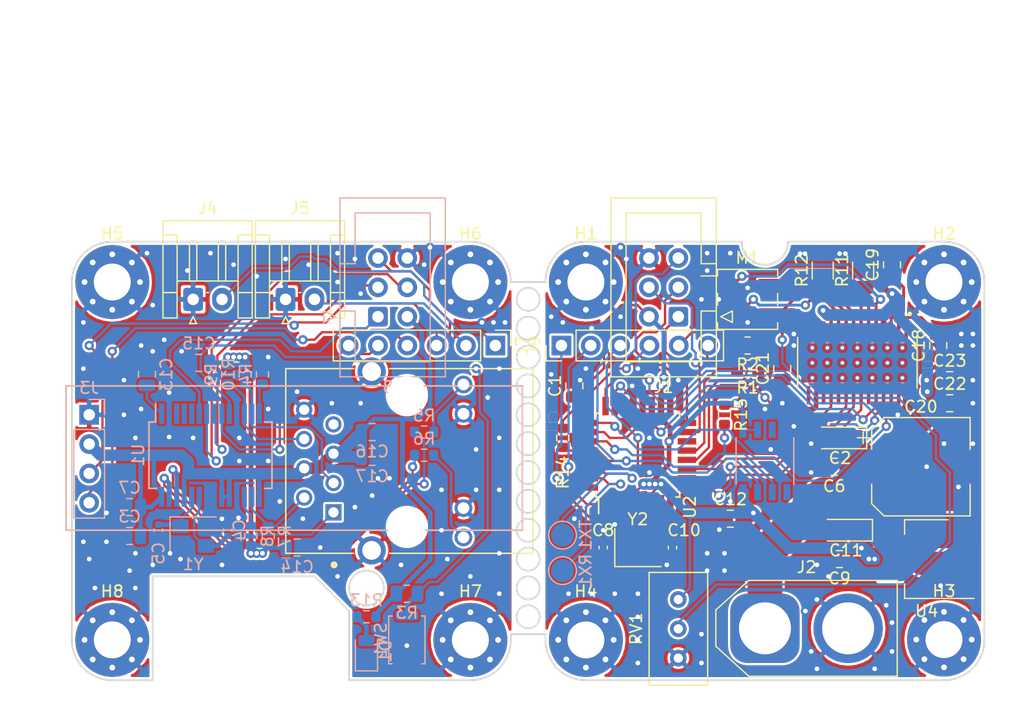
<source format=kicad_pcb>
(kicad_pcb (version 20171130) (host pcbnew "(5.1.8-0-10_14)")
  (layers (0 F.Cu signal) (31 B.Cu signal) (34 B.Paste user) (35 F.Paste user) (36 B.SilkS user) (37 F.SilkS user) (38 B.Mask user) (39 F.Mask user) (44 Edge.Cuts user))
  (net 0 "")
  (net 1 GND)
  (net 2 "Net-(D1-Pad2)")
  (net 3 SCL)
  (net 4 SDA)
  (net 5 STEPPER_ENABLE)
  (net 6 FLT_ETHERNET)
  (net 7 M0)
  (net 8 M1)
  (net 9 M2)
  (net 10 SLP_ETHERNET)
  (net 11 STEP)
  (net 12 +12V)
  (net 13 DIR)
  (net 14 "Net-(C4-Pad2)")
  (net 15 +3V3)
  (net 16 "Net-(C14-Pad1)")
  (net 17 MISO)
  (net 18 SCK)
  (net 19 rst)
  (net 20 MOSI)
  (net 21 ESTOP)
  (net 22 ENDSTOP)
  (net 23 "Net-(RX1-Pad1)")
  (net 24 "Net-(TX1-Pad1)")
  (net 25 "Net-(U1-Pad4)")
  (net 26 "Net-(U1-Pad5)")
  (net 27 CS_ETHERNET)
  (net 28 RST_ETHERNET)
  (net 29 "Net-(U5-Pad3)")
  (net 30 "Net-(U5-Pad5)")
  (net 31 "Net-(U2-Pad19)")
  (net 32 "Net-(U2-Pad22)")
  (net 33 "Net-(U2-Pad32)")
  (net 34 "Net-(C5-Pad1)")
  (net 35 "Net-(C8-Pad1)")
  (net 36 "Net-(C10-Pad2)")
  (net 37 "Net-(C13-Pad1)")
  (net 38 "Net-(C18-Pad1)")
  (net 39 "Net-(C18-Pad2)")
  (net 40 "Net-(C19-Pad1)")
  (net 41 "Net-(C21-Pad1)")
  (net 42 ENC_TD+)
  (net 43 ENC_TD-)
  (net 44 ENC_RD+)
  (net 45 ENC_RD-)
  (net 46 ETHERNET_LED_B)
  (net 47 ETHERNET_LED_A)
  (net 48 "Net-(M1-Pad1)")
  (net 49 "Net-(M1-Pad2)")
  (net 50 "Net-(M1-Pad3)")
  (net 51 "Net-(M1-Pad4)")
  (net 52 "Net-(R4-Pad2)")
  (net 53 "Net-(R5-Pad2)")
  (net 54 "Net-(R6-Pad2)")
  (net 55 "Net-(R11-Pad1)")
  (net 56 "Net-(R12-Pad1)")
  (net 57 "Net-(RV1-Pad2)")
  (net 58 "Net-(U1-Pad3)")
  (net 59 "Net-(U3-Pad17)")
  (net 60 "Net-(U3-Pad19)")
  (net 61 "Net-(U3-Pad27)")
  (module Connector_IDC:IDC-Header_2x03_P2.54mm_Vertical (layer F.Cu) (at 175 87.5 180)
    (fp_text reference J1 (at 1.27 -6.1) (layer F.SilkS))
    (fp_text value AVR-ISP-6)
    (pad 1 thru_hole roundrect (at 0 0 180) (size 1.7 1.7) (drill 1) (layers *.Cu *.Mask) (roundrect_rratio 0.147059) (net 17 MISO))
    (pad 3 thru_hole circle (at 0 2.54 180) (size 1.7 1.7) (drill 1) (layers *.Cu *.Mask) (net 18 SCK))
    (pad 5 thru_hole circle (at 0 5.08 180) (size 1.7 1.7) (drill 1) (layers *.Cu *.Mask) (net 19 rst))
    (pad 2 thru_hole circle (at 2.54 0 180) (size 1.7 1.7) (drill 1) (layers *.Cu *.Mask) (net 15 +3V3))
    (pad 4 thru_hole circle (at 2.54 2.54 180) (size 1.7 1.7) (drill 1) (layers *.Cu *.Mask) (net 20 MOSI))
    (pad 6 thru_hole circle (at 2.54 5.08 180) (size 1.7 1.7) (drill 1) (layers *.Cu *.Mask) (net 1 GND))
  )
  (module Resistor_SMD:R_0805_2012Metric (layer F.Cu) (at 181 90 180)
    (fp_text reference R2 (at 0 -1.65) (layer F.SilkS))
    (fp_text value R5k)
    (pad 2 smd roundrect (at 0.9125 0 180) (size 1.025 1.4) (layers F.Cu F.Paste F.Mask) (roundrect_rratio 0.243902) (net 22 ENDSTOP))
    (pad 1 smd roundrect (at -0.9125 0 180) (size 1.025 1.4) (layers F.Cu F.Paste F.Mask) (roundrect_rratio 0.243902) (net 15 +3V3))
  )
  (module MountingHole:MountingHole_3.2mm_M3_Pad_Via (layer F.Cu) (at 167 115.5)
    (fp_text reference H4 (at 0 -4.2) (layer F.SilkS))
    (fp_text value MountingHole_Pad)
    (pad 1 thru_hole circle (at 0 0) (size 6.4 6.4) (drill 3.2) (layers *.Cu *.Mask) (net 1 GND))
    (pad 1 thru_hole circle (at 2.4 0) (size 0.8 0.8) (drill 0.5) (layers *.Cu *.Mask) (net 1 GND))
    (pad 1 thru_hole circle (at 1.697056 1.697056) (size 0.8 0.8) (drill 0.5) (layers *.Cu *.Mask) (net 1 GND))
    (pad 1 thru_hole circle (at 0 2.4) (size 0.8 0.8) (drill 0.5) (layers *.Cu *.Mask) (net 1 GND))
    (pad 1 thru_hole circle (at -1.697056 1.697056) (size 0.8 0.8) (drill 0.5) (layers *.Cu *.Mask) (net 1 GND))
    (pad 1 thru_hole circle (at -2.4 0) (size 0.8 0.8) (drill 0.5) (layers *.Cu *.Mask) (net 1 GND))
    (pad 1 thru_hole circle (at -1.697056 -1.697056) (size 0.8 0.8) (drill 0.5) (layers *.Cu *.Mask) (net 1 GND))
    (pad 1 thru_hole circle (at 0 -2.4) (size 0.8 0.8) (drill 0.5) (layers *.Cu *.Mask) (net 1 GND))
    (pad 1 thru_hole circle (at 1.697056 -1.697056) (size 0.8 0.8) (drill 0.5) (layers *.Cu *.Mask) (net 1 GND))
  )
  (module MountingHole:MountingHole_3.2mm_M3_Pad_Via (layer F.Cu) (at 198 115.475001)
    (fp_text reference H3 (at 0 -4.2) (layer F.SilkS))
    (fp_text value MountingHole_Pad)
    (pad 1 thru_hole circle (at 1.697056 -1.697056) (size 0.8 0.8) (drill 0.5) (layers *.Cu *.Mask) (net 1 GND))
    (pad 1 thru_hole circle (at 0 -2.4) (size 0.8 0.8) (drill 0.5) (layers *.Cu *.Mask) (net 1 GND))
    (pad 1 thru_hole circle (at -1.697056 -1.697056) (size 0.8 0.8) (drill 0.5) (layers *.Cu *.Mask) (net 1 GND))
    (pad 1 thru_hole circle (at -2.4 0) (size 0.8 0.8) (drill 0.5) (layers *.Cu *.Mask) (net 1 GND))
    (pad 1 thru_hole circle (at -1.697056 1.697056) (size 0.8 0.8) (drill 0.5) (layers *.Cu *.Mask) (net 1 GND))
    (pad 1 thru_hole circle (at 0 2.4) (size 0.8 0.8) (drill 0.5) (layers *.Cu *.Mask) (net 1 GND))
    (pad 1 thru_hole circle (at 1.697056 1.697056) (size 0.8 0.8) (drill 0.5) (layers *.Cu *.Mask) (net 1 GND))
    (pad 1 thru_hole circle (at 2.4 0) (size 0.8 0.8) (drill 0.5) (layers *.Cu *.Mask) (net 1 GND))
    (pad 1 thru_hole circle (at 0 0) (size 6.4 6.4) (drill 3.2) (layers *.Cu *.Mask) (net 1 GND))
  )
  (module MountingHole:MountingHole_3.2mm_M3_Pad_Via (layer F.Cu) (at 198 84.5)
    (fp_text reference H2 (at 0 -4.2) (layer F.SilkS))
    (fp_text value MountingHole_Pad)
    (pad 1 thru_hole circle (at 0 0) (size 6.4 6.4) (drill 3.2) (layers *.Cu *.Mask) (net 1 GND))
    (pad 1 thru_hole circle (at 2.4 0) (size 0.8 0.8) (drill 0.5) (layers *.Cu *.Mask) (net 1 GND))
    (pad 1 thru_hole circle (at 1.697056 1.697056) (size 0.8 0.8) (drill 0.5) (layers *.Cu *.Mask) (net 1 GND))
    (pad 1 thru_hole circle (at 0 2.4) (size 0.8 0.8) (drill 0.5) (layers *.Cu *.Mask) (net 1 GND))
    (pad 1 thru_hole circle (at -1.697056 1.697056) (size 0.8 0.8) (drill 0.5) (layers *.Cu *.Mask) (net 1 GND))
    (pad 1 thru_hole circle (at -2.4 0) (size 0.8 0.8) (drill 0.5) (layers *.Cu *.Mask) (net 1 GND))
    (pad 1 thru_hole circle (at -1.697056 -1.697056) (size 0.8 0.8) (drill 0.5) (layers *.Cu *.Mask) (net 1 GND))
    (pad 1 thru_hole circle (at 0 -2.4) (size 0.8 0.8) (drill 0.5) (layers *.Cu *.Mask) (net 1 GND))
    (pad 1 thru_hole circle (at 1.697056 -1.697056) (size 0.8 0.8) (drill 0.5) (layers *.Cu *.Mask) (net 1 GND))
  )
  (module MountingHole:MountingHole_3.2mm_M3_Pad_Via (layer F.Cu) (at 167 84.5)
    (fp_text reference H1 (at 0 -4.2) (layer F.SilkS))
    (fp_text value MountingHole_Pad)
    (pad 1 thru_hole circle (at 1.697056 -1.697056) (size 0.8 0.8) (drill 0.5) (layers *.Cu *.Mask) (net 1 GND))
    (pad 1 thru_hole circle (at 0 -2.4) (size 0.8 0.8) (drill 0.5) (layers *.Cu *.Mask) (net 1 GND))
    (pad 1 thru_hole circle (at -1.697056 -1.697056) (size 0.8 0.8) (drill 0.5) (layers *.Cu *.Mask) (net 1 GND))
    (pad 1 thru_hole circle (at -2.4 0) (size 0.8 0.8) (drill 0.5) (layers *.Cu *.Mask) (net 1 GND))
    (pad 1 thru_hole circle (at -1.697056 1.697056) (size 0.8 0.8) (drill 0.5) (layers *.Cu *.Mask) (net 1 GND))
    (pad 1 thru_hole circle (at 0 2.4) (size 0.8 0.8) (drill 0.5) (layers *.Cu *.Mask) (net 1 GND))
    (pad 1 thru_hole circle (at 1.697056 1.697056) (size 0.8 0.8) (drill 0.5) (layers *.Cu *.Mask) (net 1 GND))
    (pad 1 thru_hole circle (at 2.4 0) (size 0.8 0.8) (drill 0.5) (layers *.Cu *.Mask) (net 1 GND))
    (pad 1 thru_hole circle (at 0 0) (size 6.4 6.4) (drill 3.2) (layers *.Cu *.Mask) (net 1 GND))
  )
  (module "ethernet_motor_driver:CODE Logo" (layer F.Cu) (at 146.05 64.77)
    (fp_text reference G*** hide)
    (fp_text value LOGO hide)
  )
  (module Capacitor_SMD:C_0805_2012Metric (layer F.Cu) (at 166 93.5 90)
    (fp_text reference C1 (at 0 -1.68 90) (layer F.SilkS))
    (fp_text value C100nF)
    (pad 2 smd roundrect (at 0.95 0 90) (size 1 1.45) (layers F.Cu F.Paste F.Mask) (net 1 GND))
    (pad 1 smd roundrect (at -0.95 0 90) (size 1 1.45) (layers F.Cu F.Paste F.Mask) (net 15 +3V3))
  )
  (module Capacitor_Tantalum_SMD:CP_EIA-3216-12_Kemet-S (layer F.Cu) (at 189 98 180)
    (fp_text reference C2 (at 0 -1.75) (layer F.SilkS))
    (fp_text value C22uF)
    (pad 2 smd roundrect (at 1.35 0 180) (size 1.4 1.35) (layers F.Cu F.Paste F.Mask) (roundrect_rratio 0.185185) (net 1 GND))
    (pad 1 smd roundrect (at -1.35 0 180) (size 1.4 1.35) (layers F.Cu F.Paste F.Mask) (roundrect_rratio 0.185185) (net 12 +12V))
  )
  (module Capacitor_SMD:C_0805_2012Metric (layer B.Cu) (at 127.5 106.5 180)
    (fp_text reference C3 (at 0 1.68) (layer B.SilkS) (effects (justify mirror)))
    (fp_text value C1uF)
    (pad 1 smd roundrect (at -0.95 0 180) (size 1 1.45) (layers B.Cu B.Paste B.Mask) (net 15 +3V3))
    (pad 2 smd roundrect (at 0.95 0 180) (size 1 1.45) (layers B.Cu B.Paste B.Mask) (net 1 GND))
  )
  (module Capacitor_SMD:C_0402_1005Metric (layer B.Cu) (at 136 106 270)
    (fp_text reference C4 (at 0 -1 270) (layer B.SilkS) (effects (justify mirror)))
    (fp_text value C22pF)
    (pad 1 smd roundrect (at -0.48 0 270) (size 0.56 0.62) (layers B.Cu B.Paste B.Mask) (net 1 GND))
    (pad 2 smd roundrect (at 0.48 0 270) (size 0.56 0.62) (layers B.Cu B.Paste B.Mask) (net 14 "Net-(C4-Pad2)"))
  )
  (module Capacitor_SMD:C_0402_1005Metric (layer B.Cu) (at 130 106 270)
    (fp_text reference C5 (at 2 0 270) (layer B.SilkS) (effects (justify mirror)))
    (fp_text value C22pF)
    (pad 2 smd roundrect (at 0.48 0 270) (size 0.56 0.62) (layers B.Cu B.Paste B.Mask) (net 1 GND))
    (pad 1 smd roundrect (at -0.48 0 270) (size 0.56 0.62) (layers B.Cu B.Paste B.Mask) (net 34 "Net-(C5-Pad1)"))
  )
  (module Capacitor_SMD:C_0805_2012Metric (layer F.Cu) (at 188.5 100.5 180)
    (fp_text reference C6 (at 0 -1.68) (layer F.SilkS))
    (fp_text value C100nF)
    (pad 1 smd roundrect (at -0.95 0 180) (size 1 1.45) (layers F.Cu F.Paste F.Mask) (net 12 +12V))
    (pad 2 smd roundrect (at 0.95 0 180) (size 1 1.45) (layers F.Cu F.Paste F.Mask) (net 1 GND))
  )
  (module Capacitor_SMD:C_0805_2012Metric (layer B.Cu) (at 127.5 104 180)
    (fp_text reference C7 (at 0 1.68) (layer B.SilkS) (effects (justify mirror)))
    (fp_text value C1uF)
    (pad 2 smd roundrect (at 0.95 0 180) (size 1 1.45) (layers B.Cu B.Paste B.Mask) (net 1 GND))
    (pad 1 smd roundrect (at -0.95 0 180) (size 1 1.45) (layers B.Cu B.Paste B.Mask) (net 15 +3V3))
  )
  (module Capacitor_SMD:C_0402_1005Metric (layer F.Cu) (at 168.5 107.5 90)
    (fp_text reference C8 (at 1.5 0 180) (layer F.SilkS))
    (fp_text value C22pF)
    (pad 2 smd roundrect (at 0.48 0 90) (size 0.56 0.62) (layers F.Cu F.Paste F.Mask) (net 1 GND))
    (pad 1 smd roundrect (at -0.48 0 90) (size 0.56 0.62) (layers F.Cu F.Paste F.Mask) (net 35 "Net-(C8-Pad1)"))
  )
  (module Capacitor_SMD:C_0805_2012Metric (layer F.Cu) (at 188.95 108.5 180)
    (fp_text reference C9 (at 0 -1.68) (layer F.SilkS))
    (fp_text value C100nF)
    (pad 2 smd roundrect (at 0.95 0 180) (size 1 1.45) (layers F.Cu F.Paste F.Mask) (net 1 GND))
    (pad 1 smd roundrect (at -0.95 0 180) (size 1 1.45) (layers F.Cu F.Paste F.Mask) (net 15 +3V3))
  )
  (module Capacitor_SMD:C_0402_1005Metric (layer F.Cu) (at 174.5 107.5 90)
    (fp_text reference C10 (at 1.5 1 180) (layer F.SilkS))
    (fp_text value C22pF)
    (pad 1 smd roundrect (at -0.48 0 90) (size 0.56 0.62) (layers F.Cu F.Paste F.Mask) (net 1 GND))
    (pad 2 smd roundrect (at 0.48 0 90) (size 0.56 0.62) (layers F.Cu F.Paste F.Mask) (net 36 "Net-(C10-Pad2)"))
  )
  (module Capacitor_Tantalum_SMD:CP_EIA-3216-12_Kemet-S (layer F.Cu) (at 189.5 106 180)
    (fp_text reference C11 (at 0 -1.75) (layer F.SilkS))
    (fp_text value C22uF)
    (pad 1 smd roundrect (at -1.35 0 180) (size 1.4 1.35) (layers F.Cu F.Paste F.Mask) (roundrect_rratio 0.185185) (net 15 +3V3))
    (pad 2 smd roundrect (at 1.35 0 180) (size 1.4 1.35) (layers F.Cu F.Paste F.Mask) (roundrect_rratio 0.185185) (net 1 GND))
  )
  (module Capacitor_SMD:C_0805_2012Metric (layer F.Cu) (at 179.5 105)
    (fp_text reference C12 (at 0 -1.68) (layer F.SilkS))
    (fp_text value C100nF)
    (pad 1 smd roundrect (at -0.95 0) (size 1 1.45) (layers F.Cu F.Paste F.Mask) (net 1 GND))
    (pad 2 smd roundrect (at 0.95 0) (size 1 1.45) (layers F.Cu F.Paste F.Mask) (net 15 +3V3))
  )
  (module Capacitor_SMD:C_0805_2012Metric (layer B.Cu) (at 129 92.5 90)
    (fp_text reference C13 (at 0 1.68 270) (layer B.SilkS) (effects (justify mirror)))
    (fp_text value C1uF)
    (pad 2 smd roundrect (at 0.95 0 90) (size 1 1.45) (layers B.Cu B.Paste B.Mask) (net 1 GND))
    (pad 1 smd roundrect (at -0.95 0 90) (size 1 1.45) (layers B.Cu B.Paste B.Mask) (net 37 "Net-(C13-Pad1)"))
  )
  (module Capacitor_SMD:C_0805_2012Metric (layer B.Cu) (at 142 107.5)
    (fp_text reference C14 (at 0 1.68) (layer B.SilkS) (effects (justify mirror)))
    (fp_text value C1uF)
    (pad 2 smd roundrect (at 0.95 0) (size 1 1.45) (layers B.Cu B.Paste B.Mask) (net 1 GND))
    (pad 1 smd roundrect (at -0.95 0) (size 1 1.45) (layers B.Cu B.Paste B.Mask) (net 16 "Net-(C14-Pad1)"))
  )
  (module Capacitor_SMD:C_0805_2012Metric (layer B.Cu) (at 133.5 91.5 180)
    (fp_text reference C15 (at 0 1.68) (layer B.SilkS) (effects (justify mirror)))
    (fp_text value C1uF)
    (pad 1 smd roundrect (at -0.95 0 180) (size 1 1.45) (layers B.Cu B.Paste B.Mask) (net 16 "Net-(C14-Pad1)"))
    (pad 2 smd roundrect (at 0.95 0 180) (size 1 1.45) (layers B.Cu B.Paste B.Mask) (net 1 GND))
  )
  (module Capacitor_SMD:C_0805_2012Metric (layer B.Cu) (at 148.5 97.5)
    (fp_text reference C16 (at 0 1.68) (layer B.SilkS) (effects (justify mirror)))
    (fp_text value C1uF)
    (pad 2 smd roundrect (at 0.95 0) (size 1 1.45) (layers B.Cu B.Paste B.Mask) (net 1 GND))
    (pad 1 smd roundrect (at -0.95 0) (size 1 1.45) (layers B.Cu B.Paste B.Mask) (net 15 +3V3))
  )
  (module Capacitor_SMD:C_0805_2012Metric (layer B.Cu) (at 148.5 99.644999)
    (fp_text reference C17 (at 0 1.68) (layer B.SilkS) (effects (justify mirror)))
    (fp_text value C1uF)
    (pad 1 smd roundrect (at -0.95 0) (size 1 1.45) (layers B.Cu B.Paste B.Mask) (net 15 +3V3))
    (pad 2 smd roundrect (at 0.95 0) (size 1 1.45) (layers B.Cu B.Paste B.Mask) (net 1 GND))
  )
  (module Capacitor_SMD:C_0805_2012Metric (layer F.Cu) (at 197.5 90 90)
    (fp_text reference C18 (at 0 -1.68 90) (layer F.SilkS))
    (fp_text value C10nF)
    (pad 1 smd roundrect (at -0.95 0 90) (size 1 1.45) (layers F.Cu F.Paste F.Mask) (net 38 "Net-(C18-Pad1)"))
    (pad 2 smd roundrect (at 0.95 0 90) (size 1 1.45) (layers F.Cu F.Paste F.Mask) (net 39 "Net-(C18-Pad2)"))
  )
  (module Capacitor_SMD:C_0805_2012Metric (layer F.Cu) (at 193.5 83 90)
    (fp_text reference C19 (at 0 -1.68 90) (layer F.SilkS))
    (fp_text value C100nF)
    (pad 1 smd roundrect (at -0.95 0 90) (size 1 1.45) (layers F.Cu F.Paste F.Mask) (net 40 "Net-(C19-Pad1)"))
    (pad 2 smd roundrect (at 0.95 0 90) (size 1 1.45) (layers F.Cu F.Paste F.Mask) (net 12 +12V))
  )
  (module Capacitor_SMD:CP_Elec_8x10 (layer F.Cu) (at 196 100.5)
    (fp_text reference C20 (at 0 -5.2) (layer F.SilkS))
    (fp_text value C100uF)
    (pad 1 smd roundrect (at -3.25 0) (size 3.5 2.5) (layers F.Cu F.Paste F.Mask) (roundrect_rratio 0.1) (net 12 +12V))
    (pad 2 smd roundrect (at 3.25 0) (size 3.5 2.5) (layers F.Cu F.Paste F.Mask) (roundrect_rratio 0.1) (net 1 GND))
  )
  (module Capacitor_SMD:C_0805_2012Metric (layer F.Cu) (at 184 92 90)
    (fp_text reference C21 (at 0 -1.68 90) (layer F.SilkS))
    (fp_text value C0.47uF)
    (pad 2 smd roundrect (at 0.95 0 90) (size 1 1.45) (layers F.Cu F.Paste F.Mask) (net 1 GND))
    (pad 1 smd roundrect (at -0.95 0 90) (size 1 1.45) (layers F.Cu F.Paste F.Mask) (net 41 "Net-(C21-Pad1)"))
  )
  (module Capacitor_SMD:C_0805_2012Metric (layer F.Cu) (at 198.5 95)
    (fp_text reference C22 (at 0 -1.68) (layer F.SilkS))
    (fp_text value C100nF)
    (pad 2 smd roundrect (at 0.95 0) (size 1 1.45) (layers F.Cu F.Paste F.Mask) (net 1 GND))
    (pad 1 smd roundrect (at -0.95 0) (size 1 1.45) (layers F.Cu F.Paste F.Mask) (net 12 +12V))
  )
  (module Capacitor_SMD:C_0805_2012Metric (layer F.Cu) (at 198.5 93)
    (fp_text reference C23 (at 0 -1.68) (layer F.SilkS))
    (fp_text value C100nF)
    (pad 1 smd roundrect (at -0.95 0) (size 1 1.45) (layers F.Cu F.Paste F.Mask) (net 12 +12V))
    (pad 2 smd roundrect (at 0.95 0) (size 1 1.45) (layers F.Cu F.Paste F.Mask) (net 1 GND))
  )
  (module LED_SMD:LED_0805_2012Metric (layer B.Cu) (at 148 116.5 90)
    (fp_text reference D1 (at 0 1.65 270) (layer B.SilkS) (effects (justify mirror)))
    (fp_text value LED)
    (pad 1 smd roundrect (at -0.9375 0 90) (size 0.975 1.4) (layers B.Cu B.Paste B.Mask) (net 1 GND))
    (pad 2 smd roundrect (at 0.9375 0 90) (size 0.975 1.4) (layers B.Cu B.Paste B.Mask) (net 2 "Net-(D1-Pad2)"))
  )
  (module Connector_PinHeader_2.54mm:PinHeader_1x04_P2.54mm_Vertical (layer B.Cu) (at 124 96 180)
    (fp_text reference J3 (at 0 2.33) (layer B.SilkS) (effects (justify mirror)))
    (fp_text value Conn_01x04_Female)
    (pad 1 thru_hole rect (at 0 0 180) (size 1.7 1.7) (drill 1) (layers *.Cu *.Mask) (net 1 GND))
    (pad 2 thru_hole oval (at 0 -2.54 180) (size 1.7 1.7) (drill 1) (layers *.Cu *.Mask) (net 15 +3V3))
    (pad 3 thru_hole oval (at 0 -5.08 180) (size 1.7 1.7) (drill 1) (layers *.Cu *.Mask) (net 3 SCL))
    (pad 4 thru_hole oval (at 0 -7.62 180) (size 1.7 1.7) (drill 1) (layers *.Cu *.Mask) (net 4 SDA))
  )
  (module Connector_JST:JST_EH_S2B-EH_1x02_P2.50mm_Horizontal (layer F.Cu) (at 133 86)
    (fp_text reference J4 (at 1.25 -7.9) (layer F.SilkS))
    (fp_text value Conn_01x02_Male)
    (pad 1 thru_hole roundrect (at 0 0) (size 1.7 2) (drill 1) (layers *.Cu *.Mask) (roundrect_rratio 0.147059) (net 1 GND))
    (pad 2 thru_hole oval (at 2.5 0) (size 1.7 2) (drill 1) (layers *.Cu *.Mask) (net 21 ESTOP))
  )
  (module Connector_JST:JST_EH_S2B-EH_1x02_P2.50mm_Horizontal (layer F.Cu) (at 141 86)
    (fp_text reference J5 (at 1.25 -7.9) (layer F.SilkS))
    (fp_text value Conn_01x02_Male)
    (pad 2 thru_hole oval (at 2.5 0) (size 1.7 2) (drill 1) (layers *.Cu *.Mask) (net 22 ENDSTOP))
    (pad 1 thru_hole roundrect (at 0 0) (size 1.7 2) (drill 1) (layers *.Cu *.Mask) (roundrect_rratio 0.147059) (net 1 GND))
  )
  (module modules:HANRUN_HR911105A (layer F.Cu) (at 151.5 100 270)
    (fp_text reference J6 (at -3.18815 -12.50276 90) (layer F.SilkS) (effects (font (size 1.607654 1.607654) (thickness 0.015))))
    (fp_text value HR911105A)
    (pad 1 thru_hole rect (at 4.45 6.35 270) (size 1.398 1.398) (drill 0.89) (layers *.Cu *.Mask) (net 42 ENC_TD+))
    (pad 2 thru_hole circle (at 3.18 8.89 270) (size 1.398 1.398) (drill 0.89) (layers *.Cu *.Mask) (net 43 ENC_TD-))
    (pad 3 thru_hole circle (at 1.91 6.35 270) (size 1.398 1.398) (drill 0.89) (layers *.Cu *.Mask) (net 44 ENC_RD+))
    (pad 4 thru_hole circle (at 0.64 8.89 270) (size 1.398 1.398) (drill 0.89) (layers *.Cu *.Mask) (net 15 +3V3))
    (pad 5 thru_hole circle (at -0.63 6.35 270) (size 1.398 1.398) (drill 0.89) (layers *.Cu *.Mask) (net 15 +3V3))
    (pad 6 thru_hole circle (at -1.9 8.89 270) (size 1.398 1.398) (drill 0.89) (layers *.Cu *.Mask) (net 45 ENC_RD-))
    (pad 7 thru_hole circle (at -3.17 6.35 270) (size 1.398 1.398) (drill 0.89) (layers *.Cu *.Mask))
    (pad 8 thru_hole circle (at -4.44 8.89 270) (size 1.398 1.398) (drill 0.89) (layers *.Cu *.Mask) (net 1 GND))
    (pad 9 thru_hole circle (at 6.625 -4.9 270) (size 1.53 1.53) (drill 1.02) (layers *.Cu *.Mask) (net 46 ETHERNET_LED_B))
    (pad 10 thru_hole circle (at 4.085 -4.9 270) (size 1.53 1.53) (drill 1.02) (layers *.Cu *.Mask) (net 1 GND))
    (pad 12 thru_hole circle (at -6.625 -4.9 270) (size 1.53 1.53) (drill 1.02) (layers *.Cu *.Mask) (net 47 ETHERNET_LED_A))
    (pad 11 thru_hole circle (at -4.085 -4.9 270) (size 1.53 1.53) (drill 1.02) (layers *.Cu *.Mask) (net 1 GND))
    (pad 15 thru_hole circle (at 7.745 3.05 270) (size 2.445 2.445) (drill 1.63) (layers *.Cu *.Mask) (net 1 GND))
    (pad 16 thru_hole circle (at -7.745 3.05 270) (size 2.445 2.445) (drill 1.63) (layers *.Cu *.Mask) (net 1 GND))
    (pad None np_thru_hole circle (at -5.715 0 270) (size 3.25 3.25) (drill 3.25) (layers *.Cu *.Mask))
    (pad None np_thru_hole circle (at 5.715 0 270) (size 3.25 3.25) (drill 3.25) (layers *.Cu *.Mask))
  )
  (module Connector_PinHeader_2.54mm:PinHeader_2x02_P2.54mm_Vertical_SMD (layer F.Cu) (at 181 86)
    (fp_text reference M1 (at 0 -3.6) (layer F.SilkS))
    (fp_text value Stepper_Motor_bipolar)
    (pad 1 smd rect (at -2.525 -1.27) (size 3.15 1) (layers F.Cu F.Paste F.Mask) (net 48 "Net-(M1-Pad1)"))
    (pad 2 smd rect (at 2.525 -1.27) (size 3.15 1) (layers F.Cu F.Paste F.Mask) (net 49 "Net-(M1-Pad2)"))
    (pad 3 smd rect (at -2.525 1.27) (size 3.15 1) (layers F.Cu F.Paste F.Mask) (net 50 "Net-(M1-Pad3)"))
    (pad 4 smd rect (at 2.525 1.27) (size 3.15 1) (layers F.Cu F.Paste F.Mask) (net 51 "Net-(M1-Pad4)"))
  )
  (module Resistor_SMD:R_0805_2012Metric (layer F.Cu) (at 181 92 180)
    (fp_text reference R1 (at 0 -1.65) (layer F.SilkS))
    (fp_text value R5k)
    (pad 1 smd roundrect (at -0.9125 0 180) (size 1.025 1.4) (layers F.Cu F.Paste F.Mask) (roundrect_rratio 0.243902) (net 15 +3V3))
    (pad 2 smd roundrect (at 0.9125 0 180) (size 1.025 1.4) (layers F.Cu F.Paste F.Mask) (roundrect_rratio 0.243902) (net 21 ESTOP))
  )
  (module Resistor_SMD:R_0805_2012Metric (layer B.Cu) (at 151.5 111.5)
    (fp_text reference R3 (at 0 1.65) (layer B.SilkS) (effects (justify mirror)))
    (fp_text value R10k)
    (pad 1 smd roundrect (at -0.9125 0) (size 1.025 1.4) (layers B.Cu B.Paste B.Mask) (roundrect_rratio 0.243902) (net 15 +3V3))
    (pad 2 smd roundrect (at 0.9125 0) (size 1.025 1.4) (layers B.Cu B.Paste B.Mask) (roundrect_rratio 0.243902) (net 19 rst))
  )
  (module Resistor_SMD:R_0603_1608Metric (layer B.Cu) (at 139 92.5 270)
    (fp_text reference R4 (at 0 1.43 270) (layer B.SilkS) (effects (justify mirror)))
    (fp_text value R1k)
    (pad 2 smd roundrect (at 0.825 0 270) (size 0.8 0.95) (layers B.Cu B.Paste B.Mask) (net 52 "Net-(R4-Pad2)"))
    (pad 1 smd roundrect (at -0.825 0 270) (size 0.8 0.95) (layers B.Cu B.Paste B.Mask) (net 1 GND))
  )
  (module Resistor_SMD:R_0603_1608Metric (layer B.Cu) (at 153 97.5 180)
    (fp_text reference R5 (at 0 1.43) (layer B.SilkS) (effects (justify mirror)))
    (fp_text value R330)
    (pad 2 smd roundrect (at 0.825 0 180) (size 0.8 0.95) (layers B.Cu B.Paste B.Mask) (net 53 "Net-(R5-Pad2)"))
    (pad 1 smd roundrect (at -0.825 0 180) (size 0.8 0.95) (layers B.Cu B.Paste B.Mask) (net 47 ETHERNET_LED_A))
  )
  (module Resistor_SMD:R_0603_1608Metric (layer B.Cu) (at 153 99.5 180)
    (fp_text reference R6 (at 0 1.43) (layer B.SilkS) (effects (justify mirror)))
    (fp_text value R330)
    (pad 1 smd roundrect (at -0.825 0 180) (size 0.8 0.95) (layers B.Cu B.Paste B.Mask) (net 46 ETHERNET_LED_B))
    (pad 2 smd roundrect (at 0.825 0 180) (size 0.8 0.95) (layers B.Cu B.Paste B.Mask) (net 54 "Net-(R6-Pad2)"))
  )
  (module Resistor_SMD:R_0603_1608Metric (layer B.Cu) (at 139.5 106.5 90)
    (fp_text reference R7 (at 0 1.43 90) (layer B.SilkS) (effects (justify mirror)))
    (fp_text value R1k)
    (pad 2 smd roundrect (at 0.825 0 90) (size 0.8 0.95) (layers B.Cu B.Paste B.Mask) (net 43 ENC_TD-))
    (pad 1 smd roundrect (at -0.825 0 90) (size 0.8 0.95) (layers B.Cu B.Paste B.Mask) (net 16 "Net-(C14-Pad1)"))
  )
  (module Resistor_SMD:R_0603_1608Metric (layer B.Cu) (at 138 106.5 90)
    (fp_text reference R8 (at 0 1.43 90) (layer B.SilkS) (effects (justify mirror)))
    (fp_text value R1k)
    (pad 1 smd roundrect (at -0.825 0 90) (size 0.8 0.95) (layers B.Cu B.Paste B.Mask) (net 16 "Net-(C14-Pad1)"))
    (pad 2 smd roundrect (at 0.825 0 90) (size 0.8 0.95) (layers B.Cu B.Paste B.Mask) (net 42 ENC_TD+))
  )
  (module Resistor_SMD:R_0603_1608Metric (layer B.Cu) (at 136 92.5 270)
    (fp_text reference R9 (at 0 1.43 90) (layer B.SilkS) (effects (justify mirror)))
    (fp_text value R1k)
    (pad 2 smd roundrect (at 0.825 0 270) (size 0.8 0.95) (layers B.Cu B.Paste B.Mask) (net 45 ENC_RD-))
    (pad 1 smd roundrect (at -0.825 0 270) (size 0.8 0.95) (layers B.Cu B.Paste B.Mask) (net 16 "Net-(C14-Pad1)"))
  )
  (module Resistor_SMD:R_0603_1608Metric (layer B.Cu) (at 137.5 92.5 270)
    (fp_text reference R10 (at 0 1.43 270) (layer B.SilkS) (effects (justify mirror)))
    (fp_text value R1k)
    (pad 1 smd roundrect (at -0.825 0 270) (size 0.8 0.95) (layers B.Cu B.Paste B.Mask) (net 16 "Net-(C14-Pad1)"))
    (pad 2 smd roundrect (at 0.825 0 270) (size 0.8 0.95) (layers B.Cu B.Paste B.Mask) (net 44 ENC_RD+))
  )
  (module Resistor_SMD:R_1206_3216Metric (layer F.Cu) (at 191 83.5 90)
    (fp_text reference R11 (at 0 -1.82 90) (layer F.SilkS))
    (fp_text value R200mOHM)
    (pad 2 smd roundrect (at 1.4625 0 90) (size 1.125 1.75) (layers F.Cu F.Paste F.Mask) (roundrect_rratio 0.222222) (net 1 GND))
    (pad 1 smd roundrect (at -1.4625 0 90) (size 1.125 1.75) (layers F.Cu F.Paste F.Mask) (roundrect_rratio 0.222222) (net 55 "Net-(R11-Pad1)"))
  )
  (module Resistor_SMD:R_1206_3216Metric (layer F.Cu) (at 187.5 83.5 90)
    (fp_text reference R12 (at 0 -1.82 90) (layer F.SilkS))
    (fp_text value R200mOHM)
    (pad 1 smd roundrect (at -1.4625 0 90) (size 1.125 1.75) (layers F.Cu F.Paste F.Mask) (roundrect_rratio 0.222222) (net 56 "Net-(R12-Pad1)"))
    (pad 2 smd roundrect (at 1.4625 0 90) (size 1.125 1.75) (layers F.Cu F.Paste F.Mask) (roundrect_rratio 0.222222) (net 1 GND))
  )
  (module Resistor_SMD:R_0603_1608Metric (layer B.Cu) (at 148 113.5 180)
    (fp_text reference R13 (at 0 1.43) (layer B.SilkS) (effects (justify mirror)))
    (fp_text value R330)
    (pad 1 smd roundrect (at -0.825 0 180) (size 0.8 0.95) (layers B.Cu B.Paste B.Mask) (net 15 +3V3))
    (pad 2 smd roundrect (at 0.825 0 180) (size 0.8 0.95) (layers B.Cu B.Paste B.Mask) (net 2 "Net-(D1-Pad2)"))
  )
  (module Potentiometer_THT:Potentiometer_Bourns_3296W_Vertical (layer F.Cu) (at 175 112 90)
    (fp_text reference RV1 (at -2.54 -3.66 90) (layer F.SilkS))
    (fp_text value R_POT_10K)
    (pad 1 thru_hole circle (at 0 0 90) (size 1.44 1.44) (drill 0.8) (layers *.Cu *.Mask) (net 15 +3V3))
    (pad 2 thru_hole circle (at -2.54 0 90) (size 1.44 1.44) (drill 0.8) (layers *.Cu *.Mask) (net 57 "Net-(RV1-Pad2)"))
    (pad 3 thru_hole circle (at -5.08 0 90) (size 1.44 1.44) (drill 0.8) (layers *.Cu *.Mask) (net 1 GND))
  )
  (module Button_Switch_SMD:SW_Push_SPST_NO_Alps_SKRK (layer B.Cu) (at 151.5 115.5 270)
    (fp_text reference SW1 (at 0 2.25 90) (layer B.SilkS) (effects (justify mirror)))
    (fp_text value SW_Push)
    (pad 2 smd roundrect (at 2.1 0 270) (size 0.8 2) (layers B.Cu B.Paste B.Mask) (net 1 GND))
    (pad 1 smd roundrect (at -2.1 0 270) (size 0.8 2) (layers B.Cu B.Paste B.Mask) (net 19 rst))
  )
  (module Package_SO:SSOP-28_5.3x10.2mm_P0.65mm (layer B.Cu) (at 134.5 99.5 270)
    (fp_text reference U1 (at 0 6.25 270) (layer B.SilkS) (effects (justify mirror)))
    (fp_text value ENC28J60x-SS)
    (pad 1 smd rect (at -3.6 4.225 270) (size 1.75 0.45) (layers B.Cu B.Paste B.Mask) (net 37 "Net-(C13-Pad1)"))
    (pad 2 smd rect (at -3.6 3.575 270) (size 1.75 0.45) (layers B.Cu B.Paste B.Mask) (net 1 GND))
    (pad 3 smd rect (at -3.6 2.925 270) (size 1.75 0.45) (layers B.Cu B.Paste B.Mask) (net 58 "Net-(U1-Pad3)"))
    (pad 4 smd rect (at -3.6 2.275 270) (size 1.75 0.45) (layers B.Cu B.Paste B.Mask) (net 25 "Net-(U1-Pad4)"))
    (pad 5 smd rect (at -3.6 1.625 270) (size 1.75 0.45) (layers B.Cu B.Paste B.Mask) (net 26 "Net-(U1-Pad5)"))
    (pad 6 smd rect (at -3.6 0.975 270) (size 1.75 0.45) (layers B.Cu B.Paste B.Mask) (net 17 MISO))
    (pad 7 smd rect (at -3.6 0.325 270) (size 1.75 0.45) (layers B.Cu B.Paste B.Mask) (net 20 MOSI))
    (pad 8 smd rect (at -3.6 -0.325 270) (size 1.75 0.45) (layers B.Cu B.Paste B.Mask) (net 18 SCK))
    (pad 9 smd rect (at -3.6 -0.975 270) (size 1.75 0.45) (layers B.Cu B.Paste B.Mask) (net 27 CS_ETHERNET))
    (pad 10 smd rect (at -3.6 -1.625 270) (size 1.75 0.45) (layers B.Cu B.Paste B.Mask) (net 28 RST_ETHERNET))
    (pad 11 smd rect (at -3.6 -2.275 270) (size 1.75 0.45) (layers B.Cu B.Paste B.Mask) (net 1 GND))
    (pad 12 smd rect (at -3.6 -2.925 270) (size 1.75 0.45) (layers B.Cu B.Paste B.Mask) (net 45 ENC_RD-))
    (pad 13 smd rect (at -3.6 -3.575 270) (size 1.75 0.45) (layers B.Cu B.Paste B.Mask) (net 44 ENC_RD+))
    (pad 14 smd rect (at -3.6 -4.225 270) (size 1.75 0.45) (layers B.Cu B.Paste B.Mask) (net 52 "Net-(R4-Pad2)"))
    (pad 15 smd rect (at 3.6 -4.225 270) (size 1.75 0.45) (layers B.Cu B.Paste B.Mask) (net 15 +3V3))
    (pad 16 smd rect (at 3.6 -3.575 270) (size 1.75 0.45) (layers B.Cu B.Paste B.Mask) (net 43 ENC_TD-))
    (pad 17 smd rect (at 3.6 -2.925 270) (size 1.75 0.45) (layers B.Cu B.Paste B.Mask) (net 42 ENC_TD+))
    (pad 18 smd rect (at 3.6 -2.275 270) (size 1.75 0.45) (layers B.Cu B.Paste B.Mask) (net 1 GND))
    (pad 19 smd rect (at 3.6 -1.625 270) (size 1.75 0.45) (layers B.Cu B.Paste B.Mask) (net 15 +3V3))
    (pad 20 smd rect (at 3.6 -0.975 270) (size 1.75 0.45) (layers B.Cu B.Paste B.Mask) (net 15 +3V3))
    (pad 21 smd rect (at 3.6 -0.325 270) (size 1.75 0.45) (layers B.Cu B.Paste B.Mask) (net 1 GND))
    (pad 22 smd rect (at 3.6 0.325 270) (size 1.75 0.45) (layers B.Cu B.Paste B.Mask) (net 1 GND))
    (pad 23 smd rect (at 3.6 0.975 270) (size 1.75 0.45) (layers B.Cu B.Paste B.Mask) (net 14 "Net-(C4-Pad2)"))
    (pad 24 smd rect (at 3.6 1.625 270) (size 1.75 0.45) (layers B.Cu B.Paste B.Mask) (net 34 "Net-(C5-Pad1)"))
    (pad 25 smd rect (at 3.6 2.275 270) (size 1.75 0.45) (layers B.Cu B.Paste B.Mask) (net 15 +3V3))
    (pad 26 smd rect (at 3.6 2.925 270) (size 1.75 0.45) (layers B.Cu B.Paste B.Mask) (net 54 "Net-(R6-Pad2)"))
    (pad 27 smd rect (at 3.6 3.575 270) (size 1.75 0.45) (layers B.Cu B.Paste B.Mask) (net 53 "Net-(R5-Pad2)"))
    (pad 28 smd rect (at 3.6 4.225 270) (size 1.75 0.45) (layers B.Cu B.Paste B.Mask) (net 15 +3V3))
  )
  (module Package_QFP:TQFP-32_7x7mm_P0.8mm (layer F.Cu) (at 171.5 99.5 90)
    (fp_text reference U2 (at -4.5 4.5 90) (layer F.SilkS))
    (fp_text value ATmega328-AU)
    (pad 1 smd rect (at -4.25 -2.8 90) (size 1.6 0.55) (layers F.Cu F.Paste F.Mask) (net 27 CS_ETHERNET))
    (pad 2 smd rect (at -4.25 -2 90) (size 1.6 0.55) (layers F.Cu F.Paste F.Mask) (net 28 RST_ETHERNET))
    (pad 3 smd rect (at -4.25 -1.2 90) (size 1.6 0.55) (layers F.Cu F.Paste F.Mask) (net 1 GND))
    (pad 4 smd rect (at -4.25 -0.4 90) (size 1.6 0.55) (layers F.Cu F.Paste F.Mask) (net 15 +3V3))
    (pad 5 smd rect (at -4.25 0.4 90) (size 1.6 0.55) (layers F.Cu F.Paste F.Mask) (net 1 GND))
    (pad 6 smd rect (at -4.25 1.2 90) (size 1.6 0.55) (layers F.Cu F.Paste F.Mask) (net 15 +3V3))
    (pad 7 smd rect (at -4.25 2 90) (size 1.6 0.55) (layers F.Cu F.Paste F.Mask) (net 35 "Net-(C8-Pad1)"))
    (pad 8 smd rect (at -4.25 2.8 90) (size 1.6 0.55) (layers F.Cu F.Paste F.Mask) (net 36 "Net-(C10-Pad2)"))
    (pad 9 smd rect (at -2.8 4.25 180) (size 1.6 0.55) (layers F.Cu F.Paste F.Mask) (net 5 STEPPER_ENABLE))
    (pad 10 smd rect (at -2 4.25 180) (size 1.6 0.55) (layers F.Cu F.Paste F.Mask) (net 11 STEP))
    (pad 11 smd rect (at -1.2 4.25 180) (size 1.6 0.55) (layers F.Cu F.Paste F.Mask) (net 13 DIR))
    (pad 12 smd rect (at -0.4 4.25 180) (size 1.6 0.55) (layers F.Cu F.Paste F.Mask) (net 22 ENDSTOP))
    (pad 13 smd rect (at 0.4 4.25 180) (size 1.6 0.55) (layers F.Cu F.Paste F.Mask) (net 21 ESTOP))
    (pad 14 smd rect (at 1.2 4.25 180) (size 1.6 0.55) (layers F.Cu F.Paste F.Mask) (net 10 SLP_ETHERNET))
    (pad 15 smd rect (at 2 4.25 180) (size 1.6 0.55) (layers F.Cu F.Paste F.Mask) (net 20 MOSI))
    (pad 16 smd rect (at 2.8 4.25 180) (size 1.6 0.55) (layers F.Cu F.Paste F.Mask) (net 17 MISO))
    (pad 17 smd rect (at 4.25 2.8 90) (size 1.6 0.55) (layers F.Cu F.Paste F.Mask) (net 18 SCK))
    (pad 18 smd rect (at 4.25 2 90) (size 1.6 0.55) (layers F.Cu F.Paste F.Mask) (net 15 +3V3))
    (pad 19 smd rect (at 4.25 1.2 90) (size 1.6 0.55) (layers F.Cu F.Paste F.Mask) (net 31 "Net-(U2-Pad19)"))
    (pad 20 smd rect (at 4.25 0.4 90) (size 1.6 0.55) (layers F.Cu F.Paste F.Mask) (net 15 +3V3))
    (pad 21 smd rect (at 4.25 -0.4 90) (size 1.6 0.55) (layers F.Cu F.Paste F.Mask) (net 1 GND))
    (pad 22 smd rect (at 4.25 -1.2 90) (size 1.6 0.55) (layers F.Cu F.Paste F.Mask) (net 32 "Net-(U2-Pad22)"))
    (pad 23 smd rect (at 4.25 -2 90) (size 1.6 0.55) (layers F.Cu F.Paste F.Mask) (net 7 M0))
    (pad 24 smd rect (at 4.25 -2.8 90) (size 1.6 0.55) (layers F.Cu F.Paste F.Mask) (net 8 M1))
    (pad 25 smd rect (at 2.8 -4.25 180) (size 1.6 0.55) (layers F.Cu F.Paste F.Mask) (net 9 M2))
    (pad 26 smd rect (at 2 -4.25 180) (size 1.6 0.55) (layers F.Cu F.Paste F.Mask) (net 6 FLT_ETHERNET))
    (pad 27 smd rect (at 1.2 -4.25 180) (size 1.6 0.55) (layers F.Cu F.Paste F.Mask) (net 4 SDA))
    (pad 28 smd rect (at 0.4 -4.25 180) (size 1.6 0.55) (layers F.Cu F.Paste F.Mask) (net 3 SCL))
    (pad 29 smd rect (at -0.4 -4.25 180) (size 1.6 0.55) (layers F.Cu F.Paste F.Mask) (net 19 rst))
    (pad 30 smd rect (at -1.2 -4.25 180) (size 1.6 0.55) (layers F.Cu F.Paste F.Mask) (net 24 "Net-(TX1-Pad1)"))
    (pad 31 smd rect (at -2 -4.25 180) (size 1.6 0.55) (layers F.Cu F.Paste F.Mask) (net 23 "Net-(RX1-Pad1)"))
    (pad 32 smd rect (at -2.8 -4.25 180) (size 1.6 0.55) (layers F.Cu F.Paste F.Mask) (net 33 "Net-(U2-Pad32)"))
  )
  (module modules:IC_TPS61196PWPRQ1 (layer F.Cu) (at 190.5 91.5 270)
    (fp_text reference U3 (at -0.325 -6.135 90) (layer F.SilkS) (effects (font (thickness 0.015))))
    (fp_text value DRV8825PWPR)
    (pad 1 smd rect (at -2.8 -4.225 270) (size 1.6 0.3) (layers F.Cu) (net 38 "Net-(C18-Pad1)"))
    (pad 2 smd rect (at -2.8 -3.575 270) (size 1.6 0.3) (layers F.Cu) (net 39 "Net-(C18-Pad2)"))
    (pad 3 smd rect (at -2.8 -2.925 270) (size 1.6 0.3) (layers F.Cu) (net 40 "Net-(C19-Pad1)"))
    (pad 4 smd rect (at -2.8 -2.275 270) (size 1.6 0.3) (layers F.Cu) (net 12 +12V))
    (pad 5 smd rect (at -2.8 -1.625 270) (size 1.6 0.3) (layers F.Cu) (net 48 "Net-(M1-Pad1)"))
    (pad 6 smd rect (at -2.8 -0.975 270) (size 1.6 0.3) (layers F.Cu) (net 55 "Net-(R11-Pad1)"))
    (pad 7 smd rect (at -2.8 -0.325 270) (size 1.6 0.3) (layers F.Cu) (net 49 "Net-(M1-Pad2)"))
    (pad 8 smd rect (at -2.8 0.325 270) (size 1.6 0.3) (layers F.Cu) (net 51 "Net-(M1-Pad4)"))
    (pad 9 smd rect (at -2.8 0.975 270) (size 1.6 0.3) (layers F.Cu) (net 56 "Net-(R12-Pad1)"))
    (pad 10 smd rect (at -2.8 1.625 270) (size 1.6 0.3) (layers F.Cu) (net 50 "Net-(M1-Pad3)"))
    (pad 11 smd rect (at -2.8 2.275 270) (size 1.6 0.3) (layers F.Cu) (net 12 +12V))
    (pad 12 smd rect (at -2.8 2.925 270) (size 1.6 0.3) (layers F.Cu) (net 57 "Net-(RV1-Pad2)"))
    (pad 13 smd rect (at -2.8 3.575 270) (size 1.6 0.3) (layers F.Cu) (net 57 "Net-(RV1-Pad2)"))
    (pad 14 smd rect (at -2.8 4.225 270) (size 1.6 0.3) (layers F.Cu) (net 1 GND))
    (pad 15 smd rect (at 2.8 4.225 270) (size 1.6 0.3) (layers F.Cu) (net 41 "Net-(C21-Pad1)"))
    (pad 16 smd rect (at 2.8 3.575 270) (size 1.6 0.3) (layers F.Cu) (net 15 +3V3))
    (pad 17 smd rect (at 2.8 2.925 270) (size 1.6 0.3) (layers F.Cu) (net 59 "Net-(U3-Pad17)"))
    (pad 18 smd rect (at 2.8 2.275 270) (size 1.6 0.3) (layers F.Cu) (net 6 FLT_ETHERNET))
    (pad 19 smd rect (at 2.8 1.625 270) (size 1.6 0.3) (layers F.Cu) (net 60 "Net-(U3-Pad19)"))
    (pad 20 smd rect (at 2.8 0.975 270) (size 1.6 0.3) (layers F.Cu) (net 13 DIR))
    (pad 21 smd rect (at 2.8 0.325 270) (size 1.6 0.3) (layers F.Cu) (net 5 STEPPER_ENABLE))
    (pad 22 smd rect (at 2.8 -0.325 270) (size 1.6 0.3) (layers F.Cu) (net 11 STEP))
    (pad 23 smd rect (at 2.8 -0.975 270) (size 1.6 0.3) (layers F.Cu))
    (pad 24 smd rect (at 2.8 -1.625 270) (size 1.6 0.3) (layers F.Cu) (net 7 M0))
    (pad 25 smd rect (at 2.8 -2.275 270) (size 1.6 0.3) (layers F.Cu) (net 8 M1))
    (pad 26 smd rect (at 2.8 -2.925 270) (size 1.6 0.3) (layers F.Cu) (net 9 M2))
    (pad 27 smd rect (at 2.8 -3.575 270) (size 1.6 0.3) (layers F.Cu) (net 61 "Net-(U3-Pad27)"))
    (pad 28 smd rect (at 2.8 -4.225 270) (size 1.6 0.3) (layers F.Cu) (net 1 GND))
    (pad 29 smd rect (at 0 0 270) (size 3.4 9.7) (layers F.Cu))
    (pad 30 thru_hole circle (at 0 0 270) (size 0.5 0.5) (drill 0.3) (layers *.Cu))
    (pad 31 thru_hole circle (at 0 -1.3 270) (size 0.5 0.5) (drill 0.3) (layers *.Cu))
    (pad 32 thru_hole circle (at 0 -2.6 270) (size 0.5 0.5) (drill 0.3) (layers *.Cu))
    (pad 33 thru_hole circle (at 0 -3.9 270) (size 0.5 0.5) (drill 0.3) (layers *.Cu))
    (pad 34 thru_hole circle (at 0 1.3 270) (size 0.5 0.5) (drill 0.3) (layers *.Cu))
    (pad 35 thru_hole circle (at 0 2.6 270) (size 0.5 0.5) (drill 0.3) (layers *.Cu))
    (pad 36 thru_hole circle (at 0 3.9 270) (size 0.5 0.5) (drill 0.3) (layers *.Cu))
    (pad 37 thru_hole circle (at -1.3 -3.9 270) (size 0.5 0.5) (drill 0.3) (layers *.Cu))
    (pad 38 thru_hole circle (at 1.3 -3.9 270) (size 0.5 0.5) (drill 0.3) (layers *.Cu))
    (pad 39 thru_hole circle (at -1.3 -2.6 270) (size 0.5 0.5) (drill 0.3) (layers *.Cu))
    (pad 40 thru_hole circle (at 1.3 -2.6 270) (size 0.5 0.5) (drill 0.3) (layers *.Cu))
    (pad 41 thru_hole circle (at 1.3 -1.3 270) (size 0.5 0.5) (drill 0.3) (layers *.Cu))
    (pad 42 thru_hole circle (at -1.3 -1.3 270) (size 0.5 0.5) (drill 0.3) (layers *.Cu))
    (pad 43 thru_hole circle (at -1.3 0 270) (size 0.5 0.5) (drill 0.3) (layers *.Cu))
    (pad 44 thru_hole circle (at 1.3 0 270) (size 0.5 0.5) (drill 0.3) (layers *.Cu))
    (pad 45 thru_hole circle (at -1.3 1.3 270) (size 0.5 0.5) (drill 0.3) (layers *.Cu))
    (pad 46 thru_hole circle (at 1.3 1.3 270) (size 0.5 0.5) (drill 0.3) (layers *.Cu))
    (pad 47 thru_hole circle (at -1.3 2.6 270) (size 0.5 0.5) (drill 0.3) (layers *.Cu))
    (pad 48 thru_hole circle (at 1.3 2.6 270) (size 0.5 0.5) (drill 0.3) (layers *.Cu))
    (pad 49 thru_hole circle (at -1.3 3.9 270) (size 0.5 0.5) (drill 0.3) (layers *.Cu))
    (pad 50 thru_hole circle (at 1.3 3.9 270) (size 0.5 0.5) (drill 0.3) (layers *.Cu))
  )
  (module Package_TO_SOT_SMD:SOT-223-3_TabPin2 (layer F.Cu) (at 196.5 108.5 180)
    (fp_text reference U4 (at 0 -4.5) (layer F.SilkS))
    (fp_text value AMS1117-3.3)
    (pad 2 smd rect (at 3.15 0 180) (size 2 3.8) (layers F.Cu F.Paste F.Mask) (net 15 +3V3))
    (pad 2 smd rect (at -3.15 0 180) (size 2 1.5) (layers F.Cu F.Paste F.Mask) (net 15 +3V3))
    (pad 3 smd rect (at -3.15 2.3 180) (size 2 1.5) (layers F.Cu F.Paste F.Mask) (net 12 +12V))
    (pad 1 smd rect (at -3.15 -2.3 180) (size 2 1.5) (layers F.Cu F.Paste F.Mask) (net 1 GND))
  )
  (module modules:AS5600 (layer B.Cu) (at 182.5 100)
    (fp_text reference U5 (at -3.2385 0.3175 -180) (layer B.SilkS) (effects (font (size 0.7 0.7) (thickness 0.015)) (justify mirror)))
    (fp_text value AS5600)
    (pad 1 smd rect (at -1.905 -2.7) (size 0.6 1.4) (layers B.Cu B.Paste B.Mask) (net 15 +3V3))
    (pad 2 smd rect (at -0.635 -2.7) (size 0.6 1.4) (layers B.Cu B.Paste B.Mask) (net 15 +3V3))
    (pad 3 smd rect (at 0.635 -2.7) (size 0.6 1.4) (layers B.Cu B.Paste B.Mask) (net 29 "Net-(U5-Pad3)"))
    (pad 4 smd rect (at 1.905 -2.7) (size 0.6 1.4) (layers B.Cu B.Paste B.Mask) (net 1 GND))
    (pad 5 smd rect (at 1.905 2.7) (size 0.6 1.4) (layers B.Cu B.Paste B.Mask) (net 30 "Net-(U5-Pad5)"))
    (pad 6 smd rect (at 0.635 2.7) (size 0.6 1.4) (layers B.Cu B.Paste B.Mask) (net 4 SDA))
    (pad 7 smd rect (at -0.635 2.7) (size 0.6 1.4) (layers B.Cu B.Paste B.Mask) (net 3 SCL))
    (pad 8 smd rect (at -1.905 2.7) (size 0.6 1.4) (layers B.Cu B.Paste B.Mask) (net 15 +3V3))
  )
  (module Crystal:Crystal_SMD_3225-4Pin_3.2x2.5mm (layer B.Cu) (at 133 106.5)
    (fp_text reference Y1 (at 0 2.45) (layer B.SilkS) (effects (justify mirror)))
    (fp_text value Crystal_25MHz)
    (pad 1 smd rect (at -1.1 -0.85) (size 1.4 1.2) (layers B.Cu B.Paste B.Mask) (net 34 "Net-(C5-Pad1)"))
    (pad 2 smd rect (at 1.1 -0.85) (size 1.4 1.2) (layers B.Cu B.Paste B.Mask) (net 1 GND))
    (pad 3 smd rect (at 1.1 0.85) (size 1.4 1.2) (layers B.Cu B.Paste B.Mask) (net 14 "Net-(C4-Pad2)"))
    (pad 4 smd rect (at -1.1 0.85) (size 1.4 1.2) (layers B.Cu B.Paste B.Mask) (net 1 GND))
  )
  (module Crystal:Crystal_SMD_3225-4Pin_3.2x2.5mm (layer F.Cu) (at 171.5 107.5)
    (fp_text reference Y2 (at 0 -2.45) (layer F.SilkS))
    (fp_text value Crystal_8MHz)
    (pad 4 smd rect (at -1.1 -0.85) (size 1.4 1.2) (layers F.Cu F.Paste F.Mask) (net 1 GND))
    (pad 3 smd rect (at 1.1 -0.85) (size 1.4 1.2) (layers F.Cu F.Paste F.Mask) (net 36 "Net-(C10-Pad2)"))
    (pad 2 smd rect (at 1.1 0.85) (size 1.4 1.2) (layers F.Cu F.Paste F.Mask) (net 1 GND))
    (pad 1 smd rect (at -1.1 0.85) (size 1.4 1.2) (layers F.Cu F.Paste F.Mask) (net 35 "Net-(C8-Pad1)"))
  )
  (module Connector_AMASS:AMASS_XT60-M_1x02_P7.20mm_Vertical (layer F.Cu) (at 182.5 114.5)
    (fp_text reference J2 (at 3.6 -5.3 180) (layer F.SilkS))
    (fp_text value Conn_01x02_Male)
    (pad 2 thru_hole circle (at 7.2 0) (size 6 6) (drill 4.5) (layers *.Cu *.Mask) (net 1 GND))
    (pad 1 thru_hole roundrect (at 0 0) (size 6 6) (drill 4.5) (layers *.Cu *.Mask) (net 12 +12V))
  )
  (module MountingHole:MountingHole_3.2mm_M3_Pad_Via (layer F.Cu) (at 126 84.5)
    (fp_text reference H5 (at 0 -4.2) (layer F.SilkS))
    (fp_text value MountingHole_Pad)
    (pad 1 thru_hole circle (at 0 0) (size 6.4 6.4) (drill 3.2) (layers *.Cu *.Mask) (net 1 GND))
    (pad 1 thru_hole circle (at 2.4 0) (size 0.8 0.8) (drill 0.5) (layers *.Cu *.Mask) (net 1 GND))
    (pad 1 thru_hole circle (at 1.697056 1.697056) (size 0.8 0.8) (drill 0.5) (layers *.Cu *.Mask) (net 1 GND))
    (pad 1 thru_hole circle (at 0 2.4) (size 0.8 0.8) (drill 0.5) (layers *.Cu *.Mask) (net 1 GND))
    (pad 1 thru_hole circle (at -1.697056 1.697056) (size 0.8 0.8) (drill 0.5) (layers *.Cu *.Mask) (net 1 GND))
    (pad 1 thru_hole circle (at -2.4 0) (size 0.8 0.8) (drill 0.5) (layers *.Cu *.Mask) (net 1 GND))
    (pad 1 thru_hole circle (at -1.697056 -1.697056) (size 0.8 0.8) (drill 0.5) (layers *.Cu *.Mask) (net 1 GND))
    (pad 1 thru_hole circle (at 0 -2.4) (size 0.8 0.8) (drill 0.5) (layers *.Cu *.Mask) (net 1 GND))
    (pad 1 thru_hole circle (at 1.697056 -1.697056) (size 0.8 0.8) (drill 0.5) (layers *.Cu *.Mask) (net 1 GND))
  )
  (module MountingHole:MountingHole_3.2mm_M3_Pad_Via (layer F.Cu) (at 157 84.5)
    (fp_text reference H6 (at 0 -4.2) (layer F.SilkS))
    (fp_text value MountingHole_Pad)
    (pad 1 thru_hole circle (at 1.697056 -1.697056) (size 0.8 0.8) (drill 0.5) (layers *.Cu *.Mask) (net 1 GND))
    (pad 1 thru_hole circle (at 0 -2.4) (size 0.8 0.8) (drill 0.5) (layers *.Cu *.Mask) (net 1 GND))
    (pad 1 thru_hole circle (at -1.697056 -1.697056) (size 0.8 0.8) (drill 0.5) (layers *.Cu *.Mask) (net 1 GND))
    (pad 1 thru_hole circle (at -2.4 0) (size 0.8 0.8) (drill 0.5) (layers *.Cu *.Mask) (net 1 GND))
    (pad 1 thru_hole circle (at -1.697056 1.697056) (size 0.8 0.8) (drill 0.5) (layers *.Cu *.Mask) (net 1 GND))
    (pad 1 thru_hole circle (at 0 2.4) (size 0.8 0.8) (drill 0.5) (layers *.Cu *.Mask) (net 1 GND))
    (pad 1 thru_hole circle (at 1.697056 1.697056) (size 0.8 0.8) (drill 0.5) (layers *.Cu *.Mask) (net 1 GND))
    (pad 1 thru_hole circle (at 2.4 0) (size 0.8 0.8) (drill 0.5) (layers *.Cu *.Mask) (net 1 GND))
    (pad 1 thru_hole circle (at 0 0) (size 6.4 6.4) (drill 3.2) (layers *.Cu *.Mask) (net 1 GND))
  )
  (module MountingHole:MountingHole_3.2mm_M3_Pad_Via (layer F.Cu) (at 157 115.5)
    (fp_text reference H7 (at 0 -4.2) (layer F.SilkS))
    (fp_text value MountingHole_Pad)
    (pad 1 thru_hole circle (at 0 0) (size 6.4 6.4) (drill 3.2) (layers *.Cu *.Mask) (net 1 GND))
    (pad 1 thru_hole circle (at 2.4 0) (size 0.8 0.8) (drill 0.5) (layers *.Cu *.Mask) (net 1 GND))
    (pad 1 thru_hole circle (at 1.697056 1.697056) (size 0.8 0.8) (drill 0.5) (layers *.Cu *.Mask) (net 1 GND))
    (pad 1 thru_hole circle (at 0 2.4) (size 0.8 0.8) (drill 0.5) (layers *.Cu *.Mask) (net 1 GND))
    (pad 1 thru_hole circle (at -1.697056 1.697056) (size 0.8 0.8) (drill 0.5) (layers *.Cu *.Mask) (net 1 GND))
    (pad 1 thru_hole circle (at -2.4 0) (size 0.8 0.8) (drill 0.5) (layers *.Cu *.Mask) (net 1 GND))
    (pad 1 thru_hole circle (at -1.697056 -1.697056) (size 0.8 0.8) (drill 0.5) (layers *.Cu *.Mask) (net 1 GND))
    (pad 1 thru_hole circle (at 0 -2.4) (size 0.8 0.8) (drill 0.5) (layers *.Cu *.Mask) (net 1 GND))
    (pad 1 thru_hole circle (at 1.697056 -1.697056) (size 0.8 0.8) (drill 0.5) (layers *.Cu *.Mask) (net 1 GND))
  )
  (module MountingHole:MountingHole_3.2mm_M3_Pad_Via (layer F.Cu) (at 126 115.5)
    (fp_text reference H8 (at 0 -4.2) (layer F.SilkS))
    (fp_text value MountingHole_Pad)
    (pad 1 thru_hole circle (at 1.697056 -1.697056) (size 0.8 0.8) (drill 0.5) (layers *.Cu *.Mask) (net 1 GND))
    (pad 1 thru_hole circle (at 0 -2.4) (size 0.8 0.8) (drill 0.5) (layers *.Cu *.Mask) (net 1 GND))
    (pad 1 thru_hole circle (at -1.697056 -1.697056) (size 0.8 0.8) (drill 0.5) (layers *.Cu *.Mask) (net 1 GND))
    (pad 1 thru_hole circle (at -2.4 0) (size 0.8 0.8) (drill 0.5) (layers *.Cu *.Mask) (net 1 GND))
    (pad 1 thru_hole circle (at -1.697056 1.697056) (size 0.8 0.8) (drill 0.5) (layers *.Cu *.Mask) (net 1 GND))
    (pad 1 thru_hole circle (at 0 2.4) (size 0.8 0.8) (drill 0.5) (layers *.Cu *.Mask) (net 1 GND))
    (pad 1 thru_hole circle (at 1.697056 1.697056) (size 0.8 0.8) (drill 0.5) (layers *.Cu *.Mask) (net 1 GND))
    (pad 1 thru_hole circle (at 2.4 0) (size 0.8 0.8) (drill 0.5) (layers *.Cu *.Mask) (net 1 GND))
    (pad 1 thru_hole circle (at 0 0) (size 6.4 6.4) (drill 3.2) (layers *.Cu *.Mask) (net 1 GND))
  )
  (module Connector_IDC:IDC-Header_2x03_P2.54mm_Vertical (layer B.Cu) (at 149 87.5)
    (fp_text reference J8 (at 1.27 6.1) (layer B.SilkS) (effects (justify mirror)))
    (fp_text value AVR-ISP-6)
    (pad 1 thru_hole roundrect (at 0 0) (size 1.7 1.7) (drill 1) (layers *.Cu *.Mask) (roundrect_rratio 0.147059) (net 17 MISO))
    (pad 3 thru_hole circle (at 0 -2.54) (size 1.7 1.7) (drill 1) (layers *.Cu *.Mask) (net 18 SCK))
    (pad 5 thru_hole circle (at 0 -5.08) (size 1.7 1.7) (drill 1) (layers *.Cu *.Mask) (net 19 rst))
    (pad 2 thru_hole circle (at 2.54 0) (size 1.7 1.7) (drill 1) (layers *.Cu *.Mask) (net 15 +3V3))
    (pad 4 thru_hole circle (at 2.54 -2.54) (size 1.7 1.7) (drill 1) (layers *.Cu *.Mask) (net 20 MOSI))
    (pad 6 thru_hole circle (at 2.54 -5.08) (size 1.7 1.7) (drill 1) (layers *.Cu *.Mask) (net 1 GND))
  )
  (module TestPoint:TestPoint_Pad_D2.0mm (layer B.Cu) (at 164.974999 109.5 90)
    (fp_text reference RX1 (at 0 1.998 270) (layer B.SilkS) (effects (justify mirror)))
    (fp_text value TestPoint)
    (pad 1 smd circle (at 0 0 90) (size 2 2) (layers B.Cu B.Mask) (net 23 "Net-(RX1-Pad1)"))
  )
  (module TestPoint:TestPoint_Pad_D2.0mm (layer B.Cu) (at 164.974999 106.424999 90)
    (fp_text reference TX1 (at 0 1.998 270) (layer B.SilkS) (effects (justify mirror)))
    (fp_text value TestPoint)
    (pad 1 smd circle (at 0 0 90) (size 2 2) (layers B.Cu B.Mask) (net 24 "Net-(TX1-Pad1)"))
  )
  (module Resistor_SMD:R_0603_1608Metric (layer F.Cu) (at 165 98 270)
    (fp_text reference R14 (at 3 0 90) (layer F.SilkS))
    (fp_text value R1k)
    (pad 1 smd roundrect (at -0.825 0 270) (size 0.8 0.95) (layers F.Cu F.Paste F.Mask) (net 15 +3V3))
    (pad 2 smd roundrect (at 0.825 0 270) (size 0.8 0.95) (layers F.Cu F.Paste F.Mask) (net 3 SCL))
  )
  (module Resistor_SMD:R_0603_1608Metric (layer F.Cu) (at 179 96 270)
    (fp_text reference R15 (at 0 -1.43 90) (layer F.SilkS))
    (fp_text value R1k)
    (pad 2 smd roundrect (at 0.825 0 270) (size 0.8 0.95) (layers F.Cu F.Paste F.Mask) (net 4 SDA))
    (pad 1 smd roundrect (at -0.825 0 270) (size 0.8 0.95) (layers F.Cu F.Paste F.Mask) (net 15 +3V3))
  )
  (module Connector_PinHeader_2.54mm:PinHeader_1x06_P2.54mm_Vertical (layer F.Cu) (at 159.16 90 270)
    (fp_text reference J7 (at 0 -2.33 90) (layer F.SilkS))
    (fp_text value Conn_01x06_Female)
    (pad 6 thru_hole oval (at 0 12.7 270) (size 1.7 1.7) (drill 1) (layers *.Cu *.Mask) (net 28 RST_ETHERNET))
    (pad 5 thru_hole oval (at 0 10.16 270) (size 1.7 1.7) (drill 1) (layers *.Cu *.Mask) (net 27 CS_ETHERNET))
    (pad 4 thru_hole oval (at 0 7.62 270) (size 1.7 1.7) (drill 1) (layers *.Cu *.Mask) (net 4 SDA))
    (pad 3 thru_hole oval (at 0 5.08 270) (size 1.7 1.7) (drill 1) (layers *.Cu *.Mask) (net 3 SCL))
    (pad 2 thru_hole oval (at 0 2.54 270) (size 1.7 1.7) (drill 1) (layers *.Cu *.Mask) (net 22 ENDSTOP))
    (pad 1 thru_hole rect (at 0 0 270) (size 1.7 1.7) (drill 1) (layers *.Cu *.Mask) (net 21 ESTOP))
  )
  (module Connector_PinHeader_2.54mm:PinHeader_1x06_P2.54mm_Vertical (layer F.Cu) (at 164.88 90 90)
    (fp_text reference J9 (at 0 -2.33 90) (layer F.SilkS))
    (fp_text value Conn_01x06_Male)
    (pad 1 thru_hole rect (at 0 0 90) (size 1.7 1.7) (drill 1) (layers *.Cu *.Mask) (net 21 ESTOP))
    (pad 2 thru_hole oval (at 0 2.54 90) (size 1.7 1.7) (drill 1) (layers *.Cu *.Mask) (net 22 ENDSTOP))
    (pad 3 thru_hole oval (at 0 5.08 90) (size 1.7 1.7) (drill 1) (layers *.Cu *.Mask) (net 3 SCL))
    (pad 4 thru_hole oval (at 0 7.62 90) (size 1.7 1.7) (drill 1) (layers *.Cu *.Mask) (net 4 SDA))
    (pad 5 thru_hole oval (at 0 10.16 90) (size 1.7 1.7) (drill 1) (layers *.Cu *.Mask) (net 27 CS_ETHERNET))
    (pad 6 thru_hole oval (at 0 12.7 90) (size 1.7 1.7) (drill 1) (layers *.Cu *.Mask) (net 28 RST_ETHERNET))
  )
  (gr_line (start 160.5 115.5) (end 160.5 115) (layer Edge.Cuts) (width 0.15))
  (gr_line (start 163.5 115) (end 163.5 115.5) (layer Edge.Cuts) (width 0.15))
  (gr_circle (center 162 113.5) (end 163 113.5) (layer Edge.Cuts) (width 0.15))
  (gr_circle (center 162 111) (end 163 111) (layer Edge.Cuts) (width 0.15))
  (gr_circle (center 162 108.5) (end 163 108.5) (layer Edge.Cuts) (width 0.15))
  (gr_circle (center 162 106) (end 163 106) (layer Edge.Cuts) (width 0.15))
  (gr_circle (center 162 103.5) (end 163 103.5) (layer Edge.Cuts) (width 0.15))
  (gr_circle (center 162 101) (end 163 101) (layer Edge.Cuts) (width 0.15))
  (gr_circle (center 162 98.5) (end 163 98.5) (layer Edge.Cuts) (width 0.15))
  (gr_circle (center 162 96) (end 163 96) (layer Edge.Cuts) (width 0.15))
  (gr_circle (center 162 93.5) (end 163 93.5) (layer Edge.Cuts) (width 0.15))
  (gr_circle (center 162 91) (end 163 91) (layer Edge.Cuts) (width 0.15))
  (gr_circle (center 162 88.5) (end 163 88.5) (layer Edge.Cuts) (width 0.15))
  (gr_circle (center 162 86) (end 163 86) (layer Edge.Cuts) (width 0.15))
  (gr_line (start 160.5 115) (end 163.5 115) (layer Edge.Cuts) (width 0.15))
  (gr_line (start 163.5 84.5) (end 160.5 84.5) (layer Edge.Cuts) (width 0.15))
  (gr_circle (center 148 111) (end 149.5 111) (layer Edge.Cuts) (width 0.15))
  (gr_line (start 161.5 106) (end 161.5 93.5) (layer B.SilkS) (width 0.15))
  (gr_line (start 122 106) (end 161.5 106) (layer B.SilkS) (width 0.15))
  (gr_line (start 122 93.5) (end 122 106) (layer B.SilkS) (width 0.15))
  (gr_line (start 161.5 93.5) (end 122 93.5) (layer B.SilkS) (width 0.15))
  (gr_line (start 129.5 110) (end 129.5 119) (layer Edge.Cuts) (width 0.15))
  (gr_line (start 126 119) (end 129.5 119) (layer Edge.Cuts) (width 0.15))
  (gr_arc (start 126 115.5) (end 122.5 115.5) (angle -90) (layer Edge.Cuts) (width 0.15))
  (gr_line (start 146.5 119) (end 157 119) (layer Edge.Cuts) (width 0.15))
  (gr_line (start 143.5 110) (end 129.5 110) (layer Edge.Cuts) (width 0.15))
  (gr_line (start 146.5 113) (end 143.5 110) (layer Edge.Cuts) (width 0.15))
  (gr_line (start 146.5 119) (end 146.5 113) (layer Edge.Cuts) (width 0.15))
  (gr_line (start 180.5 81) (end 167 81) (layer Edge.Cuts) (width 0.15))
  (gr_line (start 184.5 81) (end 198 81) (layer Edge.Cuts) (width 0.15))
  (gr_arc (start 182.5 81) (end 180.5 81) (angle -180) (layer Edge.Cuts) (width 0.15))
  (gr_arc (start 167 84.5) (end 167 81) (angle -90) (layer Edge.Cuts) (width 0.15))
  (gr_arc (start 198 115.5) (end 198 119) (angle -90) (layer Edge.Cuts) (width 0.15))
  (gr_arc (start 167 115.5) (end 163.5 115.5) (angle -90) (layer Edge.Cuts) (width 0.15))
  (gr_line (start 167 119) (end 198 119) (layer Edge.Cuts) (width 0.15))
  (gr_arc (start 198 84.5) (end 201.5 84.5) (angle -90) (layer Edge.Cuts) (width 0.15))
  (gr_line (start 201.5 115.5) (end 201.5 84.5) (layer Edge.Cuts) (width 0.15))
  (gr_line (start 122.5 84.5) (end 122.5 115.5) (layer Edge.Cuts) (width 0.15))
  (gr_arc (start 157 115.5) (end 157 119) (angle -90) (layer Edge.Cuts) (width 0.15))
  (gr_arc (start 157 84.5) (end 160.5 84.5) (angle -90) (layer Edge.Cuts) (width 0.15))
  (gr_arc (start 126 84.5) (end 126 81) (angle -90) (layer Edge.Cuts) (width 0.15))
  (gr_line (start 157 81) (end 126 81) (layer Edge.Cuts) (width 0.15))
  (via (at 166.5 93) (size 0.8) (drill 0.4) (layers F.Cu B.Cu) (net 1))
  (segment (start 186.275 88.7) (end 185.3 88.7) (width 0.25) (layer F.Cu) (net 1))
  (segment (start 185.3 88.7) (end 185 89) (width 0.25) (layer F.Cu) (net 1))
  (segment (start 185 89) (end 185 89) (width 0.25) (layer F.Cu) (net 1))
  (via (at 185 89) (size 0.8) (drill 0.4) (layers F.Cu B.Cu) (net 1))
  (segment (start 187.5 82.0375) (end 188.9625 82.0375) (width 0.25) (layer F.Cu) (net 1))
  (segment (start 188.9625 82.0375) (end 189.4625 82.0375) (width 0.25) (layer F.Cu) (net 1))
  (via (at 188.9625 82.0375) (size 0.8) (drill 0.4) (layers F.Cu B.Cu) (net 1))
  (segment (start 189.4625 82.0375) (end 191 82.0375) (width 0.25) (layer F.Cu) (net 1))
  (via (at 189.4625 82.0375) (size 0.8) (drill 0.4) (layers F.Cu B.Cu) (net 1))
  (segment (start 187.5 82.0375) (end 185.9625 82.0375) (width 0.25) (layer F.Cu) (net 1))
  (segment (start 185.5375 82.0375) (end 185.5375 82.0375) (width 0.25) (layer F.Cu) (net 1))
  (via (at 185.5375 82.0375) (size 0.8) (drill 0.4) (layers F.Cu B.Cu) (net 1))
  (segment (start 185.9625 82.0375) (end 185.5375 82.0375) (width 0.25) (layer F.Cu) (net 1))
  (via (at 185.9625 82.0375) (size 0.8) (drill 0.4) (layers F.Cu B.Cu) (net 1))
  (segment (start 185 90.05) (end 185 90) (width 0.2) (layer F.Cu) (net 1))
  (segment (start 184 91.05) (end 185 90.05) (width 0.2) (layer F.Cu) (net 1))
  (segment (start 185 90) (end 185 89) (width 0.2) (layer F.Cu) (net 1))
  (via (at 185 90) (size 0.8) (drill 0.4) (layers F.Cu B.Cu) (net 1))
  (segment (start 199.45 93) (end 200 93) (width 1) (layer F.Cu) (net 1))
  (segment (start 200 93) (end 200.5 93) (width 1) (layer F.Cu) (net 1))
  (segment (start 199.45 95) (end 200.5 95) (width 1) (layer F.Cu) (net 1))
  (segment (start 200.5 93) (end 200.5 93) (width 1) (layer F.Cu) (net 1))
  (via (at 200.5 93) (size 0.8) (drill 0.4) (layers F.Cu B.Cu) (net 1))
  (segment (start 200.5 95) (end 200.5 95) (width 1) (layer F.Cu) (net 1))
  (via (at 200.5 95) (size 0.8) (drill 0.4) (layers F.Cu B.Cu) (net 1))
  (segment (start 199.25 100.5) (end 199.25 99.75) (width 1) (layer F.Cu) (net 1))
  (segment (start 199.25 99.75) (end 198.5 99) (width 1) (layer F.Cu) (net 1))
  (segment (start 198.5 99) (end 198 98.5) (width 1) (layer F.Cu) (net 1))
  (segment (start 199.25 99.75) (end 200.5 98.5) (width 1) (layer F.Cu) (net 1))
  (segment (start 199.25 100.5) (end 196.5 100.5) (width 1) (layer F.Cu) (net 1))
  (segment (start 199.25 100.5) (end 199.25 102.25) (width 1) (layer F.Cu) (net 1))
  (segment (start 200.5 98.5) (end 200.5 98.5) (width 1) (layer F.Cu) (net 1))
  (via (at 200.5 98.5) (size 0.8) (drill 0.4) (layers F.Cu B.Cu) (net 1))
  (segment (start 198 98.5) (end 198 98.5) (width 1) (layer F.Cu) (net 1))
  (via (at 198 98.5) (size 0.8) (drill 0.4) (layers F.Cu B.Cu) (net 1))
  (segment (start 196.5 100.5) (end 196.5 100.5) (width 1) (layer F.Cu) (net 1))
  (via (at 196.5 100.5) (size 0.8) (drill 0.4) (layers F.Cu B.Cu) (net 1))
  (segment (start 199.25 102.25) (end 199.25 102.25) (width 1) (layer F.Cu) (net 1))
  (via (at 199.25 102.25) (size 0.8) (drill 0.4) (layers F.Cu B.Cu) (net 1))
  (segment (start 199.65 110.8) (end 197.7 110.8) (width 1) (layer F.Cu) (net 1))
  (segment (start 197.7 110.8) (end 197.7 110.8) (width 1) (layer F.Cu) (net 1))
  (via (at 197.7 110.8) (size 0.8) (drill 0.4) (layers F.Cu B.Cu) (net 1))
  (segment (start 188.15 108.35) (end 188 108.5) (width 1) (layer F.Cu) (net 1))
  (segment (start 188.15 106) (end 188.15 108.35) (width 1) (layer F.Cu) (net 1))
  (segment (start 188 108.5) (end 187.5 109) (width 1) (layer F.Cu) (net 1))
  (segment (start 187.5 109) (end 187 109) (width 1) (layer F.Cu) (net 1))
  (segment (start 188 108.5) (end 188 110) (width 1) (layer F.Cu) (net 1))
  (segment (start 188 110) (end 188 110) (width 1) (layer F.Cu) (net 1))
  (via (at 188 110) (size 0.8) (drill 0.4) (layers F.Cu B.Cu) (net 1))
  (segment (start 187 109) (end 187 109) (width 1) (layer F.Cu) (net 1))
  (via (at 187 109) (size 0.8) (drill 0.4) (layers F.Cu B.Cu) (net 1))
  (segment (start 178.55 105) (end 178.55 105.95) (width 1) (layer F.Cu) (net 1))
  (segment (start 178.55 105.95) (end 178.6 106) (width 1) (layer F.Cu) (net 1))
  (segment (start 178.55 105.95) (end 178.55 105.95) (width 1) (layer F.Cu) (net 1))
  (via (at 178.55 105.95) (size 0.8) (drill 0.4) (layers F.Cu B.Cu) (net 1))
  (segment (start 194.725 94.3) (end 194.725 95.275) (width 0.2) (layer F.Cu) (net 1))
  (segment (start 194.725 95.275) (end 194 96) (width 0.2) (layer F.Cu) (net 1))
  (segment (start 194 96) (end 194 96) (width 0.2) (layer F.Cu) (net 1))
  (via (at 194 96) (size 0.8) (drill 0.4) (layers F.Cu B.Cu) (net 1))
  (segment (start 187.65 98) (end 187 98) (width 0.2) (layer F.Cu) (net 1))
  (segment (start 187 98) (end 186.5 98.5) (width 0.2) (layer F.Cu) (net 1))
  (segment (start 186.5 98.5) (end 186.5 98.5) (width 0.2) (layer F.Cu) (net 1))
  (via (at 186.5 98.5) (size 0.8) (drill 0.4) (layers F.Cu B.Cu) (net 1))
  (segment (start 187.12855 98) (end 186.564275 98.564275) (width 1) (layer F.Cu) (net 1))
  (segment (start 187.65 98) (end 187.12855 98) (width 1) (layer F.Cu) (net 1))
  (segment (start 187.55 100.5) (end 187 100.5) (width 1) (layer F.Cu) (net 1))
  (segment (start 187 100.5) (end 186.5 101) (width 1) (layer F.Cu) (net 1))
  (segment (start 186.5 101) (end 186.5 101) (width 1) (layer F.Cu) (net 1))
  (via (at 186.5 101) (size 0.8) (drill 0.4) (layers F.Cu B.Cu) (net 1))
  (segment (start 171.1 95.25) (end 171.1 93.6) (width 0.2) (layer F.Cu) (net 1))
  (segment (start 171.1 93.6) (end 171 93.5) (width 0.2) (layer F.Cu) (net 1))
  (segment (start 171 93.5) (end 171 93.5) (width 0.2) (layer F.Cu) (net 1))
  (via (at 171 93.5) (size 0.8) (drill 0.4) (layers F.Cu B.Cu) (net 1))
  (segment (start 170.4 106.15) (end 170.4 103.85) (width 0.2) (layer F.Cu) (net 1))
  (segment (start 170.4 103.85) (end 170.3 103.75) (width 0.2) (layer F.Cu) (net 1))
  (segment (start 170.4 106.65) (end 170.4 103.85) (width 0.2) (layer F.Cu) (net 1))
  (segment (start 171.615001 104.850001) (end 171.9 104.565002) (width 0.2) (layer F.Cu) (net 1))
  (segment (start 170.400001 104.850001) (end 171.615001 104.850001) (width 0.2) (layer F.Cu) (net 1))
  (segment (start 170.3 104.75) (end 170.400001 104.850001) (width 0.2) (layer F.Cu) (net 1))
  (segment (start 170.3 103.75) (end 170.3 104.75) (width 0.2) (layer F.Cu) (net 1))
  (segment (start 170.03 107.02) (end 170.4 106.65) (width 0.2) (layer F.Cu) (net 1))
  (segment (start 168.5 107.02) (end 170.03 107.02) (width 0.2) (layer F.Cu) (net 1))
  (segment (start 170.4 106.65) (end 170.4 105.6) (width 0.2) (layer F.Cu) (net 1))
  (segment (start 170.865002 105.6) (end 171.9 104.565002) (width 0.2) (layer F.Cu) (net 1))
  (segment (start 171.9 104.565002) (end 171.9 103.75) (width 0.2) (layer F.Cu) (net 1))
  (segment (start 170.4 105.6) (end 170.865002 105.6) (width 0.2) (layer F.Cu) (net 1))
  (segment (start 174.13 108.35) (end 174.5 107.98) (width 0.2) (layer F.Cu) (net 1))
  (segment (start 172.6 108.35) (end 174.13 108.35) (width 0.2) (layer F.Cu) (net 1))
  (segment (start 172.6 108.35) (end 173.35 108.35) (width 0.2) (layer F.Cu) (net 1))
  (segment (start 173.35 108.35) (end 174 109) (width 0.2) (layer F.Cu) (net 1))
  (segment (start 170.4 106.65) (end 170.4 106.4) (width 0.2) (layer F.Cu) (net 1))
  (segment (start 170.4 106.4) (end 169.5 105.5) (width 0.2) (layer F.Cu) (net 1))
  (segment (start 169.5 105.5) (end 169.5 105.5) (width 0.2) (layer F.Cu) (net 1))
  (via (at 169.5 105.5) (size 0.8) (drill 0.4) (layers F.Cu B.Cu) (net 1))
  (segment (start 174 109) (end 174 109) (width 0.2) (layer F.Cu) (net 1))
  (via (at 174 109) (size 0.8) (drill 0.4) (layers F.Cu B.Cu) (net 1))
  (segment (start 168.5 107.02) (end 168.5 106) (width 0.2) (layer F.Cu) (net 1))
  (segment (start 168.5 106) (end 168.5 106) (width 0.2) (layer F.Cu) (net 1))
  (via (at 168.5 106) (size 0.8) (drill 0.4) (layers F.Cu B.Cu) (net 1))
  (segment (start 174.5 108.5) (end 174 109) (width 0.2) (layer F.Cu) (net 1))
  (segment (start 174.5 107.98) (end 174.5 108.5) (width 0.2) (layer F.Cu) (net 1))
  (via (at 200.5 89) (size 0.8) (drill 0.4) (layers F.Cu B.Cu) (net 1))
  (via (at 199.5 89) (size 0.8) (drill 0.4) (layers F.Cu B.Cu) (net 1))
  (via (at 199.5 90) (size 0.8) (drill 0.4) (layers F.Cu B.Cu) (net 1))
  (via (at 200.5 90) (size 0.8) (drill 0.4) (layers F.Cu B.Cu) (net 1))
  (via (at 179.5 82) (size 0.8) (drill 0.4) (layers F.Cu B.Cu) (net 1))
  (via (at 170 81.5) (size 0.8) (drill 0.4) (layers F.Cu B.Cu) (net 1))
  (via (at 164 87.5) (size 0.8) (drill 0.4) (layers F.Cu B.Cu) (net 1))
  (via (at 165 88) (size 0.8) (drill 0.4) (layers F.Cu B.Cu) (net 1))
  (via (at 172.5 98) (size 0.8) (drill 0.4) (layers F.Cu B.Cu) (net 1))
  (via (at 178.5 86) (size 0.8) (drill 0.4) (layers F.Cu B.Cu) (net 1))
  (via (at 177.5 83.5) (size 0.8) (drill 0.4) (layers F.Cu B.Cu) (net 1))
  (via (at 177.5 82) (size 0.8) (drill 0.4) (layers F.Cu B.Cu) (net 1))
  (via (at 181 88) (size 0.8) (drill 0.4) (layers F.Cu B.Cu) (net 1))
  (via (at 181 85) (size 0.8) (drill 0.4) (layers F.Cu B.Cu) (net 1))
  (via (at 177.5 108) (size 0.8) (drill 0.4) (layers F.Cu B.Cu) (net 1))
  (via (at 179 108) (size 0.8) (drill 0.4) (layers F.Cu B.Cu) (net 1))
  (via (at 179 109.5) (size 0.8) (drill 0.4) (layers F.Cu B.Cu) (net 1))
  (via (at 177.5 109.5) (size 0.8) (drill 0.4) (layers F.Cu B.Cu) (net 1))
  (via (at 171.5 111.5) (size 0.8) (drill 0.4) (layers F.Cu B.Cu) (net 1))
  (via (at 171.5 113.5) (size 0.8) (drill 0.4) (layers F.Cu B.Cu) (net 1))
  (via (at 171.5 115.5) (size 0.8) (drill 0.4) (layers F.Cu B.Cu) (net 1))
  (via (at 171.5 117.5) (size 0.8) (drill 0.4) (layers F.Cu B.Cu) (net 1))
  (via (at 169.5 111.5) (size 0.8) (drill 0.4) (layers F.Cu B.Cu) (net 1))
  (via (at 167.5 111.5) (size 0.8) (drill 0.4) (layers F.Cu B.Cu) (net 1))
  (via (at 165.5 111.5) (size 0.8) (drill 0.4) (layers F.Cu B.Cu) (net 1))
  (via (at 177 115) (size 0.8) (drill 0.4) (layers F.Cu B.Cu) (net 1))
  (via (at 177 117.5) (size 0.8) (drill 0.4) (layers F.Cu B.Cu) (net 1))
  (via (at 187 112) (size 0.8) (drill 0.4) (layers F.Cu B.Cu) (net 1))
  (via (at 193 112.5) (size 0.8) (drill 0.4) (layers F.Cu B.Cu) (net 1))
  (via (at 193.5 114) (size 0.8) (drill 0.4) (layers F.Cu B.Cu) (net 1))
  (via (at 193.5 116.5) (size 0.8) (drill 0.4) (layers F.Cu B.Cu) (net 1))
  (via (at 192 118) (size 0.8) (drill 0.4) (layers F.Cu B.Cu) (net 1))
  (via (at 187 118) (size 0.8) (drill 0.4) (layers F.Cu B.Cu) (net 1))
  (via (at 186.5 116.5) (size 0.8) (drill 0.4) (layers F.Cu B.Cu) (net 1))
  (via (at 186 113) (size 0.8) (drill 0.4) (layers F.Cu B.Cu) (net 1))
  (via (at 170.5 82.5) (size 0.8) (drill 0.4) (layers F.Cu B.Cu) (net 1))
  (via (at 177 86) (size 0.8) (drill 0.4) (layers F.Cu B.Cu) (net 1))
  (via (at 164 92.5) (size 0.8) (drill 0.4) (layers F.Cu B.Cu) (net 1))
  (via (at 166 105) (size 0.8) (drill 0.4) (layers F.Cu B.Cu) (net 1))
  (via (at 179.5 103.5) (size 0.8) (drill 0.4) (layers F.Cu B.Cu) (net 1))
  (via (at 182.5 95.5) (size 0.8) (drill 0.4) (layers F.Cu B.Cu) (net 1))
  (via (at 175 93) (size 0.8) (drill 0.4) (layers F.Cu B.Cu) (net 1))
  (via (at 184 95) (size 0.8) (drill 0.4) (layers F.Cu B.Cu) (net 1))
  (segment (start 184.405 97.3) (end 184.7 97.3) (width 0.2) (layer B.Cu) (net 1))
  (segment (start 184.7 97.3) (end 185 97) (width 0.2) (layer B.Cu) (net 1))
  (segment (start 185 97) (end 185 97) (width 0.2) (layer B.Cu) (net 1))
  (via (at 185 97) (size 0.8) (drill 0.4) (layers F.Cu B.Cu) (net 1))
  (via (at 167.5 88.5) (size 0.8) (drill 0.4) (layers F.Cu B.Cu) (net 1))
  (via (at 170 87.5) (size 0.8) (drill 0.4) (layers F.Cu B.Cu) (net 1))
  (via (at 167 92) (size 0.8) (drill 0.4) (layers F.Cu B.Cu) (net 1))
  (via (at 171.5 92) (size 0.8) (drill 0.4) (layers F.Cu B.Cu) (net 1))
  (segment (start 134.175 105.575) (end 134.1 105.65) (width 0.4) (layer B.Cu) (net 1))
  (segment (start 134.175 103.1) (end 134.175 105.575) (width 0.4) (layer B.Cu) (net 1))
  (segment (start 134.825 104.925) (end 134.1 105.65) (width 0.4) (layer B.Cu) (net 1))
  (segment (start 134.825 103.1) (end 134.825 104.925) (width 0.4) (layer B.Cu) (net 1))
  (segment (start 134.825 103.1) (end 134.825 104.345) (width 0.4) (layer B.Cu) (net 1))
  (segment (start 134.23 105.52) (end 134.1 105.65) (width 0.4) (layer B.Cu) (net 1))
  (segment (start 136 105.52) (end 134.23 105.52) (width 0.4) (layer B.Cu) (net 1))
  (segment (start 130.87 107.35) (end 131.9 107.35) (width 0.4) (layer B.Cu) (net 1))
  (segment (start 130 106.48) (end 130.87 107.35) (width 0.4) (layer B.Cu) (net 1))
  (segment (start 132 90.5) (end 132 90.5) (width 0.2) (layer B.Cu) (net 1))
  (via (at 132 90.5) (size 0.8) (drill 0.4) (layers F.Cu B.Cu) (net 1))
  (segment (start 132 90.95) (end 132.55 91.5) (width 0.4) (layer B.Cu) (net 1))
  (segment (start 132 90.5) (end 132 90.95) (width 0.4) (layer B.Cu) (net 1))
  (segment (start 129 91.55) (end 129 91) (width 0.4) (layer B.Cu) (net 1))
  (segment (start 129 91) (end 129.5 90.5) (width 0.4) (layer B.Cu) (net 1))
  (segment (start 129.5 90.5) (end 129.5 90.5) (width 0.4) (layer B.Cu) (net 1))
  (via (at 129.5 90.5) (size 0.8) (drill 0.4) (layers F.Cu B.Cu) (net 1))
  (segment (start 130.925 95.9) (end 130.925 94.075) (width 0.4) (layer B.Cu) (net 1))
  (segment (start 130.925 94.075) (end 130.925 94.075) (width 0.4) (layer B.Cu) (net 1))
  (via (at 130.925 94.075) (size 0.8) (drill 0.4) (layers F.Cu B.Cu) (net 1))
  (segment (start 134.99 104.51) (end 135.49 104.51) (width 0.4) (layer B.Cu) (net 1))
  (segment (start 134.825 104.345) (end 134.99 104.51) (width 0.4) (layer B.Cu) (net 1))
  (segment (start 134.99 104.51) (end 135.49 105.01) (width 0.4) (layer B.Cu) (net 1))
  (segment (start 136.775 104.270002) (end 136.775 103.1) (width 0.4) (layer B.Cu) (net 1))
  (segment (start 136.535002 104.51) (end 136.775 104.270002) (width 0.4) (layer B.Cu) (net 1))
  (segment (start 134.99 104.51) (end 136.535002 104.51) (width 0.4) (layer B.Cu) (net 1))
  (segment (start 135.49 105.01) (end 136 105.52) (width 0.4) (layer B.Cu) (net 1))
  (via (at 135.49 105.01) (size 0.8) (drill 0.4) (layers F.Cu B.Cu) (net 1))
  (segment (start 136.535002 104.535002) (end 136.92499 104.92499) (width 0.4) (layer B.Cu) (net 1))
  (segment (start 136.535002 104.51) (end 136.535002 104.535002) (width 0.4) (layer B.Cu) (net 1))
  (segment (start 136.92499 104.92499) (end 136.92499 104.92499) (width 0.4) (layer B.Cu) (net 1))
  (via (at 136.92499 104.92499) (size 0.8) (drill 0.4) (layers F.Cu B.Cu) (net 1))
  (segment (start 137 98) (end 137 98) (width 0.2) (layer B.Cu) (net 1))
  (via (at 137 98) (size 0.8) (drill 0.4) (layers F.Cu B.Cu) (net 1))
  (segment (start 130.925 95.9) (end 130.925 97.925) (width 0.4) (layer B.Cu) (net 1))
  (segment (start 136.775 97.775) (end 137 98) (width 0.4) (layer B.Cu) (net 1))
  (segment (start 136.775 95.9) (end 136.775 97.775) (width 0.4) (layer B.Cu) (net 1))
  (segment (start 130.925 97.925) (end 130.925 97.925) (width 0.4) (layer B.Cu) (net 1))
  (via (at 130.925 97.925) (size 0.8) (drill 0.4) (layers F.Cu B.Cu) (net 1))
  (segment (start 139 91.675) (end 139 91.5) (width 0.4) (layer B.Cu) (net 1))
  (segment (start 139 91.5) (end 139.5 91) (width 0.4) (layer B.Cu) (net 1))
  (segment (start 139.5 91) (end 139.5 91) (width 0.4) (layer B.Cu) (net 1))
  (via (at 139.5 91) (size 0.8) (drill 0.4) (layers F.Cu B.Cu) (net 1))
  (segment (start 149.45 97.5) (end 149.45 99.644999) (width 0.4) (layer B.Cu) (net 1))
  (segment (start 149.45 99.644999) (end 149.45 100.95) (width 0.4) (layer B.Cu) (net 1))
  (segment (start 149.45 100.95) (end 150 101.5) (width 0.4) (layer B.Cu) (net 1))
  (segment (start 149.45 99.644999) (end 149.45 101.05) (width 0.4) (layer B.Cu) (net 1))
  (segment (start 149.45 101.05) (end 149 101.5) (width 0.4) (layer B.Cu) (net 1))
  (segment (start 150 101.5) (end 150 101.5) (width 0.4) (layer B.Cu) (net 1))
  (via (at 150 101.5) (size 0.8) (drill 0.4) (layers F.Cu B.Cu) (net 1))
  (segment (start 149 101.5) (end 149 101.5) (width 0.4) (layer B.Cu) (net 1))
  (via (at 149 101.5) (size 0.8) (drill 0.4) (layers F.Cu B.Cu) (net 1))
  (segment (start 151.5 117.6) (end 151.5 116) (width 0.2) (layer B.Cu) (net 1))
  (segment (start 151.3375 117.4375) (end 151.5 117.6) (width 0.2) (layer B.Cu) (net 1))
  (segment (start 148 117.4375) (end 151.3375 117.4375) (width 0.2) (layer B.Cu) (net 1))
  (segment (start 151.5 116) (end 151.5 116) (width 0.2) (layer B.Cu) (net 1))
  (via (at 151.5 116) (size 0.8) (drill 0.4) (layers F.Cu B.Cu) (net 1))
  (segment (start 142.95 107.5) (end 144 107.5) (width 0.4) (layer B.Cu) (net 1))
  (segment (start 144 107.5) (end 144 107.5) (width 0.4) (layer B.Cu) (net 1))
  (via (at 144 107.5) (size 0.8) (drill 0.4) (layers F.Cu B.Cu) (net 1))
  (segment (start 131.9 107.35) (end 131.65 107.35) (width 0.4) (layer B.Cu) (net 1))
  (segment (start 131.65 107.35) (end 131 108) (width 0.4) (layer B.Cu) (net 1))
  (segment (start 131.9 107.35) (end 131.9 108.4) (width 0.4) (layer B.Cu) (net 1))
  (segment (start 131.9 108.4) (end 131.9 108.4) (width 0.4) (layer B.Cu) (net 1))
  (via (at 131.9 108.5) (size 0.8) (drill 0.4) (layers F.Cu B.Cu) (net 1))
  (segment (start 131 108) (end 131 108) (width 0.4) (layer B.Cu) (net 1))
  (via (at 131 108) (size 0.8) (drill 0.4) (layers F.Cu B.Cu) (net 1))
  (segment (start 126.55 104) (end 126 104) (width 0.4) (layer B.Cu) (net 1))
  (segment (start 126 104) (end 125.5 104.5) (width 0.4) (layer B.Cu) (net 1))
  (segment (start 126.55 106.5) (end 126 106.5) (width 0.4) (layer B.Cu) (net 1))
  (segment (start 126 106.5) (end 125.5 107) (width 0.4) (layer B.Cu) (net 1))
  (segment (start 126.55 104) (end 126.55 106.5) (width 0.4) (layer B.Cu) (net 1))
  (segment (start 125.5 104.5) (end 125.5 104.5) (width 0.4) (layer B.Cu) (net 1))
  (via (at 125.5 104.5) (size 0.8) (drill 0.4) (layers F.Cu B.Cu) (net 1))
  (segment (start 125.5 107) (end 125.5 107) (width 0.4) (layer B.Cu) (net 1))
  (via (at 125.5 107) (size 0.8) (drill 0.4) (layers F.Cu B.Cu) (net 1))
  (via (at 147 82.5) (size 0.8) (drill 0.4) (layers F.Cu B.Cu) (net 1))
  (via (at 145.5 84.5) (size 0.8) (drill 0.4) (layers F.Cu B.Cu) (net 1))
  (via (at 183 99) (size 0.8) (drill 0.4) (layers F.Cu B.Cu) (net 1))
  (via (at 172.5 101) (size 0.8) (drill 0.4) (layers F.Cu B.Cu) (net 1))
  (via (at 147 104) (size 0.8) (drill 0.4) (layers F.Cu B.Cu) (net 1))
  (via (at 145.5 110) (size 0.8) (drill 0.4) (layers F.Cu B.Cu) (net 1))
  (via (at 151 109) (size 0.8) (drill 0.4) (layers F.Cu B.Cu) (net 1))
  (via (at 155 108.5) (size 0.8) (drill 0.4) (layers F.Cu B.Cu) (net 1))
  (via (at 157 110) (size 0.8) (drill 0.4) (layers F.Cu B.Cu) (net 1))
  (via (at 148.5 103) (size 0.8) (drill 0.4) (layers F.Cu B.Cu) (net 1))
  (via (at 139.5 100) (size 0.8) (drill 0.4) (layers F.Cu B.Cu) (net 1))
  (via (at 147.5 95) (size 0.8) (drill 0.4) (layers F.Cu B.Cu) (net 1))
  (via (at 145 95) (size 0.8) (drill 0.4) (layers F.Cu B.Cu) (net 1))
  (via (at 157.5 99) (size 0.8) (drill 0.4) (layers F.Cu B.Cu) (net 1))
  (via (at 154.5 102.5) (size 0.8) (drill 0.4) (layers F.Cu B.Cu) (net 1))
  (via (at 157.5 102.5) (size 0.8) (drill 0.4) (layers F.Cu B.Cu) (net 1))
  (via (at 154.5 106) (size 0.8) (drill 0.4) (layers F.Cu B.Cu) (net 1))
  (via (at 129.5 86.5) (size 0.8) (drill 0.4) (layers F.Cu B.Cu) (net 1))
  (via (at 132.5 83.5) (size 0.8) (drill 0.4) (layers F.Cu B.Cu) (net 1))
  (via (at 141 82.5) (size 0.8) (drill 0.4) (layers F.Cu B.Cu) (net 1))
  (via (at 147.5 85.5) (size 0.8) (drill 0.4) (layers F.Cu B.Cu) (net 1))
  (via (at 133 98) (size 0.8) (drill 0.4) (layers F.Cu B.Cu) (net 1))
  (via (at 128 98) (size 0.8) (drill 0.4) (layers F.Cu B.Cu) (net 1))
  (via (at 127 96) (size 0.8) (drill 0.4) (layers F.Cu B.Cu) (net 1))
  (via (at 128.5 95.5) (size 0.8) (drill 0.4) (layers F.Cu B.Cu) (net 1))
  (via (at 127 93) (size 0.8) (drill 0.4) (layers F.Cu B.Cu) (net 1))
  (via (at 123.5 92) (size 0.8) (drill 0.4) (layers F.Cu B.Cu) (net 1))
  (via (at 123.5 88) (size 0.8) (drill 0.4) (layers F.Cu B.Cu) (net 1))
  (via (at 128.5 90) (size 0.8) (drill 0.4) (layers F.Cu B.Cu) (net 1))
  (via (at 130.5 89.5) (size 0.8) (drill 0.4) (layers F.Cu B.Cu) (net 1))
  (via (at 129 82) (size 0.8) (drill 0.4) (layers F.Cu B.Cu) (net 1))
  (via (at 134.5 82) (size 0.8) (drill 0.4) (layers F.Cu B.Cu) (net 1))
  (via (at 136.5 83) (size 0.8) (drill 0.4) (layers F.Cu B.Cu) (net 1))
  (via (at 138.5 84) (size 0.8) (drill 0.4) (layers F.Cu B.Cu) (net 1))
  (via (at 143 83) (size 0.8) (drill 0.4) (layers F.Cu B.Cu) (net 1))
  (via (at 145.5 82) (size 0.8) (drill 0.4) (layers F.Cu B.Cu) (net 1))
  (via (at 153.5 81.5) (size 0.8) (drill 0.4) (layers F.Cu B.Cu) (net 1))
  (via (at 153 83) (size 0.8) (drill 0.4) (layers F.Cu B.Cu) (net 1))
  (via (at 160 88) (size 0.8) (drill 0.4) (layers F.Cu B.Cu) (net 1))
  (via (at 159 88) (size 0.8) (drill 0.4) (layers F.Cu B.Cu) (net 1))
  (via (at 158.5 94.5) (size 0.8) (drill 0.4) (layers F.Cu B.Cu) (net 1))
  (via (at 159.5 98) (size 0.8) (drill 0.4) (layers F.Cu B.Cu) (net 1))
  (via (at 159.5 102.5) (size 0.8) (drill 0.4) (layers F.Cu B.Cu) (net 1))
  (via (at 159.5 108) (size 0.8) (drill 0.4) (layers F.Cu B.Cu) (net 1))
  (via (at 159.5 111.5) (size 0.8) (drill 0.4) (layers F.Cu B.Cu) (net 1))
  (via (at 154.5 111.5) (size 0.8) (drill 0.4) (layers F.Cu B.Cu) (net 1))
  (via (at 142.5 105) (size 0.8) (drill 0.4) (layers F.Cu B.Cu) (net 1))
  (via (at 140.5 103.5) (size 0.8) (drill 0.4) (layers F.Cu B.Cu) (net 1))
  (via (at 137 100) (size 0.8) (drill 0.4) (layers F.Cu B.Cu) (net 1))
  (via (at 139.5 95.5) (size 0.8) (drill 0.4) (layers F.Cu B.Cu) (net 1))
  (via (at 142 94) (size 0.8) (drill 0.4) (layers F.Cu B.Cu) (net 1))
  (via (at 128 111) (size 0.8) (drill 0.4) (layers F.Cu B.Cu) (net 1))
  (via (at 127.5 109.5) (size 0.8) (drill 0.4) (layers F.Cu B.Cu) (net 1))
  (via (at 124.5 111) (size 0.8) (drill 0.4) (layers F.Cu B.Cu) (net 1))
  (via (at 124 108.5) (size 0.8) (drill 0.4) (layers F.Cu B.Cu) (net 1))
  (via (at 135.5 109) (size 0.8) (drill 0.4) (layers F.Cu B.Cu) (net 1))
  (via (at 129.5 109) (size 0.8) (drill 0.4) (layers F.Cu B.Cu) (net 1))
  (via (at 128 108) (size 0.8) (drill 0.4) (layers F.Cu B.Cu) (net 1))
  (via (at 123.5 107) (size 0.8) (drill 0.4) (layers F.Cu B.Cu) (net 1))
  (via (at 159.5 92) (size 0.8) (drill 0.4) (layers F.Cu B.Cu) (net 1))
  (via (at 158 88) (size 0.8) (drill 0.4) (layers F.Cu B.Cu) (net 1))
  (segment (start 157.909999 91.170001) (end 158.739998 92) (width 0.4) (layer F.Cu) (net 1))
  (segment (start 157.909999 88.090001) (end 157.909999 91.170001) (width 0.4) (layer F.Cu) (net 1))
  (segment (start 158.739998 92) (end 159.5 92) (width 0.4) (layer F.Cu) (net 1))
  (segment (start 158 88) (end 157.909999 88.090001) (width 0.4) (layer F.Cu) (net 1))
  (segment (start 148 114.325) (end 147.175 113.5) (width 0.4) (layer B.Cu) (net 2))
  (segment (start 148 115.5625) (end 148 114.325) (width 0.4) (layer B.Cu) (net 2))
  (segment (start 170.5 100) (end 170.5 100) (width 0.2) (layer B.Cu) (net 3))
  (via (at 170.5 100) (size 0.8) (drill 0.4) (layers F.Cu B.Cu) (net 3))
  (segment (start 168.965002 100) (end 170.5 100) (width 0.2) (layer F.Cu) (net 3))
  (segment (start 168.065002 99.1) (end 168.965002 100) (width 0.2) (layer F.Cu) (net 3))
  (segment (start 167.25 99.1) (end 168.065002 99.1) (width 0.2) (layer F.Cu) (net 3))
  (segment (start 165.275 99.1) (end 167.25 99.1) (width 0.2) (layer F.Cu) (net 3))
  (segment (start 165 98.825) (end 165.275 99.1) (width 0.2) (layer F.Cu) (net 3))
  (segment (start 181.865 101.8) (end 181.865 102.7) (width 0.2) (layer B.Cu) (net 3))
  (segment (start 179.864999 99.799999) (end 181.865 101.8) (width 0.2) (layer B.Cu) (net 3))
  (segment (start 179.163999 99.799999) (end 179.864999 99.799999) (width 0.2) (layer B.Cu) (net 3))
  (segment (start 177.5 101) (end 178.5 100) (width 0.2) (layer B.Cu) (net 3))
  (segment (start 178.963998 100) (end 179.163999 99.799999) (width 0.2) (layer B.Cu) (net 3))
  (segment (start 174.5 101) (end 177.5 101) (width 0.2) (layer B.Cu) (net 3))
  (segment (start 173.5 100) (end 174.5 101) (width 0.2) (layer B.Cu) (net 3))
  (segment (start 178.5 100) (end 178.963998 100) (width 0.2) (layer B.Cu) (net 3))
  (segment (start 170.5 100) (end 173.5 100) (width 0.2) (layer B.Cu) (net 3))
  (segment (start 168 91.96) (end 169.96 90) (width 0.2) (layer B.Cu) (net 3))
  (segment (start 168 98.536002) (end 168 91.96) (width 0.2) (layer B.Cu) (net 3))
  (segment (start 169.463998 100) (end 168 98.536002) (width 0.2) (layer B.Cu) (net 3))
  (segment (start 170.5 100) (end 169.463998 100) (width 0.2) (layer B.Cu) (net 3))
  (segment (start 152.091992 86.34999) (end 146.15001 86.34999) (width 0.2) (layer F.Cu) (net 3))
  (segment (start 154.08 88.337998) (end 152.091992 86.34999) (width 0.2) (layer F.Cu) (net 3))
  (segment (start 154.08 90) (end 154.08 88.337998) (width 0.2) (layer F.Cu) (net 3))
  (segment (start 146.15001 86.34999) (end 144.5 88) (width 0.2) (layer F.Cu) (net 3))
  (segment (start 144.5 88) (end 142 88) (width 0.2) (layer F.Cu) (net 3))
  (segment (start 142 88) (end 141.75 88.25) (width 0.2) (layer F.Cu) (net 3))
  (via (at 141.75 88.25) (size 0.8) (drill 0.4) (layers F.Cu B.Cu) (net 3))
  (segment (start 141.59999 88.09999) (end 125.90001 88.09999) (width 0.2) (layer B.Cu) (net 3))
  (segment (start 141.75 88.25) (end 141.59999 88.09999) (width 0.2) (layer B.Cu) (net 3))
  (segment (start 125.90001 88.09999) (end 124 90) (width 0.2) (layer B.Cu) (net 3))
  (segment (start 124 90) (end 124 90) (width 0.2) (layer B.Cu) (net 3))
  (via (at 124 90) (size 0.8) (drill 0.4) (layers F.Cu B.Cu) (net 3))
  (segment (start 125.150001 91.150001) (end 124 90) (width 0.2) (layer F.Cu) (net 3))
  (segment (start 125.150001 99.929999) (end 125.150001 91.150001) (width 0.2) (layer F.Cu) (net 3))
  (segment (start 124 101.08) (end 125.150001 99.929999) (width 0.2) (layer F.Cu) (net 3))
  (segment (start 169.5 99) (end 169.5 99) (width 0.2) (layer B.Cu) (net 4))
  (via (at 169.5 99) (size 0.8) (drill 0.4) (layers F.Cu B.Cu) (net 4))
  (segment (start 168.8 98.3) (end 169.5 99) (width 0.2) (layer F.Cu) (net 4))
  (segment (start 167.25 98.3) (end 168.8 98.3) (width 0.2) (layer F.Cu) (net 4))
  (segment (start 179 96.825) (end 179 98) (width 0.2) (layer F.Cu) (net 4))
  (segment (start 179 98) (end 179 98) (width 0.2) (layer F.Cu) (net 4))
  (via (at 179 98) (size 0.8) (drill 0.4) (layers F.Cu B.Cu) (net 4))
  (segment (start 169.5 99) (end 170.200001 99) (width 0.2) (layer B.Cu) (net 4))
  (segment (start 171.036002 99.5) (end 170.536002 99) (width 0.2) (layer B.Cu) (net 4))
  (segment (start 173.565698 99.5) (end 171.036002 99.5) (width 0.2) (layer B.Cu) (net 4))
  (segment (start 174.565698 100.5) (end 173.565698 99.5) (width 0.2) (layer B.Cu) (net 4))
  (segment (start 183.135 101.8) (end 180.734989 99.399989) (width 0.2) (layer B.Cu) (net 4))
  (segment (start 177.434302 100.5) (end 174.565698 100.5) (width 0.2) (layer B.Cu) (net 4))
  (segment (start 170.536002 99) (end 169.5 99) (width 0.2) (layer B.Cu) (net 4))
  (segment (start 183.135 102.7) (end 183.135 101.8) (width 0.2) (layer B.Cu) (net 4))
  (segment (start 172.5 90) (end 171.5 91) (width 0.2) (layer B.Cu) (net 4))
  (segment (start 166.149999 98.015001) (end 166.434998 98.3) (width 0.2) (layer F.Cu) (net 4))
  (segment (start 166.434998 98.3) (end 167.25 98.3) (width 0.2) (layer F.Cu) (net 4))
  (segment (start 167.299999 95.034999) (end 166.149999 96.184999) (width 0.2) (layer F.Cu) (net 4))
  (segment (start 167.299999 94.200001) (end 167.299999 95.034999) (width 0.2) (layer F.Cu) (net 4))
  (segment (start 169.5 92) (end 167.299999 94.200001) (width 0.2) (layer F.Cu) (net 4))
  (segment (start 166.149999 96.184999) (end 166.149999 98.015001) (width 0.2) (layer F.Cu) (net 4))
  (segment (start 169.5 92) (end 170.5 92) (width 0.2) (layer F.Cu) (net 4))
  (segment (start 170.5 92) (end 170.5 92) (width 0.2) (layer F.Cu) (net 4))
  (via (at 170.5 92) (size 0.8) (drill 0.4) (layers F.Cu B.Cu) (net 4))
  (segment (start 171.5 91) (end 170.5 92) (width 0.2) (layer B.Cu) (net 4))
  (segment (start 151.54 90) (end 150.389999 88.849999) (width 0.2) (layer F.Cu) (net 4))
  (segment (start 144.849999 88.849999) (end 144.150001 88.849999) (width 0.2) (layer F.Cu) (net 4))
  (segment (start 150.389999 88.849999) (end 144.849999 88.849999) (width 0.2) (layer F.Cu) (net 4))
  (segment (start 144.150001 88.849999) (end 143.5 89.5) (width 0.2) (layer F.Cu) (net 4))
  (segment (start 143.5 89.5) (end 142.5 89.5) (width 0.2) (layer F.Cu) (net 4))
  (segment (start 142.5 89.5) (end 142.5 89.5) (width 0.2) (layer F.Cu) (net 4))
  (via (at 142.5 89.5) (size 0.8) (drill 0.4) (layers F.Cu B.Cu) (net 4))
  (segment (start 141.934315 89.5) (end 140.934315 88.5) (width 0.2) (layer B.Cu) (net 4))
  (segment (start 142.5 89.5) (end 141.934315 89.5) (width 0.2) (layer B.Cu) (net 4))
  (segment (start 128 88.5) (end 126 90.5) (width 0.2) (layer B.Cu) (net 4))
  (segment (start 140.934315 88.5) (end 128 88.5) (width 0.2) (layer B.Cu) (net 4))
  (segment (start 126 90.5) (end 126 90.5) (width 0.2) (layer B.Cu) (net 4))
  (via (at 126 90.5) (size 0.8) (drill 0.4) (layers F.Cu B.Cu) (net 4))
  (segment (start 126 100.782002) (end 124 102.782002) (width 0.2) (layer F.Cu) (net 4))
  (segment (start 124 102.782002) (end 124 103.62) (width 0.2) (layer F.Cu) (net 4))
  (segment (start 126 90.5) (end 126 100.782002) (width 0.2) (layer F.Cu) (net 4))
  (segment (start 169.5 99) (end 169.5 99) (width 0.2) (layer B.Cu) (net 4))
  (via (at 169.5 99) (size 0.8) (drill 0.4) (layers F.Cu B.Cu) (net 4))
  (segment (start 178.217151 99.717151) (end 178.33431 99.599992) (width 0.2) (layer B.Cu) (net 4))
  (segment (start 178.534313 99.399989) (end 178.217151 99.717151) (width 0.2) (layer B.Cu) (net 4))
  (segment (start 178.217151 99.717151) (end 177.434302 100.5) (width 0.2) (layer B.Cu) (net 4))
  (segment (start 179 98) (end 179 99.299978) (width 0.2) (layer B.Cu) (net 4))
  (segment (start 178.899989 99.399989) (end 178.534313 99.399989) (width 0.2) (layer B.Cu) (net 4))
  (segment (start 179 99.299978) (end 178.899989 99.399989) (width 0.2) (layer B.Cu) (net 4))
  (segment (start 180.734989 99.399989) (end 178.899989 99.399989) (width 0.2) (layer B.Cu) (net 4))
  (segment (start 179.5 100.5) (end 179.5 100.5) (width 0.2) (layer F.Cu) (net 5))
  (via (at 179.5 100.5) (size 0.8) (drill 0.4) (layers F.Cu B.Cu) (net 5))
  (segment (start 175.75 102.3) (end 177.8 102.3) (width 0.2) (layer F.Cu) (net 5))
  (segment (start 177.8 102.3) (end 178.5 103) (width 0.2) (layer F.Cu) (net 5))
  (segment (start 178.5 103) (end 178.5 103) (width 0.2) (layer F.Cu) (net 5))
  (via (at 178.5 103) (size 0.8) (drill 0.4) (layers F.Cu B.Cu) (net 5))
  (segment (start 179.5 102) (end 178.5 103) (width 0.2) (layer B.Cu) (net 5))
  (segment (start 179.5 100.5) (end 179.5 102) (width 0.2) (layer B.Cu) (net 5))
  (segment (start 188.47501 97.02499) (end 190.175 95.325) (width 0.2) (layer F.Cu) (net 5))
  (segment (start 186.972176 97.02499) (end 188.47501 97.02499) (width 0.2) (layer F.Cu) (net 5))
  (segment (start 190.175 95.325) (end 190.175 94.3) (width 0.2) (layer F.Cu) (net 5))
  (segment (start 183.497166 100.5) (end 186.972176 97.02499) (width 0.2) (layer F.Cu) (net 5))
  (segment (start 179.5 100.5) (end 183.497166 100.5) (width 0.2) (layer F.Cu) (net 5))
  (segment (start 173.5 97.5) (end 173.5 97.5) (width 0.2) (layer F.Cu) (net 6))
  (via (at 173.5 97.5) (size 0.8) (drill 0.4) (layers F.Cu B.Cu) (net 6))
  (segment (start 173.5 97.5) (end 177.5 93.5) (width 0.2) (layer B.Cu) (net 6))
  (segment (start 177.5 93.5) (end 181 93.5) (width 0.2) (layer B.Cu) (net 6))
  (segment (start 173.100001 97.100001) (end 171.399999 97.100001) (width 0.2) (layer F.Cu) (net 6))
  (segment (start 173.5 97.5) (end 173.100001 97.100001) (width 0.2) (layer F.Cu) (net 6))
  (segment (start 168.565699 97.5) (end 167.25 97.5) (width 0.2) (layer F.Cu) (net 6))
  (segment (start 169.065699 98) (end 168.565699 97.5) (width 0.2) (layer F.Cu) (net 6))
  (segment (start 170.5 98) (end 169.065699 98) (width 0.2) (layer F.Cu) (net 6))
  (segment (start 171.399999 97.100001) (end 170.5 98) (width 0.2) (layer F.Cu) (net 6))
  (segment (start 192.125 95.3) (end 191 96.425) (width 0.2) (layer F.Cu) (net 7))
  (segment (start 192.125 94.3) (end 192.125 95.3) (width 0.2) (layer F.Cu) (net 7))
  (segment (start 191 96.425) (end 191 96.425) (width 0.2) (layer F.Cu) (net 7))
  (via (at 191 96.425) (size 0.8) (drill 0.4) (layers F.Cu B.Cu) (net 7))
  (segment (start 192.775 95.3) (end 192 96.075) (width 0.2) (layer F.Cu) (net 8))
  (segment (start 192.775 94.3) (end 192.775 95.3) (width 0.2) (layer F.Cu) (net 8))
  (segment (start 192 96.075) (end 192 96.5) (width 0.2) (layer F.Cu) (net 8))
  (segment (start 192 96.5) (end 192 96.5) (width 0.2) (layer F.Cu) (net 8))
  (via (at 192 96.5) (size 0.8) (drill 0.4) (layers F.Cu B.Cu) (net 8))
  (segment (start 190.364008 96.82501) (end 188.193613 96.82501) (width 0.2) (layer B.Cu) (net 8))
  (segment (start 190.663999 97.125001) (end 190.364008 96.82501) (width 0.2) (layer B.Cu) (net 8))
  (segment (start 191.374999 97.125001) (end 190.663999 97.125001) (width 0.2) (layer B.Cu) (net 8))
  (segment (start 192 96.5) (end 191.374999 97.125001) (width 0.2) (layer B.Cu) (net 8))
  (segment (start 192 96.5) (end 192 95.934315) (width 0.2) (layer B.Cu) (net 8))
  (segment (start 191.065685 95) (end 186.934301 95) (width 0.2) (layer B.Cu) (net 8))
  (segment (start 192 95.934315) (end 191.065685 95) (width 0.2) (layer B.Cu) (net 8))
  (segment (start 186.934301 95) (end 184.134302 92.200001) (width 0.2) (layer B.Cu) (net 8))
  (segment (start 193.425 95.3) (end 193 95.725) (width 0.2) (layer F.Cu) (net 9))
  (segment (start 193.425 94.3) (end 193.425 95.3) (width 0.2) (layer F.Cu) (net 9))
  (segment (start 193 95.725) (end 193 97) (width 0.2) (layer F.Cu) (net 9))
  (segment (start 193 97) (end 193 97) (width 0.2) (layer F.Cu) (net 9))
  (via (at 193 97) (size 0.8) (drill 0.4) (layers F.Cu B.Cu) (net 9))
  (segment (start 167.25 96.7) (end 169.2 96.7) (width 0.2) (layer F.Cu) (net 9))
  (segment (start 169.2 96.7) (end 169.5 97) (width 0.2) (layer F.Cu) (net 9))
  (segment (start 169.5 97) (end 169.5 97) (width 0.2) (layer F.Cu) (net 9))
  (via (at 169.5 97) (size 0.8) (drill 0.4) (layers F.Cu B.Cu) (net 9))
  (segment (start 190.82499 102.42501) (end 192.75 100.5) (width 3) (layer F.Cu) (net 12))
  (segment (start 182.5 114.5) (end 182.5 108.017268) (width 3) (layer F.Cu) (net 12))
  (segment (start 197.289999 106.049999) (end 199.65 106.049999) (width 3) (layer F.Cu) (net 12))
  (segment (start 192.75 100.5) (end 192.75 101.75) (width 3) (layer F.Cu) (net 12))
  (segment (start 192.75 99.8) (end 197.55 95) (width 2) (layer F.Cu) (net 12))
  (segment (start 192.75 100.5) (end 192.75 99.8) (width 2) (layer F.Cu) (net 12))
  (segment (start 192.241366 103.758634) (end 193.5 102.5) (width 2) (layer F.Cu) (net 12))
  (segment (start 192.75 101.75) (end 193.5 102.5) (width 3) (layer F.Cu) (net 12))
  (segment (start 194.998634 103.758634) (end 190.758634 103.758634) (width 2) (layer F.Cu) (net 12))
  (segment (start 197.289999 106.049999) (end 194.998634 103.758634) (width 2) (layer F.Cu) (net 12))
  (segment (start 190.758634 103.758634) (end 192.241366 103.758634) (width 2) (layer F.Cu) (net 12))
  (segment (start 186.758634 103.758634) (end 190.758634 103.758634) (width 2) (layer F.Cu) (net 12))
  (segment (start 192.75 101.51) (end 197.289999 106.049999) (width 3) (layer F.Cu) (net 12))
  (segment (start 192.75 100.5) (end 192.75 101.51) (width 3) (layer F.Cu) (net 12))
  (segment (start 190.35 101.95002) (end 190.82499 102.42501) (width 3) (layer F.Cu) (net 12))
  (via (at 193.5 85.5) (size 0.8) (drill 0.4) (layers F.Cu B.Cu) (net 12))
  (segment (start 188.225 88.7) (end 188.225 87.65) (width 0.25) (layer F.Cu) (net 12))
  (segment (start 188.225 87.65) (end 187.5375 86.9625) (width 0.25) (layer F.Cu) (net 12))
  (segment (start 187.5375 86.9625) (end 187.5375 86.9625) (width 0.25) (layer F.Cu) (net 12))
  (via (at 187.5375 86.9625) (size 0.8) (drill 0.4) (layers F.Cu B.Cu) (net 12))
  (segment (start 192.610502 86.9625) (end 193.5 86.073002) (width 0.25) (layer B.Cu) (net 12))
  (segment (start 193.5 86.073002) (end 193.5 85.5) (width 0.25) (layer B.Cu) (net 12))
  (segment (start 187.5375 86.9625) (end 192.610502 86.9625) (width 0.25) (layer B.Cu) (net 12))
  (segment (start 189.45 101.067268) (end 188.092258 102.42501) (width 1) (layer F.Cu) (net 12))
  (segment (start 189.45 100) (end 189.45 101.067268) (width 1) (layer F.Cu) (net 12))
  (segment (start 192.25 100) (end 192.75 100.5) (width 1) (layer F.Cu) (net 12))
  (segment (start 190.5 100) (end 192.25 100) (width 1) (layer F.Cu) (net 12))
  (segment (start 189.45 100) (end 190.5 100) (width 1) (layer F.Cu) (net 12))
  (segment (start 190.35 99.1) (end 189.45 100) (width 1) (layer F.Cu) (net 12))
  (segment (start 190.35 98) (end 190.35 99.1) (width 1) (layer F.Cu) (net 12))
  (segment (start 190.35 98) (end 190.35 98.1) (width 1) (layer F.Cu) (net 12))
  (segment (start 190.35 99.85) (end 190.5 100) (width 1) (layer F.Cu) (net 12))
  (segment (start 190.35 98) (end 190.35 99.85) (width 1) (layer F.Cu) (net 12))
  (segment (start 190.65 99.85) (end 191.375 99.125) (width 1) (layer F.Cu) (net 12))
  (segment (start 191.375 99.125) (end 192.75 100.5) (width 1) (layer F.Cu) (net 12))
  (segment (start 190.35 99.85) (end 190.65 99.85) (width 1) (layer F.Cu) (net 12))
  (segment (start 190.35 98.1) (end 191.375 99.125) (width 1) (layer F.Cu) (net 12))
  (segment (start 197.55 93) (end 196.5 93) (width 1) (layer F.Cu) (net 12))
  (segment (start 197.55 95) (end 196.55 94) (width 1) (layer F.Cu) (net 12))
  (segment (start 196.55 94) (end 196.55 94) (width 1) (layer F.Cu) (net 12))
  (via (at 196.55 94) (size 0.8) (drill 0.4) (layers F.Cu B.Cu) (net 12))
  (segment (start 196.5 93) (end 196.5 93) (width 1) (layer F.Cu) (net 12))
  (via (at 196.5 93) (size 0.8) (drill 0.4) (layers F.Cu B.Cu) (net 12))
  (segment (start 196.5 93) (end 197.55 94.05) (width 1) (layer F.Cu) (net 12))
  (segment (start 197.55 94.05) (end 197.55 95) (width 1) (layer F.Cu) (net 12))
  (segment (start 197.55 93) (end 197.55 94.05) (width 1) (layer F.Cu) (net 12))
  (segment (start 194.099999 86.099999) (end 194.099999 87.599999) (width 1) (layer B.Cu) (net 12))
  (segment (start 193.5 85.5) (end 194.099999 86.099999) (width 1) (layer B.Cu) (net 12))
  (segment (start 196.55 90.05) (end 196.55 94) (width 1) (layer B.Cu) (net 12))
  (segment (start 194.099999 87.599999) (end 196.55 90.05) (width 1) (layer B.Cu) (net 12))
  (segment (start 196.5 93.95) (end 196.55 94) (width 1) (layer B.Cu) (net 12))
  (segment (start 196.5 93) (end 196.5 93.95) (width 1) (layer B.Cu) (net 12))
  (segment (start 192.837499 87.362499) (end 194.099999 86.099999) (width 1) (layer B.Cu) (net 12))
  (segment (start 187.937499 87.362499) (end 192.837499 87.362499) (width 1) (layer B.Cu) (net 12))
  (segment (start 187.5375 86.9625) (end 187.937499 87.362499) (width 1) (layer B.Cu) (net 12))
  (segment (start 192.775 87.500404) (end 192.775 88.7) (width 0.5) (layer F.Cu) (net 12))
  (segment (start 193.5 86.775404) (end 192.775 87.500404) (width 0.5) (layer F.Cu) (net 12))
  (segment (start 193.5 85.5) (end 193.5 86.775404) (width 0.5) (layer F.Cu) (net 12))
  (segment (start 192.32499 83.22501) (end 192.32499 84.489956) (width 0.5) (layer F.Cu) (net 12))
  (segment (start 193.335034 85.5) (end 193.5 85.5) (width 0.5) (layer F.Cu) (net 12))
  (segment (start 192.32499 84.489956) (end 193.335034 85.5) (width 0.5) (layer F.Cu) (net 12))
  (segment (start 193.5 82.05) (end 192.32499 83.22501) (width 0.5) (layer F.Cu) (net 12))
  (segment (start 187.592258 102.92501) (end 185.008634 105.508634) (width 3) (layer F.Cu) (net 12))
  (segment (start 192.75 100.5) (end 190.32499 102.92501) (width 3) (layer F.Cu) (net 12))
  (segment (start 190.32499 102.92501) (end 187.592258 102.92501) (width 3) (layer F.Cu) (net 12))
  (segment (start 185.008634 105.508634) (end 186.758634 103.758634) (width 3) (layer F.Cu) (net 12))
  (segment (start 182.5 108.017268) (end 185.008634 105.508634) (width 3) (layer F.Cu) (net 12))
  (segment (start 196.051618 108.870008) (end 198.28838 108.870008) (width 2) (layer F.Cu) (net 15))
  (segment (start 195.68161 108.5) (end 196.051618 108.870008) (width 2) (layer F.Cu) (net 15))
  (segment (start 198.408379 108.750009) (end 199.65 108.750009) (width 2) (layer F.Cu) (net 15))
  (segment (start 198.28838 108.870008) (end 198.408379 108.750009) (width 2) (layer F.Cu) (net 15))
  (segment (start 193.35 108.5) (end 195.68161 108.5) (width 2) (layer F.Cu) (net 15))
  (segment (start 193.35 108.5) (end 192 108.5) (width 2) (layer F.Cu) (net 15))
  (segment (start 190.5 108.5) (end 189.9 108.5) (width 2) (layer F.Cu) (net 15))
  (segment (start 190.85 107.55) (end 189.9 108.5) (width 2) (layer F.Cu) (net 15))
  (segment (start 190.85 106) (end 190.85 107.55) (width 2) (layer F.Cu) (net 15))
  (segment (start 192 108.5) (end 191.5 108.5) (width 2) (layer F.Cu) (net 15))
  (via (at 192 108.5) (size 0.8) (drill 0.4) (layers F.Cu B.Cu) (net 15))
  (segment (start 191.5 108.5) (end 190.5 108.5) (width 2) (layer F.Cu) (net 15))
  (via (at 191.5 108.5) (size 0.8) (drill 0.4) (layers F.Cu B.Cu) (net 15))
  (segment (start 190.85 107.55) (end 190.85 107.55) (width 2) (layer F.Cu) (net 15))
  (via (at 190.85 107.55) (size 0.8) (drill 0.4) (layers F.Cu B.Cu) (net 15))
  (segment (start 180.595 102.7) (end 180.595 103.595) (width 1) (layer B.Cu) (net 15))
  (segment (start 180.595 103.595) (end 181.5 104.5) (width 1) (layer B.Cu) (net 15))
  (segment (start 181.5 104.5) (end 181.5 104.5) (width 1) (layer B.Cu) (net 15))
  (via (at 181.5 104.5) (size 0.8) (drill 0.4) (layers F.Cu B.Cu) (net 15))
  (segment (start 181 105) (end 181.5 104.5) (width 1) (layer F.Cu) (net 15))
  (segment (start 180.45 105) (end 181 105) (width 1) (layer F.Cu) (net 15))
  (segment (start 172.7 103.75) (end 172.7 102.8) (width 0.2) (layer F.Cu) (net 15))
  (segment (start 172.7 102.8) (end 173.5 102) (width 0.2) (layer F.Cu) (net 15))
  (segment (start 171.1 103.75) (end 171.1 102.9) (width 0.2) (layer F.Cu) (net 15))
  (segment (start 172 102) (end 172 102) (width 0.2) (layer F.Cu) (net 15))
  (segment (start 171.1 102.9) (end 172 102) (width 0.2) (layer F.Cu) (net 15))
  (segment (start 173.5 102) (end 173.5 102) (width 0.2) (layer F.Cu) (net 15))
  (via (at 173.5 102) (size 0.8) (drill 0.4) (layers F.Cu B.Cu) (net 15))
  (segment (start 172 102) (end 172.5 102) (width 0.2) (layer F.Cu) (net 15))
  (via (at 172 102) (size 0.8) (drill 0.4) (layers F.Cu B.Cu) (net 15))
  (segment (start 173 102) (end 173.5 102) (width 0.2) (layer F.Cu) (net 15))
  (via (at 173 102) (size 0.8) (drill 0.4) (layers F.Cu B.Cu) (net 15))
  (segment (start 172.5 102) (end 173 102) (width 0.2) (layer F.Cu) (net 15))
  (via (at 172.5 102) (size 0.8) (drill 0.4) (layers F.Cu B.Cu) (net 15))
  (segment (start 171.9 96.25) (end 172.15 96.5) (width 0.2) (layer F.Cu) (net 15))
  (segment (start 171.9 95.25) (end 171.9 96.25) (width 0.2) (layer F.Cu) (net 15))
  (segment (start 173.5 96.25) (end 173.5 95.25) (width 0.2) (layer F.Cu) (net 15))
  (segment (start 172.15 96.5) (end 173.25 96.5) (width 0.2) (layer F.Cu) (net 15))
  (segment (start 173.375 96.375) (end 174.200001 97.200001) (width 0.2) (layer F.Cu) (net 15))
  (segment (start 173.25 96.5) (end 173.375 96.375) (width 0.2) (layer F.Cu) (net 15))
  (segment (start 174.200001 97.200001) (end 174.200001 98.299999) (width 0.2) (layer F.Cu) (net 15))
  (segment (start 173.375 96.375) (end 173.5 96.25) (width 0.2) (layer F.Cu) (net 15))
  (via (at 174.200001 98.299999) (size 0.8) (drill 0.4) (layers F.Cu B.Cu) (net 15))
  (segment (start 180 95) (end 180 95) (width 0.2) (layer F.Cu) (net 15))
  (via (at 180 95) (size 0.8) (drill 0.4) (layers F.Cu B.Cu) (net 15))
  (segment (start 181.865 97.3) (end 180.595 97.3) (width 0.2) (layer B.Cu) (net 15))
  (segment (start 172.46 87.5) (end 172.46 87.66712) (width 0.4) (layer F.Cu) (net 15))
  (segment (start 176 111) (end 175 112) (width 0.2) (layer B.Cu) (net 15))
  (segment (start 176 104.5) (end 176 111) (width 0.2) (layer B.Cu) (net 15))
  (segment (start 184.55 107.55) (end 190.85 107.55) (width 1) (layer B.Cu) (net 15))
  (segment (start 181.5 104.5) (end 184.55 107.55) (width 1) (layer B.Cu) (net 15))
  (segment (start 191.05 107.55) (end 192 108.5) (width 1) (layer B.Cu) (net 15))
  (segment (start 190.85 107.55) (end 191.05 107.55) (width 1) (layer B.Cu) (net 15))
  (segment (start 190.85 107.85) (end 191.5 108.5) (width 1) (layer B.Cu) (net 15))
  (segment (start 190.85 107.55) (end 190.85 107.85) (width 1) (layer B.Cu) (net 15))
  (segment (start 181.5 104.5) (end 176 104.5) (width 1) (layer B.Cu) (net 15))
  (segment (start 176 104.5) (end 173.5 102) (width 1) (layer B.Cu) (net 15))
  (segment (start 173.5 102) (end 172 102) (width 1) (layer B.Cu) (net 15))
  (segment (start 175 95.95) (end 175.75 96.7) (width 0.2) (layer F.Cu) (net 17))
  (segment (start 174.5 95.05) (end 174.3 95.25) (width 0.2) (layer F.Cu) (net 18))
  (segment (start 171.5 98) (end 171.5 98) (width 0.2) (layer B.Cu) (net 19))
  (via (at 171.5 98) (size 0.8) (drill 0.4) (layers F.Cu B.Cu) (net 19))
  (segment (start 171.5 98) (end 171.5 100.5) (width 0.2) (layer F.Cu) (net 19))
  (segment (start 168.065002 99.9) (end 167.25 99.9) (width 0.2) (layer F.Cu) (net 19))
  (segment (start 168.865003 100.700001) (end 168.065002 99.9) (width 0.2) (layer F.Cu) (net 19))
  (segment (start 171.299999 100.700001) (end 168.865003 100.700001) (width 0.2) (layer F.Cu) (net 19))
  (segment (start 171.5 100.5) (end 171.299999 100.700001) (width 0.2) (layer F.Cu) (net 19))
  (segment (start 176.75 97.5) (end 176.850001 97.399999) (width 0.2) (layer F.Cu) (net 20))
  (segment (start 175.75 97.5) (end 176.75 97.5) (width 0.2) (layer F.Cu) (net 20))
  (segment (start 177.5 90) (end 177.5 90) (width 0.2) (layer F.Cu) (net 21))
  (via (at 177.5 90) (size 0.8) (drill 0.4) (layers F.Cu B.Cu) (net 21))
  (segment (start 181 93.5) (end 181.5 93.5) (width 0.2) (layer B.Cu) (net 6))
  (segment (start 181.5 93.5) (end 182.5 94.5) (width 0.2) (layer B.Cu) (net 6))
  (segment (start 182.5 94.5) (end 182.5 94.5) (width 0.2) (layer B.Cu) (net 6))
  (via (at 182.5 94.5) (size 0.8) (drill 0.4) (layers F.Cu B.Cu) (net 6))
  (segment (start 188.225 95.3) (end 188.225 94.3) (width 0.2) (layer F.Cu) (net 6))
  (segment (start 187.524989 96.000011) (end 188.225 95.3) (width 0.2) (layer F.Cu) (net 6))
  (segment (start 184.000011 96.000011) (end 187.524989 96.000011) (width 0.2) (layer F.Cu) (net 6))
  (segment (start 182.5 94.5) (end 184.000011 96.000011) (width 0.2) (layer F.Cu) (net 6))
  (segment (start 169.5 95.25) (end 169.5 94) (width 0.2) (layer F.Cu) (net 7))
  (segment (start 169.5 94) (end 170 93.5) (width 0.2) (layer F.Cu) (net 7))
  (segment (start 170 93.5) (end 170 93.5) (width 0.2) (layer F.Cu) (net 7))
  (via (at 170 93.5) (size 0.8) (drill 0.4) (layers F.Cu B.Cu) (net 7))
  (segment (start 186.868603 95.5) (end 183.968615 92.600011) (width 0.2) (layer B.Cu) (net 7))
  (segment (start 190.075 95.5) (end 186.868603 95.5) (width 0.2) (layer B.Cu) (net 7))
  (segment (start 191 96.425) (end 190.075 95.5) (width 0.2) (layer B.Cu) (net 7))
  (segment (start 170 93.5) (end 172 95.5) (width 0.2) (layer B.Cu) (net 7))
  (segment (start 174.700022 95.5) (end 177.600011 92.600011) (width 0.2) (layer B.Cu) (net 7))
  (segment (start 172 95.5) (end 174.700022 95.5) (width 0.2) (layer B.Cu) (net 7))
  (segment (start 183.968615 92.600011) (end 177.600011 92.600011) (width 0.2) (layer B.Cu) (net 7))
  (segment (start 178.200001 92.200001) (end 177.434322 92.200001) (width 0.2) (layer B.Cu) (net 8))
  (segment (start 184.134302 92.200001) (end 178.200001 92.200001) (width 0.2) (layer B.Cu) (net 8))
  (segment (start 177.434322 92.200001) (end 174.634323 95) (width 0.2) (layer B.Cu) (net 8))
  (segment (start 178.200001 92.200001) (end 177.700001 92.200001) (width 0.2) (layer B.Cu) (net 8))
  (segment (start 174.634323 95) (end 173.536002 95) (width 0.2) (layer B.Cu) (net 8))
  (segment (start 173.536002 95) (end 172.5 93.963998) (width 0.2) (layer B.Cu) (net 8))
  (segment (start 172.5 93.963998) (end 172.5 93) (width 0.2) (layer B.Cu) (net 8))
  (segment (start 172.5 93) (end 172.5 93) (width 0.2) (layer B.Cu) (net 8))
  (via (at 172.5 93) (size 0.8) (drill 0.4) (layers F.Cu B.Cu) (net 8))
  (segment (start 169.663999 92.799999) (end 168.7 93.763998) (width 0.2) (layer F.Cu) (net 8))
  (segment (start 172.299999 92.799999) (end 169.663999 92.799999) (width 0.2) (layer F.Cu) (net 8))
  (segment (start 168.7 93.763998) (end 168.7 95.25) (width 0.2) (layer F.Cu) (net 8))
  (segment (start 172.5 93) (end 172.299999 92.799999) (width 0.2) (layer F.Cu) (net 8))
  (segment (start 186.200001 101.700001) (end 188.299999 101.700001) (width 0.2) (layer B.Cu) (net 9))
  (segment (start 186.199999 101.699999) (end 186.200001 101.700001) (width 0.2) (layer B.Cu) (net 9))
  (segment (start 179.336001 97.299999) (end 179.700001 97.663999) (width 0.2) (layer B.Cu) (net 9))
  (segment (start 180.054999 98.300001) (end 180.200699 98.300001) (width 0.2) (layer B.Cu) (net 9))
  (segment (start 188.299999 101.700001) (end 193 97) (width 0.2) (layer B.Cu) (net 9))
  (segment (start 179.700001 97.663999) (end 179.700001 97.945003) (width 0.2) (layer B.Cu) (net 9))
  (segment (start 185.300001 101.699999) (end 186.199999 101.699999) (width 0.2) (layer B.Cu) (net 9))
  (segment (start 176.700001 97.299999) (end 179.336001 97.299999) (width 0.2) (layer B.Cu) (net 9))
  (segment (start 179.700001 97.945003) (end 180.054999 98.300001) (width 0.2) (layer B.Cu) (net 9))
  (segment (start 183.300003 99.700001) (end 185.300001 101.699999) (width 0.2) (layer B.Cu) (net 9))
  (segment (start 171.5 99) (end 175 99) (width 0.2) (layer B.Cu) (net 9))
  (segment (start 175 99) (end 176.700001 97.299999) (width 0.2) (layer B.Cu) (net 9))
  (segment (start 181.600699 99.700001) (end 183.300003 99.700001) (width 0.2) (layer B.Cu) (net 9))
  (segment (start 180.200699 98.300001) (end 181.600699 99.700001) (width 0.2) (layer B.Cu) (net 9))
  (segment (start 169.5 97) (end 171.5 99) (width 0.2) (layer B.Cu) (net 9))
  (segment (start 188.65001 98.652824) (end 188.65001 97.738988) (width 0.2) (layer F.Cu) (net 11))
  (segment (start 190.825 95.563998) (end 190.825 94.3) (width 0.2) (layer F.Cu) (net 11))
  (segment (start 188.65001 97.738988) (end 190.825 95.563998) (width 0.2) (layer F.Cu) (net 11))
  (segment (start 187.827844 99.47499) (end 188.65001 98.652824) (width 0.2) (layer F.Cu) (net 11))
  (segment (start 183.799999 101.200001) (end 185.52501 99.47499) (width 0.2) (layer F.Cu) (net 11))
  (segment (start 179.299999 101.200001) (end 183.799999 101.200001) (width 0.2) (layer F.Cu) (net 11))
  (segment (start 185.52501 99.47499) (end 187.827844 99.47499) (width 0.2) (layer F.Cu) (net 11))
  (segment (start 179 101.5) (end 179.299999 101.200001) (width 0.2) (layer F.Cu) (net 11))
  (segment (start 175.75 101.5) (end 179 101.5) (width 0.2) (layer F.Cu) (net 11))
  (segment (start 189.525 95.3) (end 189.525 94.3) (width 0.2) (layer F.Cu) (net 13))
  (segment (start 186.931467 96.5) (end 188.325 96.5) (width 0.2) (layer F.Cu) (net 13))
  (segment (start 183.631467 99.799999) (end 186.931467 96.5) (width 0.2) (layer F.Cu) (net 13))
  (segment (start 178.263998 100.7) (end 179.163999 99.799999) (width 0.2) (layer F.Cu) (net 13))
  (segment (start 188.325 96.5) (end 189.525 95.3) (width 0.2) (layer F.Cu) (net 13))
  (segment (start 179.163999 99.799999) (end 183.631467 99.799999) (width 0.2) (layer F.Cu) (net 13))
  (segment (start 175.75 100.7) (end 178.263998 100.7) (width 0.2) (layer F.Cu) (net 13))
  (segment (start 133.525 104.175) (end 133.525 103.1) (width 0.2) (layer B.Cu) (net 14))
  (segment (start 135.13 107.35) (end 136 106.48) (width 0.4) (layer B.Cu) (net 14))
  (segment (start 134.1 107.35) (end 135.13 107.35) (width 0.4) (layer B.Cu) (net 14))
  (segment (start 133.099999 106.490001) (end 133.959998 107.35) (width 0.2) (layer B.Cu) (net 14))
  (segment (start 133.959998 107.35) (end 134.1 107.35) (width 0.2) (layer B.Cu) (net 14))
  (segment (start 133.525 104.384998) (end 133.099999 104.809999) (width 0.2) (layer B.Cu) (net 14))
  (segment (start 133.099999 104.809999) (end 133.099999 106.490001) (width 0.2) (layer B.Cu) (net 14))
  (segment (start 133.525 103.1) (end 133.525 104.384998) (width 0.2) (layer B.Cu) (net 14))
  (segment (start 181.9125 92.365334) (end 181.9125 92) (width 0.2) (layer F.Cu) (net 15))
  (segment (start 181.9125 93.0875) (end 180 95) (width 0.4) (layer F.Cu) (net 15))
  (segment (start 181.9125 92) (end 181.9125 93.0875) (width 0.4) (layer F.Cu) (net 15))
  (segment (start 179.825 95.175) (end 180 95) (width 0.4) (layer F.Cu) (net 15))
  (segment (start 179 95.175) (end 179.825 95.175) (width 0.4) (layer F.Cu) (net 15))
  (segment (start 180.595 95.595) (end 180 95) (width 0.4) (layer B.Cu) (net 15))
  (segment (start 180.595 97.3) (end 180.595 95.595) (width 0.4) (layer B.Cu) (net 15))
  (segment (start 177.5 95) (end 174.200001 98.299999) (width 0.4) (layer B.Cu) (net 15))
  (segment (start 180 95) (end 177.5 95) (width 0.4) (layer B.Cu) (net 15))
  (segment (start 174.300001 98.199999) (end 174.200001 98.299999) (width 0.4) (layer F.Cu) (net 15))
  (segment (start 174.300001 97.115999) (end 174.300001 98.199999) (width 0.4) (layer F.Cu) (net 15))
  (segment (start 173.5 96.315998) (end 174.300001 97.115999) (width 0.4) (layer F.Cu) (net 15))
  (segment (start 173.5 95.25) (end 173.5 96.315998) (width 0.4) (layer F.Cu) (net 15))
  (segment (start 174.200001 100.299999) (end 172.5 102) (width 0.4) (layer F.Cu) (net 15))
  (segment (start 174.200001 98.299999) (end 174.200001 100.299999) (width 0.4) (layer F.Cu) (net 15))
  (segment (start 181.9125 92.728498) (end 181.9125 92) (width 0.4) (layer F.Cu) (net 15))
  (segment (start 181.9125 92.506756) (end 181.9125 92) (width 0.4) (layer F.Cu) (net 15))
  (segment (start 184.155008 93.85001) (end 183.255754 93.85001) (width 0.4) (layer F.Cu) (net 15))
  (segment (start 183.255754 93.85001) (end 181.9125 92.506756) (width 0.4) (layer F.Cu) (net 15))
  (segment (start 185.804999 95.500001) (end 184.155008 93.85001) (width 0.4) (layer F.Cu) (net 15))
  (segment (start 186.745001 95.500001) (end 185.804999 95.500001) (width 0.4) (layer F.Cu) (net 15))
  (segment (start 186.925 95.320002) (end 186.745001 95.500001) (width 0.4) (layer F.Cu) (net 15))
  (segment (start 186.925 94.3) (end 186.925 95.320002) (width 0.4) (layer F.Cu) (net 15))
  (segment (start 181.9125 92) (end 181.9125 90) (width 0.4) (layer F.Cu) (net 15))
  (segment (start 171.9 94.254998) (end 171.9 95.25) (width 0.4) (layer F.Cu) (net 15))
  (segment (start 172.104999 94.049999) (end 171.9 94.254998) (width 0.4) (layer F.Cu) (net 15))
  (segment (start 173.295001 94.049999) (end 172.104999 94.049999) (width 0.4) (layer F.Cu) (net 15))
  (segment (start 173.5 94.254998) (end 173.295001 94.049999) (width 0.4) (layer F.Cu) (net 15))
  (segment (start 173.5 95.25) (end 173.5 94.254998) (width 0.4) (layer F.Cu) (net 15))
  (segment (start 173.5 93.5) (end 173.5 93.5) (width 0.4) (layer F.Cu) (net 15))
  (via (at 173.5 93.5) (size 0.8) (drill 0.4) (layers F.Cu B.Cu) (net 15))
  (segment (start 173.750001 88.790001) (end 173.750001 92.749999) (width 0.4) (layer B.Cu) (net 15))
  (segment (start 172.46 87.5) (end 173.750001 88.790001) (width 0.4) (layer B.Cu) (net 15))
  (segment (start 173.750001 93.249999) (end 173.750001 93.249999) (width 0.4) (layer B.Cu) (net 15))
  (via (at 173.750001 93.249999) (size 0.8) (drill 0.4) (layers F.Cu B.Cu) (net 15))
  (via (at 173.750001 92.749999) (size 0.8) (drill 0.4) (layers F.Cu B.Cu) (net 15))
  (segment (start 173.750001 92.749999) (end 173.750001 93.249999) (width 0.4) (layer F.Cu) (net 15))
  (segment (start 173.5 93.5) (end 173.5 95.25) (width 0.4) (layer F.Cu) (net 15))
  (segment (start 173.750001 93.249999) (end 173.5 93.5) (width 0.4) (layer F.Cu) (net 15))
  (segment (start 166 94.45) (end 166 95.5) (width 0.2) (layer F.Cu) (net 15))
  (segment (start 165 96.5) (end 165 97.175) (width 0.2) (layer F.Cu) (net 15))
  (segment (start 166 95.5) (end 165 96.5) (width 0.2) (layer F.Cu) (net 15))
  (segment (start 138.725 102.025) (end 138.725 103.1) (width 0.2) (layer B.Cu) (net 15))
  (segment (start 136.125 103.1) (end 136.125 102.025) (width 0.2) (layer B.Cu) (net 15))
  (segment (start 135.475 103.1) (end 135.475 102.025) (width 0.2) (layer B.Cu) (net 15))
  (segment (start 132.225 103.1) (end 132.225 102.124998) (width 0.2) (layer B.Cu) (net 15))
  (segment (start 132.225 103.1) (end 132.225 102.225) (width 0.2) (layer B.Cu) (net 15))
  (segment (start 135.475 103.1) (end 136.125 103.1) (width 0.4) (layer B.Cu) (net 15))
  (segment (start 148.825 113.2625) (end 150.5875 111.5) (width 0.4) (layer B.Cu) (net 15))
  (segment (start 148.825 113.5) (end 148.825 113.2625) (width 0.4) (layer B.Cu) (net 15))
  (segment (start 153.525001 95.257001) (end 152.407012 96.37499) (width 0.4) (layer B.Cu) (net 15))
  (segment (start 153.525001 91.335001) (end 153.525001 95.257001) (width 0.4) (layer B.Cu) (net 15))
  (segment (start 152.790001 90.600001) (end 153.525001 91.335001) (width 0.4) (layer B.Cu) (net 15))
  (segment (start 152.790001 88.750001) (end 152.790001 90.600001) (width 0.4) (layer B.Cu) (net 15))
  (segment (start 148.67501 96.37499) (end 147.55 97.5) (width 0.4) (layer B.Cu) (net 15))
  (segment (start 151.54 87.5) (end 152.790001 88.750001) (width 0.4) (layer B.Cu) (net 15))
  (segment (start 152.407012 96.37499) (end 151.12501 96.37499) (width 0.4) (layer B.Cu) (net 15))
  (segment (start 151.12501 96.37499) (end 148.67501 96.37499) (width 0.4) (layer B.Cu) (net 15))
  (segment (start 151.12501 102.05713) (end 151.12501 100.62501) (width 0.4) (layer B.Cu) (net 15))
  (segment (start 153.525001 104.457121) (end 151.12501 102.05713) (width 0.4) (layer B.Cu) (net 15))
  (segment (start 153.525001 108.562499) (end 153.525001 104.457121) (width 0.4) (layer B.Cu) (net 15))
  (segment (start 150.5875 111.5) (end 153.525001 108.562499) (width 0.4) (layer B.Cu) (net 15))
  (segment (start 151.12501 96.37499) (end 151.12501 100.62501) (width 0.4) (layer B.Cu) (net 15))
  (segment (start 128.45 104) (end 128.45 106.5) (width 0.4) (layer B.Cu) (net 15))
  (segment (start 129.375 104) (end 130.275 103.1) (width 0.4) (layer B.Cu) (net 15))
  (segment (start 128.45 104) (end 129.375 104) (width 0.4) (layer B.Cu) (net 15))
  (segment (start 128.45 102.99) (end 128.45 104) (width 0.4) (layer B.Cu) (net 15))
  (segment (start 142.149999 101.100001) (end 142.61 100.64) (width 1) (layer B.Cu) (net 15))
  (segment (start 132.225 103.1) (end 132.225 101.225) (width 0.4) (layer B.Cu) (net 15))
  (segment (start 135.475 101.175002) (end 135.399999 101.100001) (width 0.4) (layer B.Cu) (net 15))
  (segment (start 135.475 103.1) (end 135.475 101.175002) (width 0.4) (layer B.Cu) (net 15))
  (segment (start 136.125 101.125) (end 136.100001 101.100001) (width 0.4) (layer B.Cu) (net 15))
  (segment (start 136.125 103.1) (end 136.125 101.125) (width 0.4) (layer B.Cu) (net 15))
  (segment (start 135.399999 101.100001) (end 136.100001 101.100001) (width 1) (layer B.Cu) (net 15))
  (segment (start 138.725 103.1) (end 138.725 101.275) (width 0.4) (layer B.Cu) (net 15))
  (segment (start 138.899999 101.100001) (end 142.149999 101.100001) (width 1) (layer B.Cu) (net 15))
  (segment (start 138.725 101.275) (end 138.899999 101.100001) (width 0.4) (layer B.Cu) (net 15))
  (segment (start 136.100001 101.100001) (end 138.899999 101.100001) (width 1) (layer B.Cu) (net 15))
  (segment (start 130 99.5) (end 132 99.5) (width 1) (layer B.Cu) (net 15))
  (segment (start 132.600001 100.100001) (end 132.600001 101.100001) (width 1) (layer B.Cu) (net 15))
  (segment (start 132 99.5) (end 132.600001 100.100001) (width 1) (layer B.Cu) (net 15))
  (segment (start 132.600001 101.100001) (end 135.399999 101.100001) (width 1) (layer B.Cu) (net 15))
  (segment (start 132.225 101.475002) (end 132.600001 101.100001) (width 0.4) (layer B.Cu) (net 15))
  (segment (start 132.225 103.1) (end 132.225 101.475002) (width 0.4) (layer B.Cu) (net 15))
  (segment (start 124.96 99.5) (end 124 98.54) (width 1) (layer B.Cu) (net 15))
  (segment (start 128.45 99.55) (end 128.5 99.5) (width 0.4) (layer B.Cu) (net 15))
  (segment (start 128.45 104) (end 128.45 99.55) (width 0.4) (layer B.Cu) (net 15))
  (segment (start 128.5 99.5) (end 124.96 99.5) (width 1) (layer B.Cu) (net 15))
  (segment (start 130 99.5) (end 128.5 99.5) (width 1) (layer B.Cu) (net 15))
  (segment (start 129.600001 99.899999) (end 130 99.5) (width 0.4) (layer B.Cu) (net 15))
  (segment (start 129.600001 102.050001) (end 129.600001 99.899999) (width 0.4) (layer B.Cu) (net 15))
  (segment (start 130.275 102.725) (end 129.600001 102.050001) (width 0.4) (layer B.Cu) (net 15))
  (segment (start 130.275 103.1) (end 130.275 102.725) (width 0.4) (layer B.Cu) (net 15))
  (segment (start 168.570001 88.000001) (end 170.070002 86.5) (width 0.2) (layer F.Cu) (net 15))
  (segment (start 168.570001 91.966001) (end 168.570001 88.000001) (width 0.2) (layer F.Cu) (net 15))
  (segment (start 166.086002 94.45) (end 168.570001 91.966001) (width 0.2) (layer F.Cu) (net 15))
  (segment (start 171.46 86.5) (end 172.46 87.5) (width 0.2) (layer F.Cu) (net 15))
  (segment (start 170.070002 86.5) (end 171.46 86.5) (width 0.2) (layer F.Cu) (net 15))
  (segment (start 166 94.45) (end 166.086002 94.45) (width 0.2) (layer F.Cu) (net 15))
  (segment (start 143.88 100.64) (end 145.15 99.37) (width 1) (layer F.Cu) (net 15))
  (segment (start 142.61 100.64) (end 143.88 100.64) (width 1) (layer F.Cu) (net 15))
  (segment (start 147.55 97.5) (end 147.55 99.644999) (width 1) (layer B.Cu) (net 15))
  (segment (start 145.424999 99.644999) (end 145.15 99.37) (width 1) (layer B.Cu) (net 15))
  (segment (start 147.55 99.644999) (end 145.424999 99.644999) (width 1) (layer B.Cu) (net 15))
  (segment (start 145.68 99.37) (end 147.55 97.5) (width 1) (layer B.Cu) (net 15))
  (segment (start 145.15 99.37) (end 145.68 99.37) (width 1) (layer B.Cu) (net 15))
  (segment (start 137.5 91) (end 137.5 91) (width 0.4) (layer B.Cu) (net 16))
  (via (at 137.5 91) (size 0.8) (drill 0.4) (layers F.Cu B.Cu) (net 16))
  (segment (start 136 91) (end 136 91) (width 0.4) (layer B.Cu) (net 16))
  (via (at 136 91) (size 0.8) (drill 0.4) (layers F.Cu B.Cu) (net 16))
  (segment (start 139.5 107.325) (end 138 107.325) (width 0.4) (layer B.Cu) (net 16))
  (segment (start 138 107.325) (end 138 108) (width 0.4) (layer B.Cu) (net 16))
  (segment (start 138 108) (end 138.5 108) (width 0.4) (layer B.Cu) (net 16))
  (segment (start 138 108) (end 138 108) (width 0.4) (layer B.Cu) (net 16))
  (via (at 138 108) (size 0.8) (drill 0.4) (layers F.Cu B.Cu) (net 16))
  (via (at 139 108) (size 0.8) (drill 0.4) (layers F.Cu B.Cu) (net 16))
  (segment (start 138.5 108) (end 139 108) (width 0.4) (layer B.Cu) (net 16))
  (via (at 138.5 108) (size 0.8) (drill 0.4) (layers F.Cu B.Cu) (net 16))
  (segment (start 138 108) (end 138 91) (width 0.4) (layer F.Cu) (net 16))
  (segment (start 138 91) (end 137.5 91) (width 0.4) (layer F.Cu) (net 16))
  (segment (start 138 91) (end 137 91) (width 0.4) (layer F.Cu) (net 16))
  (segment (start 135.825 91.5) (end 136 91.675) (width 0.4) (layer B.Cu) (net 16))
  (segment (start 134.45 91.5) (end 135.825 91.5) (width 0.4) (layer B.Cu) (net 16))
  (segment (start 136 91.675) (end 137.5 91.675) (width 0.4) (layer B.Cu) (net 16))
  (segment (start 137.5 91.675) (end 137.5 91) (width 0.4) (layer B.Cu) (net 16))
  (segment (start 136 91.675) (end 136 91) (width 0.4) (layer B.Cu) (net 16))
  (segment (start 135.5 91.5) (end 136 91) (width 0.4) (layer B.Cu) (net 16))
  (segment (start 134.45 91.5) (end 135.5 91.5) (width 0.4) (layer B.Cu) (net 16))
  (segment (start 136.5 91) (end 136 91) (width 0.4) (layer F.Cu) (net 16))
  (via (at 136.5 91) (size 0.8) (drill 0.4) (layers F.Cu B.Cu) (net 16))
  (segment (start 137 91) (end 136.5 91) (width 0.4) (layer F.Cu) (net 16))
  (via (at 137 91) (size 0.8) (drill 0.4) (layers F.Cu B.Cu) (net 16))
  (segment (start 139.675 107.5) (end 139.5 107.325) (width 0.4) (layer B.Cu) (net 16))
  (segment (start 141.05 107.5) (end 139.675 107.5) (width 0.4) (layer B.Cu) (net 16))
  (segment (start 138 108) (end 139 108) (width 0.4) (layer F.Cu) (net 16))
  (segment (start 139.5 107.5) (end 139 108) (width 0.4) (layer B.Cu) (net 16))
  (segment (start 139.5 107.325) (end 139.5 107.5) (width 0.4) (layer B.Cu) (net 16))
  (segment (start 173.889999 88.610001) (end 175 87.5) (width 0.2) (layer F.Cu) (net 17))
  (segment (start 173.889999 90.552001) (end 173.889999 88.610001) (width 0.2) (layer F.Cu) (net 17))
  (segment (start 175.75 92.412002) (end 173.889999 90.552001) (width 0.2) (layer F.Cu) (net 17))
  (segment (start 175.75 96.7) (end 175.75 92.412002) (width 0.2) (layer F.Cu) (net 17))
  (segment (start 133.525 95.9) (end 133.525 94.025) (width 0.2) (layer B.Cu) (net 17))
  (segment (start 133.525 94.025) (end 133.525 94.025) (width 0.2) (layer B.Cu) (net 17))
  (segment (start 146 88.5) (end 148 88.5) (width 0.2) (layer B.Cu) (net 17))
  (segment (start 140.5 89.5) (end 141.5 90.5) (width 0.2) (layer B.Cu) (net 17))
  (segment (start 131.963998 89.5) (end 140.5 89.5) (width 0.2) (layer B.Cu) (net 17))
  (segment (start 148 88.5) (end 149 87.5) (width 0.2) (layer B.Cu) (net 17))
  (segment (start 131 90.463998) (end 131.963998 89.5) (width 0.2) (layer B.Cu) (net 17))
  (segment (start 144 90.5) (end 146 88.5) (width 0.2) (layer B.Cu) (net 17))
  (segment (start 131 91.5) (end 131 90.463998) (width 0.2) (layer B.Cu) (net 17))
  (segment (start 141.5 90.5) (end 144 90.5) (width 0.2) (layer B.Cu) (net 17))
  (segment (start 133.525 94.025) (end 131 91.5) (width 0.2) (layer B.Cu) (net 17))
  (segment (start 174.450002 95.099998) (end 174.3 95.25) (width 0.2) (layer F.Cu) (net 18))
  (segment (start 173.713706 91.677702) (end 174.450002 92.413998) (width 0.2) (layer F.Cu) (net 18))
  (segment (start 171.349999 89.447999) (end 171.349999 90.552001) (width 0.2) (layer F.Cu) (net 18))
  (segment (start 174.450002 92.413998) (end 174.450002 95.099998) (width 0.2) (layer F.Cu) (net 18))
  (segment (start 171.349999 90.552001) (end 172.4757 91.677702) (width 0.2) (layer F.Cu) (net 18))
  (segment (start 171.947999 88.849999) (end 171.349999 89.447999) (width 0.2) (layer F.Cu) (net 18))
  (segment (start 173.084303 88.849999) (end 171.947999 88.849999) (width 0.2) (layer F.Cu) (net 18))
  (segment (start 173.84999 86.11001) (end 173.84999 88.084312) (width 0.2) (layer F.Cu) (net 18))
  (segment (start 172.4757 91.677702) (end 173.713706 91.677702) (width 0.2) (layer F.Cu) (net 18))
  (segment (start 173.84999 88.084312) (end 173.084303 88.849999) (width 0.2) (layer F.Cu) (net 18))
  (segment (start 175 84.96) (end 173.84999 86.11001) (width 0.2) (layer F.Cu) (net 18))
  (segment (start 134.949999 96.449999) (end 134.949999 98.449999) (width 0.2) (layer B.Cu) (net 18))
  (segment (start 134.825 96.325) (end 134.949999 96.449999) (width 0.2) (layer B.Cu) (net 18))
  (segment (start 134.825 95.9) (end 134.825 96.325) (width 0.2) (layer B.Cu) (net 18))
  (segment (start 134.949999 98.449999) (end 135.5 99) (width 0.2) (layer B.Cu) (net 18))
  (segment (start 135.5 99) (end 135.5 99) (width 0.2) (layer B.Cu) (net 18))
  (via (at 135.5 99) (size 0.8) (drill 0.4) (layers F.Cu B.Cu) (net 18))
  (segment (start 148.839999 84.799999) (end 149 84.96) (width 0.2) (layer F.Cu) (net 18))
  (segment (start 146.700001 84.799999) (end 148.839999 84.799999) (width 0.2) (layer F.Cu) (net 18))
  (segment (start 144.19999 87.30001) (end 146.700001 84.799999) (width 0.2) (layer F.Cu) (net 18))
  (segment (start 138.663988 87.30001) (end 144.19999 87.30001) (width 0.2) (layer F.Cu) (net 18))
  (segment (start 135.100001 90.863997) (end 138.663988 87.30001) (width 0.2) (layer F.Cu) (net 18))
  (segment (start 135.100001 98.600001) (end 135.100001 90.863997) (width 0.2) (layer F.Cu) (net 18))
  (segment (start 135.5 99) (end 135.100001 98.600001) (width 0.2) (layer F.Cu) (net 18))
  (segment (start 170.469997 91.150001) (end 169.375697 91.150001) (width 0.2) (layer B.Cu) (net 19))
  (segment (start 171.309999 90.309999) (end 170.469997 91.150001) (width 0.2) (layer B.Cu) (net 19))
  (segment (start 168.809999 95.309999) (end 171.5 98) (width 0.2) (layer B.Cu) (net 19))
  (segment (start 171.309999 84.407999) (end 171.309999 90.309999) (width 0.2) (layer B.Cu) (net 19))
  (segment (start 169.375697 91.150001) (end 168.809999 91.715699) (width 0.2) (layer B.Cu) (net 19))
  (segment (start 171.907999 83.809999) (end 171.309999 84.407999) (width 0.2) (layer B.Cu) (net 19))
  (segment (start 173.610001 83.809999) (end 171.907999 83.809999) (width 0.2) (layer B.Cu) (net 19))
  (segment (start 168.809999 91.715699) (end 168.809999 95.309999) (width 0.2) (layer B.Cu) (net 19))
  (segment (start 175 82.42) (end 173.610001 83.809999) (width 0.2) (layer B.Cu) (net 19))
  (segment (start 151.5 112.4125) (end 152.4125 111.5) (width 0.4) (layer B.Cu) (net 19))
  (segment (start 151.5 113.4) (end 151.5 112.4125) (width 0.4) (layer B.Cu) (net 19))
  (segment (start 152.4125 111.5) (end 153.425001 110.487499) (width 0.2) (layer B.Cu) (net 19))
  (segment (start 154.113703 110.487499) (end 158.5 106.101202) (width 0.2) (layer B.Cu) (net 19))
  (segment (start 158.5 106.101202) (end 158.5 96.5) (width 0.2) (layer B.Cu) (net 19))
  (segment (start 153.425001 110.487499) (end 154.113703 110.487499) (width 0.2) (layer B.Cu) (net 19))
  (segment (start 151.852003 83.570001) (end 150.150001 83.570001) (width 0.2) (layer F.Cu) (net 19))
  (segment (start 155.230001 87.910003) (end 153.499999 86.180001) (width 0.2) (layer F.Cu) (net 19))
  (segment (start 153.499999 85.217997) (end 151.852003 83.570001) (width 0.2) (layer F.Cu) (net 19))
  (segment (start 155.230001 90.312003) (end 155.230001 87.910003) (width 0.2) (layer F.Cu) (net 19))
  (segment (start 150.150001 83.570001) (end 149 82.42) (width 0.2) (layer F.Cu) (net 19))
  (segment (start 156.917998 92) (end 155.230001 90.312003) (width 0.2) (layer F.Cu) (net 19))
  (segment (start 153.499999 86.180001) (end 153.499999 85.217997) (width 0.2) (layer F.Cu) (net 19))
  (segment (start 157.799999 95.799999) (end 157.799999 92.299999) (width 0.2) (layer B.Cu) (net 19))
  (segment (start 158.5 96.5) (end 157.799999 95.799999) (width 0.2) (layer B.Cu) (net 19))
  (segment (start 157.799999 92.299999) (end 157.5 92) (width 0.2) (layer B.Cu) (net 19))
  (segment (start 156.917998 92) (end 157.5 92) (width 0.2) (layer F.Cu) (net 19))
  (segment (start 157.5 92) (end 157.5 92) (width 0.2) (layer F.Cu) (net 19))
  (via (at 157.5 92) (size 0.8) (drill 0.4) (layers F.Cu B.Cu) (net 19))
  (segment (start 176.850001 97.215001) (end 176.850001 91.850001) (width 0.2) (layer F.Cu) (net 20))
  (segment (start 176.565002 97.5) (end 176.850001 97.215001) (width 0.2) (layer F.Cu) (net 20))
  (segment (start 175.75 97.5) (end 176.565002 97.5) (width 0.2) (layer F.Cu) (net 20))
  (segment (start 176.850001 91.850001) (end 176.5 91.5) (width 0.2) (layer F.Cu) (net 20))
  (segment (start 176.5 91.5) (end 176.5 91.5) (width 0.2) (layer F.Cu) (net 20))
  (via (at 176.5 91.5) (size 0.8) (drill 0.4) (layers F.Cu B.Cu) (net 20))
  (segment (start 173.84999 86.34999) (end 172.46 84.96) (width 0.2) (layer B.Cu) (net 20))
  (segment (start 175.827824 86.34999) (end 173.84999 86.34999) (width 0.2) (layer B.Cu) (net 20))
  (segment (start 176.190001 86.712167) (end 175.827824 86.34999) (width 0.2) (layer B.Cu) (net 20))
  (segment (start 176.190001 90.312003) (end 176.190001 86.712167) (width 0.2) (layer B.Cu) (net 20))
  (segment (start 176.5 90.622002) (end 176.190001 90.312003) (width 0.2) (layer B.Cu) (net 20))
  (segment (start 176.5 91.5) (end 176.5 90.622002) (width 0.2) (layer B.Cu) (net 20))
  (segment (start 134.175 95.9) (end 134.175 99.175) (width 0.2) (layer B.Cu) (net 20))
  (segment (start 134.175 99.175) (end 135 100) (width 0.2) (layer B.Cu) (net 20))
  (segment (start 135 100) (end 135 100) (width 0.2) (layer B.Cu) (net 20))
  (via (at 135 100) (size 0.8) (drill 0.4) (layers F.Cu B.Cu) (net 20))
  (segment (start 150.974301 84.96) (end 151.54 84.96) (width 0.2) (layer F.Cu) (net 20))
  (segment (start 141.062167 83.809999) (end 149.8243 83.809999) (width 0.2) (layer F.Cu) (net 20))
  (segment (start 134.600001 90.272165) (end 141.062167 83.809999) (width 0.2) (layer F.Cu) (net 20))
  (segment (start 134.600001 99.600001) (end 134.600001 90.272165) (width 0.2) (layer F.Cu) (net 20))
  (segment (start 149.8243 83.809999) (end 150.974301 84.96) (width 0.2) (layer F.Cu) (net 20))
  (segment (start 135 100) (end 134.600001 99.600001) (width 0.2) (layer F.Cu) (net 20))
  (segment (start 177.250011 93.18429) (end 178.434301 92) (width 0.2) (layer F.Cu) (net 21))
  (segment (start 177.250011 98.414991) (end 177.250011 93.18429) (width 0.2) (layer F.Cu) (net 21))
  (segment (start 176.565002 99.1) (end 177.250011 98.414991) (width 0.2) (layer F.Cu) (net 21))
  (segment (start 178.434301 92) (end 180.0875 92) (width 0.2) (layer F.Cu) (net 21))
  (segment (start 175.75 99.1) (end 176.565002 99.1) (width 0.2) (layer F.Cu) (net 21))
  (segment (start 177.5 90) (end 177.5 91) (width 0.2) (layer F.Cu) (net 21))
  (segment (start 178.434301 91.934301) (end 177.5 91) (width 0.2) (layer F.Cu) (net 21))
  (segment (start 178.434301 92) (end 178.434301 91.934301) (width 0.2) (layer F.Cu) (net 21))
  (segment (start 153 85.680002) (end 153 84.717998) (width 0.2) (layer B.Cu) (net 21))
  (segment (start 158.009999 88.849999) (end 156.169997 88.849999) (width 0.2) (layer B.Cu) (net 21))
  (segment (start 153 84.717998) (end 151.852003 83.570001) (width 0.2) (layer B.Cu) (net 21))
  (segment (start 156.169997 88.849999) (end 153 85.680002) (width 0.2) (layer B.Cu) (net 21))
  (segment (start 151.852003 83.570001) (end 145.570001 83.570001) (width 0.2) (layer B.Cu) (net 21))
  (segment (start 159.16 90) (end 158.009999 88.849999) (width 0.2) (layer B.Cu) (net 21))
  (segment (start 138.200001 83.299999) (end 138 83.5) (width 0.2) (layer B.Cu) (net 21))
  (segment (start 141.236003 83.299999) (end 138.200001 83.299999) (width 0.2) (layer B.Cu) (net 21))
  (segment (start 143.336001 82.299999) (end 142.236003 82.299999) (width 0.2) (layer B.Cu) (net 21))
  (segment (start 143.536002 82.5) (end 143.336001 82.299999) (width 0.2) (layer B.Cu) (net 21))
  (segment (start 142.236003 82.299999) (end 141.236003 83.299999) (width 0.2) (layer B.Cu) (net 21))
  (segment (start 144.5 82.5) (end 143.536002 82.5) (width 0.2) (layer B.Cu) (net 21))
  (segment (start 138 83.5) (end 135.5 86) (width 0.2) (layer B.Cu) (net 21))
  (segment (start 145.570001 83.570001) (end 144.5 82.5) (width 0.2) (layer B.Cu) (net 21))
  (segment (start 180.90001 90.81251) (end 180.0875 90) (width 0.2) (layer F.Cu) (net 22))
  (segment (start 180.90001 92.677824) (end 180.90001 90.81251) (width 0.2) (layer F.Cu) (net 22))
  (segment (start 176.565002 99.9) (end 177.650021 98.814981) (width 0.2) (layer F.Cu) (net 22))
  (segment (start 177.650021 93.849979) (end 178.49999 93.00001) (width 0.2) (layer F.Cu) (net 22))
  (segment (start 180.577824 93.00001) (end 180.90001 92.677824) (width 0.2) (layer F.Cu) (net 22))
  (segment (start 178.49999 93.00001) (end 180.577824 93.00001) (width 0.2) (layer F.Cu) (net 22))
  (segment (start 177.650021 98.814981) (end 177.650021 93.849979) (width 0.2) (layer F.Cu) (net 22))
  (segment (start 175.75 99.9) (end 176.565002 99.9) (width 0.2) (layer F.Cu) (net 22))
  (segment (start 176.190001 88.849999) (end 175.04 90) (width 0.2) (layer F.Cu) (net 22))
  (segment (start 178.937499 88.849999) (end 176.190001 88.849999) (width 0.2) (layer F.Cu) (net 22))
  (segment (start 180.0875 90) (end 178.937499 88.849999) (width 0.2) (layer F.Cu) (net 22))
  (segment (start 143.84999 86.34999) (end 143.5 86) (width 0.2) (layer B.Cu) (net 22))
  (segment (start 152.96999 86.34999) (end 143.84999 86.34999) (width 0.2) (layer B.Cu) (net 22))
  (segment (start 156.62 90) (end 152.96999 86.34999) (width 0.2) (layer B.Cu) (net 22))
  (segment (start 168.484302 101.5) (end 168.984302 102) (width 0.2) (layer F.Cu) (net 23))
  (segment (start 167.25 101.5) (end 168.484302 101.5) (width 0.2) (layer F.Cu) (net 23))
  (segment (start 168.984302 102) (end 170 102) (width 0.2) (layer F.Cu) (net 23))
  (segment (start 170 102) (end 170 102) (width 0.2) (layer F.Cu) (net 23))
  (via (at 170 102) (size 0.8) (drill 0.4) (layers F.Cu B.Cu) (net 23))
  (segment (start 170 102) (end 169 102) (width 0.2) (layer B.Cu) (net 23))
  (segment (start 169 102) (end 167 104) (width 0.2) (layer B.Cu) (net 23))
  (segment (start 167 107.474999) (end 164.974999 109.5) (width 0.2) (layer B.Cu) (net 23))
  (segment (start 167 104) (end 167 107.474999) (width 0.2) (layer B.Cu) (net 23))
  (segment (start 168.25 100.7) (end 168.525 100.975) (width 0.2) (layer F.Cu) (net 24))
  (segment (start 170.600011 101.100011) (end 171 101.5) (width 0.2) (layer F.Cu) (net 24))
  (segment (start 168.25 100.7) (end 167.25 100.7) (width 0.2) (layer F.Cu) (net 24))
  (segment (start 168.650012 101.100011) (end 168.25 100.7) (width 0.2) (layer F.Cu) (net 24))
  (segment (start 170.600011 101.100011) (end 168.650012 101.100011) (width 0.2) (layer F.Cu) (net 24))
  (segment (start 171 101.5) (end 171 101.5) (width 0.2) (layer F.Cu) (net 24))
  (via (at 171 101.5) (size 0.8) (drill 0.4) (layers F.Cu B.Cu) (net 24))
  (segment (start 168.885784 101.100001) (end 164.974999 105.010786) (width 0.2) (layer B.Cu) (net 24))
  (segment (start 164.974999 105.010786) (end 164.974999 106.424999) (width 0.2) (layer B.Cu) (net 24))
  (segment (start 170.600001 101.100001) (end 168.885784 101.100001) (width 0.2) (layer B.Cu) (net 24))
  (segment (start 171 101.5) (end 170.600001 101.100001) (width 0.2) (layer B.Cu) (net 24))
  (segment (start 167.42 90) (end 165.5 91.92) (width 0.2) (layer B.Cu) (net 27))
  (segment (start 165.5 91.92) (end 165.5 100.5) (width 0.2) (layer B.Cu) (net 27))
  (segment (start 165.5 100.5) (end 165.5 100.5) (width 0.2) (layer B.Cu) (net 27))
  (via (at 165.5 100.5) (size 0.8) (drill 0.4) (layers F.Cu B.Cu) (net 27))
  (segment (start 165.5 102.165002) (end 165.5 100.5) (width 0.2) (layer F.Cu) (net 27))
  (segment (start 167.084998 103.75) (end 165.5 102.165002) (width 0.2) (layer F.Cu) (net 27))
  (segment (start 168.7 103.75) (end 167.084998 103.75) (width 0.2) (layer F.Cu) (net 27))
  (segment (start 135.475 95.9) (end 135.475 97.475) (width 0.2) (layer B.Cu) (net 27))
  (segment (start 135.475 97.475) (end 136 98) (width 0.2) (layer B.Cu) (net 27))
  (segment (start 136 98) (end 136 98) (width 0.2) (layer B.Cu) (net 27))
  (segment (start 136 98) (end 137 99) (width 0.2) (layer B.Cu) (net 27))
  (segment (start 137 99) (end 140.5 99) (width 0.2) (layer B.Cu) (net 27))
  (segment (start 140.5 99) (end 140.5 99) (width 0.2) (layer B.Cu) (net 27))
  (via (at 140.5 99) (size 0.8) (drill 0.4) (layers F.Cu B.Cu) (net 27))
  (segment (start 147.429503 90.732499) (end 148.267501 90.732499) (width 0.2) (layer F.Cu) (net 27))
  (segment (start 145.662002 92.5) (end 147.429503 90.732499) (width 0.2) (layer F.Cu) (net 27))
  (segment (start 142 92.5) (end 145.662002 92.5) (width 0.2) (layer F.Cu) (net 27))
  (segment (start 140.5 94) (end 142 92.5) (width 0.2) (layer F.Cu) (net 27))
  (segment (start 148.267501 90.732499) (end 149 90) (width 0.2) (layer F.Cu) (net 27))
  (segment (start 140.5 99) (end 140.5 94) (width 0.2) (layer F.Cu) (net 27))
  (segment (start 164.88 98.62) (end 164.5 99) (width 0.2) (layer B.Cu) (net 28))
  (segment (start 164.88 90) (end 164.88 98.62) (width 0.2) (layer B.Cu) (net 28))
  (segment (start 164.5 99) (end 164.5 101.5) (width 0.2) (layer B.Cu) (net 28))
  (segment (start 164.5 101.5) (end 164.5 101.5) (width 0.2) (layer B.Cu) (net 28))
  (via (at 164.5 101.5) (size 0.8) (drill 0.4) (layers F.Cu B.Cu) (net 28))
  (segment (start 167.284316 104.850001) (end 169.215001 104.850001) (width 0.2) (layer F.Cu) (net 28))
  (segment (start 164.5 102.065685) (end 167.284316 104.850001) (width 0.2) (layer F.Cu) (net 28))
  (segment (start 169.5 104.565002) (end 169.5 103.75) (width 0.2) (layer F.Cu) (net 28))
  (segment (start 169.215001 104.850001) (end 169.5 104.565002) (width 0.2) (layer F.Cu) (net 28))
  (segment (start 164.5 101.5) (end 164.5 102.065685) (width 0.2) (layer F.Cu) (net 28))
  (segment (start 141 91) (end 145.46 91) (width 0.2) (layer B.Cu) (net 28))
  (segment (start 140 90) (end 141 91) (width 0.2) (layer B.Cu) (net 28))
  (segment (start 134.447166 90) (end 140 90) (width 0.2) (layer B.Cu) (net 28))
  (segment (start 133.64999 90.797176) (end 134.447166 90) (width 0.2) (layer B.Cu) (net 28))
  (segment (start 133.64999 92.34999) (end 133.64999 90.797176) (width 0.2) (layer B.Cu) (net 28))
  (segment (start 145.46 91) (end 146.46 90) (width 0.2) (layer B.Cu) (net 28))
  (segment (start 136.125 94.825) (end 133.64999 92.34999) (width 0.2) (layer B.Cu) (net 28))
  (segment (start 136.125 95.9) (end 136.125 94.825) (width 0.2) (layer B.Cu) (net 28))
  (segment (start 132.875 103.1) (end 132.875 104.125) (width 0.2) (layer B.Cu) (net 34))
  (segment (start 131.9 105.1) (end 131.9 105.65) (width 0.2) (layer B.Cu) (net 34))
  (segment (start 132.875 104.125) (end 131.9 105.1) (width 0.2) (layer B.Cu) (net 34))
  (segment (start 131.77 105.52) (end 131.9 105.65) (width 0.4) (layer B.Cu) (net 34))
  (segment (start 130 105.52) (end 131.77 105.52) (width 0.4) (layer B.Cu) (net 34))
  (segment (start 170.585002 107.85) (end 170.4 107.85) (width 0.25) (layer F.Cu) (net 35))
  (segment (start 170.03 107.98) (end 170.4 108.35) (width 0.2) (layer F.Cu) (net 35))
  (segment (start 168.5 107.98) (end 170.03 107.98) (width 0.2) (layer F.Cu) (net 35))
  (segment (start 170.540002 108.35) (end 170.4 108.35) (width 0.2) (layer F.Cu) (net 35))
  (segment (start 171.400001 107.490001) (end 170.540002 108.35) (width 0.2) (layer F.Cu) (net 35))
  (segment (start 171.400001 106.099999) (end 171.400001 107.490001) (width 0.2) (layer F.Cu) (net 35))
  (segment (start 172.75 105.5) (end 172 105.5) (width 0.2) (layer F.Cu) (net 35))
  (segment (start 173.5 104.75) (end 172.75 105.5) (width 0.2) (layer F.Cu) (net 35))
  (segment (start 172 105.5) (end 171.400001 106.099999) (width 0.2) (layer F.Cu) (net 35))
  (segment (start 173.5 103.75) (end 173.5 104.75) (width 0.2) (layer F.Cu) (net 35))
  (segment (start 172.97 107.02) (end 172.6 106.65) (width 0.2) (layer F.Cu) (net 36))
  (segment (start 174.5 107.02) (end 172.97 107.02) (width 0.2) (layer F.Cu) (net 36))
  (segment (start 174.3 104.95) (end 174.3 103.75) (width 0.2) (layer F.Cu) (net 36))
  (segment (start 172.6 106.65) (end 174.3 104.95) (width 0.2) (layer F.Cu) (net 36))
  (segment (start 129 94.625) (end 130.275 95.9) (width 0.2) (layer B.Cu) (net 37))
  (segment (start 129 93.45) (end 129 94.625) (width 0.2) (layer B.Cu) (net 37))
  (segment (start 195.25 88.7) (end 197.5 90.95) (width 0.25) (layer F.Cu) (net 38))
  (segment (start 194.725 88.7) (end 195.25 88.7) (width 0.25) (layer F.Cu) (net 38))
  (segment (start 194.075 87.65) (end 194.075 88.7) (width 0.25) (layer F.Cu) (net 39))
  (segment (start 196.024999 87.574999) (end 194.150001 87.574999) (width 0.25) (layer F.Cu) (net 39))
  (segment (start 194.150001 87.574999) (end 194.075 87.65) (width 0.25) (layer F.Cu) (net 39))
  (segment (start 197.5 89.05) (end 196.024999 87.574999) (width 0.25) (layer F.Cu) (net 39))
  (segment (start 193.5 83.95) (end 193.425 84.025) (width 0.5) (layer F.Cu) (net 40))
  (segment (start 193.425 87.66359) (end 193.425 88.7) (width 0.25) (layer F.Cu) (net 40))
  (segment (start 193.9636 87.12499) (end 193.425 87.66359) (width 0.25) (layer F.Cu) (net 40))
  (segment (start 194.375011 87.124989) (end 193.9636 87.12499) (width 0.25) (layer F.Cu) (net 40))
  (segment (start 194.5 87) (end 194.375011 87.124989) (width 0.25) (layer F.Cu) (net 40))
  (segment (start 194.5 84.95) (end 194.5 87) (width 0.25) (layer F.Cu) (net 40))
  (segment (start 193.5 83.95) (end 194.5 84.95) (width 0.25) (layer F.Cu) (net 40))
  (segment (start 184.925 92.95) (end 186.275 94.3) (width 0.2) (layer F.Cu) (net 41))
  (segment (start 184 92.95) (end 184.925 92.95) (width 0.2) (layer F.Cu) (net 41))
  (segment (start 138.70001 106.37501) (end 138 105.675) (width 0.2) (layer B.Cu) (net 42))
  (segment (start 143.22499 106.37501) (end 138.70001 106.37501) (width 0.2) (layer B.Cu) (net 42))
  (segment (start 145.15 104.45) (end 143.22499 106.37501) (width 0.2) (layer B.Cu) (net 42))
  (segment (start 137.425 103.1) (end 137.425 104.090698) (width 0.2) (layer B.Cu) (net 42))
  (segment (start 138 104.665698) (end 138 105.675) (width 0.2) (layer B.Cu) (net 42))
  (segment (start 137.425 104.090698) (end 138 104.665698) (width 0.2) (layer B.Cu) (net 42))
  (segment (start 139.5 105.6) (end 139.5 105.675) (width 0.2) (layer B.Cu) (net 43))
  (segment (start 138.075 104.175) (end 139.5 105.6) (width 0.2) (layer B.Cu) (net 43))
  (segment (start 138.075 103.1) (end 138.075 104.175) (width 0.2) (layer B.Cu) (net 43))
  (segment (start 140.115 105.675) (end 142.61 103.18) (width 0.2) (layer B.Cu) (net 43))
  (segment (start 139.5 105.675) (end 140.115 105.675) (width 0.2) (layer B.Cu) (net 43))
  (segment (start 138.075 93.9) (end 137.5 93.325) (width 0.2) (layer B.Cu) (net 44))
  (segment (start 138.075 95.9) (end 138.075 93.9) (width 0.2) (layer B.Cu) (net 44))
  (segment (start 144.150999 98.162477) (end 144.150999 100.910999) (width 0.2) (layer B.Cu) (net 44))
  (segment (start 143.063523 97.075001) (end 144.150999 98.162477) (width 0.2) (layer B.Cu) (net 44))
  (segment (start 144.150999 100.910999) (end 145.15 101.91) (width 0.2) (layer B.Cu) (net 44))
  (segment (start 138.259999 97.075001) (end 143.063523 97.075001) (width 0.2) (layer B.Cu) (net 44))
  (segment (start 138.075 96.890002) (end 138.259999 97.075001) (width 0.2) (layer B.Cu) (net 44))
  (segment (start 138.075 95.9) (end 138.075 96.890002) (width 0.2) (layer B.Cu) (net 44))
  (segment (start 136.317878 93.325) (end 136 93.325) (width 0.2) (layer B.Cu) (net 45))
  (segment (start 137.425 94.432122) (end 136.317878 93.325) (width 0.2) (layer B.Cu) (net 45))
  (segment (start 137.425 95.9) (end 137.425 94.432122) (width 0.2) (layer B.Cu) (net 45))
  (segment (start 137.425 96.890002) (end 137.425 95.9) (width 0.2) (layer B.Cu) (net 45))
  (segment (start 138.634998 98.1) (end 137.425 96.890002) (width 0.2) (layer B.Cu) (net 45))
  (segment (start 142.61 98.1) (end 138.634998 98.1) (width 0.2) (layer B.Cu) (net 45))
  (segment (start 155.334999 101.009999) (end 153.825 99.5) (width 0.2) (layer B.Cu) (net 46))
  (segment (start 155.334999 105.559999) (end 155.334999 101.009999) (width 0.2) (layer B.Cu) (net 46))
  (segment (start 156.4 106.625) (end 155.334999 105.559999) (width 0.2) (layer B.Cu) (net 46))
  (segment (start 153.825 95.95) (end 156.4 93.375) (width 0.2) (layer B.Cu) (net 47))
  (segment (start 153.825 97.5) (end 153.825 95.95) (width 0.2) (layer B.Cu) (net 47))
  (segment (start 192.125 88.7) (end 192.125 87.875) (width 0.25) (layer F.Cu) (net 48))
  (segment (start 192.125 87.875) (end 192.125 87.65) (width 0.25) (layer F.Cu) (net 48))
  (segment (start 192.125 87.65) (end 192.125 86.375) (width 0.25) (layer F.Cu) (net 48))
  (segment (start 192.125 86.375) (end 192.5 86) (width 0.25) (layer F.Cu) (net 48))
  (segment (start 192.5 86) (end 192.5 86) (width 0.25) (layer F.Cu) (net 48))
  (via (at 192.5 86) (size 0.8) (drill 0.4) (layers F.Cu B.Cu) (net 48))
  (segment (start 178.475 84.73) (end 179.77 84.73) (width 0.25) (layer F.Cu) (net 48))
  (segment (start 179.77 84.73) (end 180.5 84) (width 0.25) (layer F.Cu) (net 48))
  (segment (start 180.5 84) (end 180.5 84) (width 0.25) (layer F.Cu) (net 48))
  (via (at 180.5 84) (size 0.8) (drill 0.4) (layers F.Cu B.Cu) (net 48))
  (segment (start 180.5 84) (end 183.5 84) (width 0.25) (layer B.Cu) (net 48))
  (segment (start 183.5 84) (end 184.5 83) (width 0.25) (layer B.Cu) (net 48))
  (segment (start 189.5 83) (end 192.5 86) (width 0.25) (layer B.Cu) (net 48))
  (segment (start 184.5 83) (end 189.5 83) (width 0.25) (layer B.Cu) (net 48))
  (segment (start 184.255 84) (end 183.525 84.73) (width 0.25) (layer F.Cu) (net 49))
  (segment (start 184.63002 83.62498) (end 183.525 84.73) (width 0.25) (layer F.Cu) (net 49))
  (segment (start 188.54958 83.62498) (end 184.63002 83.62498) (width 0.25) (layer F.Cu) (net 49))
  (segment (start 189.5 84.5754) (end 188.54958 83.62498) (width 0.25) (layer F.Cu) (net 49))
  (segment (start 190.825 86.53819) (end 190.825 88.7) (width 0.25) (layer F.Cu) (net 49))
  (segment (start 189.5 85.21319) (end 190.825 86.53819) (width 0.25) (layer F.Cu) (net 49))
  (segment (start 189.5 84.5754) (end 189.5 85.21319) (width 0.25) (layer F.Cu) (net 49))
  (segment (start 188.875 88.7) (end 188.875 87.814998) (width 0.25) (layer F.Cu) (net 50))
  (segment (start 178.475 87.27) (end 180.23 87.27) (width 0.25) (layer F.Cu) (net 50))
  (segment (start 180.23 87.27) (end 181.5 86) (width 0.25) (layer F.Cu) (net 50))
  (segment (start 181.5 86) (end 181.5 86) (width 0.25) (layer F.Cu) (net 50))
  (via (at 181.5 86) (size 0.8) (drill 0.4) (layers F.Cu B.Cu) (net 50))
  (segment (start 186 86.5) (end 186 86.5) (width 0.25) (layer F.Cu) (net 50))
  (via (at 186 86.5) (size 0.8) (drill 0.4) (layers F.Cu B.Cu) (net 50))
  (segment (start 182 86.5) (end 181.5 86) (width 0.25) (layer B.Cu) (net 50))
  (segment (start 186 86.5) (end 182 86.5) (width 0.25) (layer B.Cu) (net 50))
  (segment (start 188.875 87.226998) (end 188.875 88.7) (width 0.25) (layer F.Cu) (net 50))
  (segment (start 187.748003 86.100001) (end 188.875 87.226998) (width 0.25) (layer F.Cu) (net 50))
  (segment (start 186.399999 86.100001) (end 187.748003 86.100001) (width 0.25) (layer F.Cu) (net 50))
  (segment (start 186 86.5) (end 186.399999 86.100001) (width 0.25) (layer F.Cu) (net 50))
  (segment (start 190.175 87.175) (end 190.175 88.7) (width 0.25) (layer F.Cu) (net 51))
  (segment (start 189 86) (end 190.175 87.175) (width 0.25) (layer F.Cu) (net 51))
  (segment (start 188.36318 84.07499) (end 189 84.71181) (width 0.25) (layer F.Cu) (net 51))
  (segment (start 186.63682 84.07499) (end 188.36318 84.07499) (width 0.25) (layer F.Cu) (net 51))
  (segment (start 189 84.71181) (end 189 86) (width 0.25) (layer F.Cu) (net 51))
  (segment (start 186.29999 84.41182) (end 186.63682 84.07499) (width 0.25) (layer F.Cu) (net 51))
  (segment (start 186.29999 84.70001) (end 186.29999 84.41182) (width 0.25) (layer F.Cu) (net 51))
  (segment (start 183.73 87.27) (end 186.29999 84.70001) (width 0.25) (layer F.Cu) (net 51))
  (segment (start 183.525 87.27) (end 183.73 87.27) (width 0.25) (layer F.Cu) (net 51))
  (segment (start 138.725 93.6) (end 139 93.325) (width 0.2) (layer B.Cu) (net 52))
  (segment (start 138.725 95.9) (end 138.725 93.6) (width 0.2) (layer B.Cu) (net 52))
  (segment (start 130.925 103.1) (end 130.925 101.925) (width 0.4) (layer B.Cu) (net 53))
  (segment (start 130.925 101.925) (end 130.5 101.5) (width 0.4) (layer B.Cu) (net 53))
  (segment (start 130.5 101.5) (end 130.5 101.5) (width 0.4) (layer B.Cu) (net 53))
  (via (at 130.5 101.5) (size 0.8) (drill 0.4) (layers F.Cu B.Cu) (net 53))
  (segment (start 137.49831 109.100011) (end 144.841687 109.100011) (width 0.2) (layer F.Cu) (net 53))
  (segment (start 144.841687 109.100011) (end 151.941698 102) (width 0.2) (layer F.Cu) (net 53))
  (segment (start 130.5 102.101701) (end 137.49831 109.100011) (width 0.2) (layer F.Cu) (net 53))
  (segment (start 130.5 101.5) (end 130.5 102.101701) (width 0.2) (layer F.Cu) (net 53))
  (segment (start 151.941698 102) (end 153 102) (width 0.2) (layer F.Cu) (net 53))
  (segment (start 153 102) (end 153 102) (width 0.2) (layer F.Cu) (net 53))
  (via (at 153 102) (size 0.8) (drill 0.4) (layers F.Cu B.Cu) (net 53))
  (segment (start 153 98.325) (end 153 102) (width 0.2) (layer B.Cu) (net 53))
  (segment (start 152.175 97.5) (end 153 98.325) (width 0.2) (layer B.Cu) (net 53))
  (segment (start 131.575 103.1) (end 131.575 101.075) (width 0.4) (layer B.Cu) (net 54))
  (segment (start 131.575 101.075) (end 131.25 100.75) (width 0.4) (layer B.Cu) (net 54))
  (via (at 131.25 100.75) (size 0.8) (drill 0.4) (layers F.Cu B.Cu) (net 54))
  (segment (start 131.25 102.286002) (end 137.663999 108.700001) (width 0.2) (layer F.Cu) (net 54))
  (segment (start 131.25 100.75) (end 131.25 102.286002) (width 0.2) (layer F.Cu) (net 54))
  (segment (start 144.675999 108.700001) (end 152 101.376) (width 0.2) (layer F.Cu) (net 54))
  (segment (start 140.700001 108.700001) (end 144.675999 108.700001) (width 0.2) (layer F.Cu) (net 54))
  (segment (start 137.663999 108.700001) (end 140.700001 108.700001) (width 0.2) (layer F.Cu) (net 54))
  (segment (start 140.700001 108.700001) (end 142.838001 108.700001) (width 0.2) (layer F.Cu) (net 54))
  (segment (start 152 100.5) (end 152 100.5) (width 0.2) (layer F.Cu) (net 54))
  (via (at 152 100.5) (size 0.8) (drill 0.4) (layers F.Cu B.Cu) (net 54))
  (segment (start 152.175 100.325) (end 152 100.5) (width 0.2) (layer B.Cu) (net 54))
  (segment (start 152.175 99.5) (end 152.175 100.325) (width 0.2) (layer B.Cu) (net 54))
  (segment (start 152 101.376) (end 152 100.5) (width 0.2) (layer F.Cu) (net 54))
  (segment (start 191.475 85.4375) (end 191 84.9625) (width 0.25) (layer F.Cu) (net 55))
  (segment (start 191.475 88.7) (end 191.475 85.4375) (width 0.25) (layer F.Cu) (net 55))
  (segment (start 189.525 88.7) (end 189.525 87.65) (width 0.25) (layer F.Cu) (net 56))
  (segment (start 187.5 85.13641) (end 187.5 84.9625) (width 0.25) (layer F.Cu) (net 56))
  (segment (start 189.525 87.16141) (end 187.5 85.13641) (width 0.25) (layer F.Cu) (net 56))
  (segment (start 189.525 88.7) (end 189.525 87.16141) (width 0.25) (layer F.Cu) (net 56))
  (segment (start 186.925 88.7) (end 187.575 88.7) (width 0.25) (layer F.Cu) (net 57))
  (segment (start 184.404999 88.095001) (end 184 88.5) (width 0.25) (layer F.Cu) (net 57))
  (segment (start 184 88.5) (end 184 89.5) (width 0.25) (layer F.Cu) (net 57))
  (segment (start 185.799999 87.639999) (end 185.799999 87.655003) (width 0.25) (layer F.Cu) (net 57))
  (segment (start 185.360001 88.095001) (end 184.404999 88.095001) (width 0.25) (layer F.Cu) (net 57))
  (segment (start 185.799999 87.655003) (end 185.360001 88.095001) (width 0.25) (layer F.Cu) (net 57))
  (segment (start 186.925 88.7) (end 186.925 87.65) (width 0.25) (layer F.Cu) (net 57))
  (segment (start 185.864999 87.574999) (end 185.799999 87.639999) (width 0.25) (layer F.Cu) (net 57))
  (segment (start 186.849999 87.574999) (end 185.864999 87.574999) (width 0.25) (layer F.Cu) (net 57))
  (segment (start 186.925 87.65) (end 186.849999 87.574999) (width 0.25) (layer F.Cu) (net 57))
  (segment (start 184 89.5) (end 184 89.5) (width 0.2) (layer B.Cu) (net 57))
  (via (at 184 89.5) (size 0.8) (drill 0.4) (layers F.Cu B.Cu) (net 57))
  (segment (start 178.299999 110.700001) (end 175 114) (width 0.2) (layer B.Cu) (net 57))
  (segment (start 197.299999 99.799999) (end 198.5 101) (width 0.2) (layer B.Cu) (net 57))
  (segment (start 175 114) (end 175 114.54) (width 0.2) (layer B.Cu) (net 57))
  (segment (start 198.5 101) (end 198.5 107) (width 0.2) (layer B.Cu) (net 57))
  (segment (start 197.299999 97.799999) (end 197.299999 99.799999) (width 0.2) (layer B.Cu) (net 57))
  (segment (start 194.040692 94.540692) (end 197.299999 97.799999) (width 0.2) (layer B.Cu) (net 57))
  (segment (start 194.799999 110.700001) (end 178.299999 110.700001) (width 0.2) (layer B.Cu) (net 57))
  (segment (start 187.040692 94.540692) (end 194.040692 94.540692) (width 0.2) (layer B.Cu) (net 57))
  (segment (start 184 91.5) (end 187.040692 94.540692) (width 0.2) (layer B.Cu) (net 57))
  (segment (start 198.5 107) (end 194.799999 110.700001) (width 0.2) (layer B.Cu) (net 57))
  (segment (start 184 89.5) (end 184 91.5) (width 0.2) (layer B.Cu) (net 57))
  (zone (net 1) (net_name GND) (layer B.Cu) (connect_pads thru_hole_only (clearance 0.2)) (min_thickness 0.2) (fill yes (arc_segments 32) (thermal_gap 0.52) (thermal_bridge_width 0.4))
    (polygon (pts (xy 203.5 121) (xy 163.5 121) (xy 163.5 79) (xy 203.5 79)))
  )
  (zone (net 1) (net_name GND) (layer F.Cu) (connect_pads thru_hole_only (clearance 0.22)) (min_thickness 0.22) (fill yes (arc_segments 32) (thermal_gap 0.22) (thermal_bridge_width 0.4))
    (polygon (pts (xy 203.555895 121) (xy 163.5 121) (xy 163.5 79) (xy 203.555895 79)))
  )
  (zone (net 1) (net_name GND) (layer B.Cu) (connect_pads thru_hole_only (clearance 0.2)) (min_thickness 0.2) (fill yes (arc_segments 32) (thermal_gap 0.52) (thermal_bridge_width 0.4))
    (polygon (pts (xy 160.5 121) (xy 120.5 121) (xy 120.5 79) (xy 160.5 79)))
  )
  (zone (net 1) (net_name GND) (layer F.Cu) (connect_pads thru_hole_only (clearance 0.22)) (min_thickness 0.22) (fill yes (arc_segments 32) (thermal_gap 0.22) (thermal_bridge_width 0.4))
    (polygon (pts (xy 160.555895 121) (xy 120.5 121) (xy 120.5 79) (xy 160.555895 79)))
  )
)
</source>
